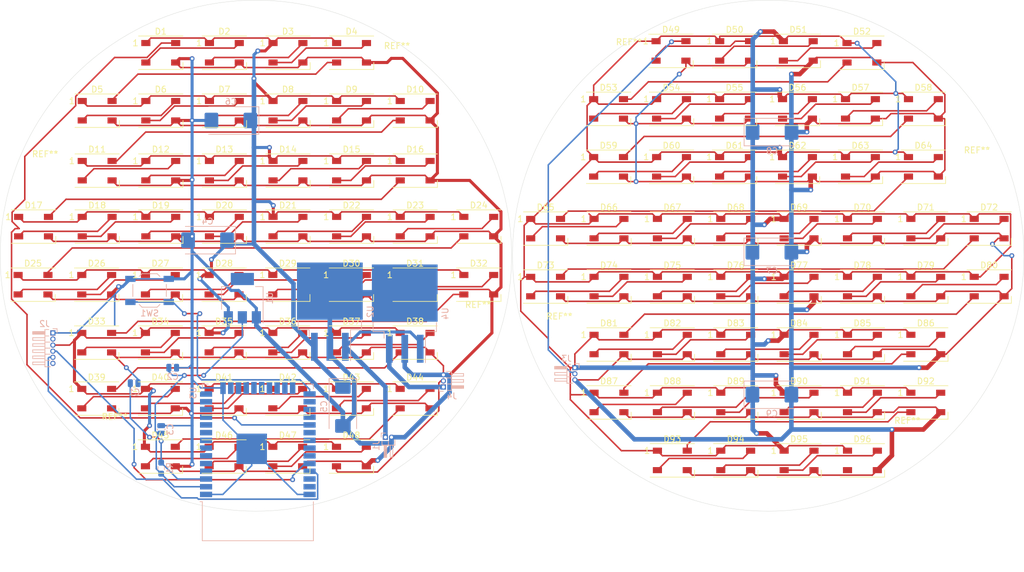
<source format=kicad_pcb>
(kicad_pcb (version 20171130) (host pcbnew "(5.1.9-0-10_14)")
  (layers (0 F.Cu signal) (31 B.Cu signal) (34 B.Paste user) (35 F.Paste user) (36 B.SilkS user) (37 F.SilkS user) (38 B.Mask user) (39 F.Mask user) (44 Edge.Cuts user))
  (net 0 "")
  (net 1 "Net-(D1-Pad2)")
  (net 2 "Net-(U3-Pad37)")
  (net 3 "Net-(U3-Pad36)")
  (net 4 "Net-(U3-Pad33)")
  (net 5 "Net-(U3-Pad32)")
  (net 6 "Net-(U3-Pad31)")
  (net 7 "Net-(U3-Pad30)")
  (net 8 "Net-(U3-Pad28)")
  (net 9 "Net-(U3-Pad27)")
  (net 10 "Net-(U3-Pad26)")
  (net 11 "Net-(U3-Pad24)")
  (net 12 "Net-(U3-Pad23)")
  (net 13 "Net-(U3-Pad22)")
  (net 14 "Net-(U3-Pad21)")
  (net 15 "Net-(U3-Pad20)")
  (net 16 "Net-(U3-Pad19)")
  (net 17 "Net-(U3-Pad18)")
  (net 18 "Net-(U3-Pad17)")
  (net 19 "Net-(U3-Pad16)")
  (net 20 "Net-(U3-Pad14)")
  (net 21 "Net-(U3-Pad13)")
  (net 22 "Net-(U3-Pad12)")
  (net 23 "Net-(U3-Pad11)")
  (net 24 "Net-(U3-Pad10)")
  (net 25 "Net-(U3-Pad9)")
  (net 26 "Net-(U3-Pad8)")
  (net 27 "Net-(U3-Pad7)")
  (net 28 "Net-(U3-Pad6)")
  (net 29 "Net-(U3-Pad5)")
  (net 30 "Net-(U3-Pad4)")
  (net 31 +5V)
  (net 32 GND)
  (net 33 +3V3)
  (net 34 /DATA_LED)
  (net 35 /TXD)
  (net 36 /RXD)
  (net 37 "Net-(J2-Pad6)")
  (net 38 "Net-(J2-Pad2)")
  (net 39 "Net-(C1-Pad1)")
  (net 40 /BOOT_MODE)
  (net 41 "Net-(D2-Pad2)")
  (net 42 "Net-(D3-Pad2)")
  (net 43 "Net-(D4-Pad2)")
  (net 44 "Net-(D5-Pad2)")
  (net 45 "Net-(D6-Pad2)")
  (net 46 "Net-(D7-Pad2)")
  (net 47 "Net-(D8-Pad2)")
  (net 48 "Net-(D10-Pad4)")
  (net 49 "Net-(D10-Pad2)")
  (net 50 "Net-(D11-Pad2)")
  (net 51 "Net-(D12-Pad2)")
  (net 52 "Net-(D13-Pad2)")
  (net 53 "Net-(D14-Pad2)")
  (net 54 "Net-(D15-Pad2)")
  (net 55 "Net-(D16-Pad2)")
  (net 56 "Net-(D17-Pad2)")
  (net 57 "Net-(D18-Pad2)")
  (net 58 "Net-(D19-Pad2)")
  (net 59 "Net-(D20-Pad2)")
  (net 60 "Net-(D21-Pad2)")
  (net 61 "Net-(D22-Pad2)")
  (net 62 "Net-(D23-Pad2)")
  (net 63 "Net-(D24-Pad2)")
  (net 64 "Net-(D25-Pad2)")
  (net 65 "Net-(D26-Pad2)")
  (net 66 "Net-(D27-Pad2)")
  (net 67 "Net-(D28-Pad2)")
  (net 68 "Net-(D29-Pad2)")
  (net 69 "Net-(D30-Pad2)")
  (net 70 "Net-(D31-Pad2)")
  (net 71 "Net-(D32-Pad2)")
  (net 72 "Net-(D33-Pad2)")
  (net 73 "Net-(D34-Pad2)")
  (net 74 "Net-(D35-Pad2)")
  (net 75 "Net-(D36-Pad2)")
  (net 76 "Net-(D37-Pad2)")
  (net 77 "Net-(D38-Pad2)")
  (net 78 "Net-(D39-Pad2)")
  (net 79 "Net-(D40-Pad2)")
  (net 80 "Net-(D41-Pad2)")
  (net 81 "Net-(D42-Pad2)")
  (net 82 "Net-(D43-Pad2)")
  (net 83 "Net-(D44-Pad2)")
  (net 84 "Net-(D45-Pad2)")
  (net 85 "Net-(D46-Pad2)")
  (net 86 /V_BATT)
  (net 87 "Net-(D47-Pad2)")
  (net 88 "Net-(D49-Pad2)")
  (net 89 "Net-(D50-Pad2)")
  (net 90 "Net-(D51-Pad2)")
  (net 91 "Net-(D52-Pad2)")
  (net 92 "Net-(D53-Pad2)")
  (net 93 "Net-(D54-Pad2)")
  (net 94 "Net-(D55-Pad2)")
  (net 95 "Net-(D56-Pad2)")
  (net 96 "Net-(D57-Pad2)")
  (net 97 "Net-(D58-Pad2)")
  (net 98 "Net-(D59-Pad2)")
  (net 99 "Net-(D60-Pad2)")
  (net 100 /5V_EAR2)
  (net 101 /Sheet615F7669/5V_EARS2)
  (net 102 /Sheet615F7669/DATA_LED_EARS2)
  (net 103 /Sheet615F7669/GND_EARS2)
  (net 104 /LED_DATA_OUT)
  (net 105 "Net-(D61-Pad2)")
  (net 106 "Net-(D62-Pad2)")
  (net 107 "Net-(D63-Pad2)")
  (net 108 "Net-(D64-Pad2)")
  (net 109 "Net-(D65-Pad2)")
  (net 110 "Net-(D66-Pad2)")
  (net 111 "Net-(D67-Pad2)")
  (net 112 "Net-(D68-Pad2)")
  (net 113 "Net-(D69-Pad2)")
  (net 114 "Net-(D70-Pad2)")
  (net 115 "Net-(D71-Pad2)")
  (net 116 "Net-(D72-Pad2)")
  (net 117 "Net-(D73-Pad2)")
  (net 118 "Net-(D74-Pad2)")
  (net 119 "Net-(D75-Pad2)")
  (net 120 "Net-(D76-Pad2)")
  (net 121 "Net-(D77-Pad2)")
  (net 122 "Net-(D78-Pad2)")
  (net 123 "Net-(D79-Pad2)")
  (net 124 "Net-(D80-Pad2)")
  (net 125 "Net-(D81-Pad2)")
  (net 126 "Net-(D82-Pad2)")
  (net 127 "Net-(D83-Pad2)")
  (net 128 "Net-(D84-Pad2)")
  (net 129 "Net-(D85-Pad2)")
  (net 130 "Net-(D86-Pad2)")
  (net 131 "Net-(D87-Pad2)")
  (net 132 "Net-(D88-Pad2)")
  (net 133 "Net-(D89-Pad2)")
  (net 134 "Net-(D90-Pad2)")
  (net 135 "Net-(D91-Pad2)")
  (net 136 "Net-(D92-Pad2)")
  (net 137 "Net-(D93-Pad2)")
  (net 138 "Net-(D94-Pad2)")
  (net 139 "Net-(D95-Pad2)")
  (net 140 "Net-(D96-Pad2)")
  (module Capacitor_Tantalum_SMD:CP_EIA-7343-15_Kemet-W_Pad2.25x2.55mm_HandSolder (layer B.Cu) (at 148.565 81.28)
    (fp_text reference C9 (at 0 3.1) (layer B.SilkS) (effects (justify mirror)))
    (fp_text value 470uF)
    (pad 2 smd roundrect (at 3.2 0) (size 2.25 2.55) (layers B.Cu B.Paste B.Mask) (roundrect_rratio 0.111111) (net 103 /Sheet615F7669/GND_EARS2))
    (pad 1 smd roundrect (at -3.2 0) (size 2.25 2.55) (layers B.Cu B.Paste B.Mask) (roundrect_rratio 0.111111) (net 101 /Sheet615F7669/5V_EARS2))
  )
  (module Capacitor_Tantalum_SMD:CP_EIA-7343-15_Kemet-W_Pad2.25x2.55mm_HandSolder (layer B.Cu) (at 148.59 38.1)
    (fp_text reference C8 (at 0 3.1) (layer B.SilkS) (effects (justify mirror)))
    (fp_text value 470uF)
    (pad 2 smd roundrect (at 3.2 0) (size 2.25 2.55) (layers B.Cu B.Paste B.Mask) (roundrect_rratio 0.111111) (net 103 /Sheet615F7669/GND_EARS2))
    (pad 1 smd roundrect (at -3.2 0) (size 2.25 2.55) (layers B.Cu B.Paste B.Mask) (roundrect_rratio 0.111111) (net 101 /Sheet615F7669/5V_EARS2))
  )
  (module Capacitor_Tantalum_SMD:CP_EIA-7343-15_Kemet-W_Pad2.25x2.55mm_HandSolder (layer B.Cu) (at 148.565 57.785)
    (fp_text reference C7 (at 0 3.1) (layer B.SilkS) (effects (justify mirror)))
    (fp_text value 470uF)
    (pad 2 smd roundrect (at 3.2 0) (size 2.25 2.55) (layers B.Cu B.Paste B.Mask) (roundrect_rratio 0.111111) (net 103 /Sheet615F7669/GND_EARS2))
    (pad 1 smd roundrect (at -3.2 0) (size 2.25 2.55) (layers B.Cu B.Paste B.Mask) (roundrect_rratio 0.111111) (net 101 /Sheet615F7669/5V_EARS2))
  )
  (module Capacitor_Tantalum_SMD:CP_EIA-7343-15_Kemet-W_Pad2.25x2.55mm_HandSolder (layer B.Cu) (at 59.715 36.195 180)
    (fp_text reference C6 (at 0 3.1) (layer B.SilkS) (effects (justify mirror)))
    (fp_text value 470uF)
    (pad 2 smd roundrect (at 3.2 0 180) (size 2.25 2.55) (layers B.Cu B.Paste B.Mask) (roundrect_rratio 0.111111) (net 32 GND))
    (pad 1 smd roundrect (at -3.2 0 180) (size 2.25 2.55) (layers B.Cu B.Paste B.Mask) (roundrect_rratio 0.111111) (net 31 +5V))
  )
  (module Capacitor_Tantalum_SMD:CP_EIA-7343-15_Kemet-W_Pad2.25x2.55mm_HandSolder (layer B.Cu) (at 78.105 83.21 270)
    (fp_text reference C5 (at 0 3.1 90) (layer B.SilkS) (effects (justify mirror)))
    (fp_text value 470uF)
    (pad 2 smd roundrect (at 3.2 0 270) (size 2.25 2.55) (layers B.Cu B.Paste B.Mask) (roundrect_rratio 0.111111) (net 32 GND))
    (pad 1 smd roundrect (at -3.2 0 270) (size 2.25 2.55) (layers B.Cu B.Paste B.Mask) (roundrect_rratio 0.111111) (net 31 +5V))
  )
  (module Capacitor_Tantalum_SMD:CP_EIA-7343-15_Kemet-W_Pad2.25x2.55mm_HandSolder (layer B.Cu) (at 55.88 55.88 180)
    (fp_text reference C4 (at 0 3.1) (layer B.SilkS) (effects (justify mirror)))
    (fp_text value 470uF)
    (pad 2 smd roundrect (at 3.2 0 180) (size 2.25 2.55) (layers B.Cu B.Paste B.Mask) (roundrect_rratio 0.111111) (net 32 GND))
    (pad 1 smd roundrect (at -3.2 0 180) (size 2.25 2.55) (layers B.Cu B.Paste B.Mask) (roundrect_rratio 0.111111) (net 31 +5V))
  )
  (module RF_Module:ESP32-WROOM-32 (layer B.Cu) (at 64.135 89.415)
    (fp_text reference U3 (at -10.61 -8.43 270) (layer B.SilkS) (effects (justify mirror)))
    (fp_text value ESP32-WROOM-32D)
    (pad 38 smd rect (at 8.5 8.255) (size 2 0.9) (layers B.Cu B.Paste B.Mask) (net 32 GND))
    (pad 37 smd rect (at 8.5 6.985) (size 2 0.9) (layers B.Cu B.Paste B.Mask) (net 2 "Net-(U3-Pad37)"))
    (pad 36 smd rect (at 8.5 5.715) (size 2 0.9) (layers B.Cu B.Paste B.Mask) (net 3 "Net-(U3-Pad36)"))
    (pad 35 smd rect (at 8.5 4.445) (size 2 0.9) (layers B.Cu B.Paste B.Mask) (net 35 /TXD))
    (pad 34 smd rect (at 8.5 3.175) (size 2 0.9) (layers B.Cu B.Paste B.Mask) (net 36 /RXD))
    (pad 33 smd rect (at 8.5 1.905) (size 2 0.9) (layers B.Cu B.Paste B.Mask) (net 4 "Net-(U3-Pad33)"))
    (pad 32 smd rect (at 8.5 0.635) (size 2 0.9) (layers B.Cu B.Paste B.Mask) (net 5 "Net-(U3-Pad32)"))
    (pad 31 smd rect (at 8.5 -0.635) (size 2 0.9) (layers B.Cu B.Paste B.Mask) (net 6 "Net-(U3-Pad31)"))
    (pad 30 smd rect (at 8.5 -1.905) (size 2 0.9) (layers B.Cu B.Paste B.Mask) (net 7 "Net-(U3-Pad30)"))
    (pad 29 smd rect (at 8.5 -3.175) (size 2 0.9) (layers B.Cu B.Paste B.Mask) (net 34 /DATA_LED))
    (pad 28 smd rect (at 8.5 -4.445) (size 2 0.9) (layers B.Cu B.Paste B.Mask) (net 8 "Net-(U3-Pad28)"))
    (pad 27 smd rect (at 8.5 -5.715) (size 2 0.9) (layers B.Cu B.Paste B.Mask) (net 9 "Net-(U3-Pad27)"))
    (pad 26 smd rect (at 8.5 -6.985) (size 2 0.9) (layers B.Cu B.Paste B.Mask) (net 10 "Net-(U3-Pad26)"))
    (pad 25 smd rect (at 8.5 -8.255) (size 2 0.9) (layers B.Cu B.Paste B.Mask) (net 40 /BOOT_MODE))
    (pad 24 smd rect (at 5.715 -9.255 270) (size 2 0.9) (layers B.Cu B.Paste B.Mask) (net 11 "Net-(U3-Pad24)"))
    (pad 23 smd rect (at 4.445 -9.255 270) (size 2 0.9) (layers B.Cu B.Paste B.Mask) (net 12 "Net-(U3-Pad23)"))
    (pad 22 smd rect (at 3.175 -9.255 270) (size 2 0.9) (layers B.Cu B.Paste B.Mask) (net 13 "Net-(U3-Pad22)"))
    (pad 21 smd rect (at 1.905 -9.255 270) (size 2 0.9) (layers B.Cu B.Paste B.Mask) (net 14 "Net-(U3-Pad21)"))
    (pad 20 smd rect (at 0.635 -9.255 270) (size 2 0.9) (layers B.Cu B.Paste B.Mask) (net 15 "Net-(U3-Pad20)"))
    (pad 19 smd rect (at -0.635 -9.255 270) (size 2 0.9) (layers B.Cu B.Paste B.Mask) (net 16 "Net-(U3-Pad19)"))
    (pad 18 smd rect (at -1.905 -9.255 270) (size 2 0.9) (layers B.Cu B.Paste B.Mask) (net 17 "Net-(U3-Pad18)"))
    (pad 17 smd rect (at -3.175 -9.255 270) (size 2 0.9) (layers B.Cu B.Paste B.Mask) (net 18 "Net-(U3-Pad17)"))
    (pad 16 smd rect (at -4.445 -9.255 270) (size 2 0.9) (layers B.Cu B.Paste B.Mask) (net 19 "Net-(U3-Pad16)"))
    (pad 15 smd rect (at -5.715 -9.255 270) (size 2 0.9) (layers B.Cu B.Paste B.Mask) (net 32 GND))
    (pad 14 smd rect (at -8.5 -8.255) (size 2 0.9) (layers B.Cu B.Paste B.Mask) (net 20 "Net-(U3-Pad14)"))
    (pad 13 smd rect (at -8.5 -6.985) (size 2 0.9) (layers B.Cu B.Paste B.Mask) (net 21 "Net-(U3-Pad13)"))
    (pad 12 smd rect (at -8.5 -5.715) (size 2 0.9) (layers B.Cu B.Paste B.Mask) (net 22 "Net-(U3-Pad12)"))
    (pad 11 smd rect (at -8.5 -4.445) (size 2 0.9) (layers B.Cu B.Paste B.Mask) (net 23 "Net-(U3-Pad11)"))
    (pad 10 smd rect (at -8.5 -3.175) (size 2 0.9) (layers B.Cu B.Paste B.Mask) (net 24 "Net-(U3-Pad10)"))
    (pad 9 smd rect (at -8.5 -1.905) (size 2 0.9) (layers B.Cu B.Paste B.Mask) (net 25 "Net-(U3-Pad9)"))
    (pad 8 smd rect (at -8.5 -0.635) (size 2 0.9) (layers B.Cu B.Paste B.Mask) (net 26 "Net-(U3-Pad8)"))
    (pad 7 smd rect (at -8.5 0.635) (size 2 0.9) (layers B.Cu B.Paste B.Mask) (net 27 "Net-(U3-Pad7)"))
    (pad 6 smd rect (at -8.5 1.905) (size 2 0.9) (layers B.Cu B.Paste B.Mask) (net 28 "Net-(U3-Pad6)"))
    (pad 5 smd rect (at -8.5 3.175) (size 2 0.9) (layers B.Cu B.Paste B.Mask) (net 29 "Net-(U3-Pad5)"))
    (pad 4 smd rect (at -8.5 4.445) (size 2 0.9) (layers B.Cu B.Paste B.Mask) (net 30 "Net-(U3-Pad4)"))
    (pad 3 smd rect (at -8.5 5.715) (size 2 0.9) (layers B.Cu B.Paste B.Mask) (net 39 "Net-(C1-Pad1)"))
    (pad 2 smd rect (at -8.5 6.985) (size 2 0.9) (layers B.Cu B.Paste B.Mask) (net 33 +3V3))
    (pad 1 smd rect (at -8.5 8.255) (size 2 0.9) (layers B.Cu B.Paste B.Mask) (net 32 GND))
    (pad 39 smd rect (at -1 0.755) (size 5 5) (layers B.Cu B.Paste B.Mask) (net 32 GND))
  )
  (module LED_SMD:LED_WS2812B_PLCC4_5.0x5.0mm_P3.2mm (layer F.Cu) (at 100.42 53.645)
    (fp_text reference D24 (at 0 -3.5) (layer F.SilkS))
    (fp_text value WS2812B)
    (fp_text user 1 (at -4.15 -1.6) (layer F.SilkS))
    (pad 1 smd rect (at -2.45 -1.6) (size 1.5 1) (layers F.Cu F.Paste F.Mask) (net 31 +5V))
    (pad 2 smd rect (at -2.45 1.6) (size 1.5 1) (layers F.Cu F.Paste F.Mask) (net 63 "Net-(D24-Pad2)"))
    (pad 4 smd rect (at 2.45 -1.6) (size 1.5 1) (layers F.Cu F.Paste F.Mask) (net 62 "Net-(D23-Pad2)"))
    (pad 3 smd rect (at 2.45 1.6) (size 1.5 1) (layers F.Cu F.Paste F.Mask) (net 32 GND))
  )
  (module LED_SMD:LED_WS2812B_PLCC4_5.0x5.0mm_P3.2mm (layer F.Cu) (at 163.104 34.29)
    (fp_text reference D57 (at 0 -3.5) (layer F.SilkS))
    (fp_text value WS2812B)
    (fp_text user 1 (at -4.15 -1.6) (layer F.SilkS))
    (pad 1 smd rect (at -2.45 -1.6) (size 1.5 1) (layers F.Cu F.Paste F.Mask) (net 101 /Sheet615F7669/5V_EARS2))
    (pad 2 smd rect (at -2.45 1.6) (size 1.5 1) (layers F.Cu F.Paste F.Mask) (net 96 "Net-(D57-Pad2)"))
    (pad 4 smd rect (at 2.45 -1.6) (size 1.5 1) (layers F.Cu F.Paste F.Mask) (net 95 "Net-(D56-Pad2)"))
    (pad 3 smd rect (at 2.45 1.6) (size 1.5 1) (layers F.Cu F.Paste F.Mask) (net 103 /Sheet615F7669/GND_EARS2))
  )
  (module LED_SMD:LED_WS2812B_PLCC4_5.0x5.0mm_P3.2mm (layer F.Cu) (at 163.104 43.815)
    (fp_text reference D63 (at 0 -3.5) (layer F.SilkS))
    (fp_text value WS2812B)
    (fp_text user 1 (at -4.15 -1.6) (layer F.SilkS))
    (pad 1 smd rect (at -2.45 -1.6) (size 1.5 1) (layers F.Cu F.Paste F.Mask) (net 101 /Sheet615F7669/5V_EARS2))
    (pad 2 smd rect (at -2.45 1.6) (size 1.5 1) (layers F.Cu F.Paste F.Mask) (net 107 "Net-(D63-Pad2)"))
    (pad 4 smd rect (at 2.45 -1.6) (size 1.5 1) (layers F.Cu F.Paste F.Mask) (net 106 "Net-(D62-Pad2)"))
    (pad 3 smd rect (at 2.45 1.6) (size 1.5 1) (layers F.Cu F.Paste F.Mask) (net 103 /Sheet615F7669/GND_EARS2))
  )
  (module LED_SMD:LED_WS2812B_PLCC4_5.0x5.0mm_P3.2mm (layer F.Cu) (at 173.445 43.815)
    (fp_text reference D64 (at 0 -3.5) (layer F.SilkS))
    (fp_text value WS2812B)
    (fp_text user 1 (at -4.15 -1.6) (layer F.SilkS))
    (pad 1 smd rect (at -2.45 -1.6) (size 1.5 1) (layers F.Cu F.Paste F.Mask) (net 101 /Sheet615F7669/5V_EARS2))
    (pad 2 smd rect (at -2.45 1.6) (size 1.5 1) (layers F.Cu F.Paste F.Mask) (net 108 "Net-(D64-Pad2)"))
    (pad 4 smd rect (at 2.45 -1.6) (size 1.5 1) (layers F.Cu F.Paste F.Mask) (net 107 "Net-(D63-Pad2)"))
    (pad 3 smd rect (at 2.45 1.6) (size 1.5 1) (layers F.Cu F.Paste F.Mask) (net 103 /Sheet615F7669/GND_EARS2))
  )
  (module LED_SMD:LED_WS2812B_PLCC4_5.0x5.0mm_P3.2mm (layer F.Cu) (at 111.4 63.5)
    (fp_text reference D73 (at 0 -3.5) (layer F.SilkS))
    (fp_text value WS2812B)
    (fp_text user 1 (at -4.15 -1.6) (layer F.SilkS))
    (pad 1 smd rect (at -2.45 -1.6) (size 1.5 1) (layers F.Cu F.Paste F.Mask) (net 101 /Sheet615F7669/5V_EARS2))
    (pad 2 smd rect (at -2.45 1.6) (size 1.5 1) (layers F.Cu F.Paste F.Mask) (net 117 "Net-(D73-Pad2)"))
    (pad 4 smd rect (at 2.45 -1.6) (size 1.5 1) (layers F.Cu F.Paste F.Mask) (net 116 "Net-(D72-Pad2)"))
    (pad 3 smd rect (at 2.45 1.6) (size 1.5 1) (layers F.Cu F.Paste F.Mask) (net 103 /Sheet615F7669/GND_EARS2))
  )
  (module LED_SMD:LED_WS2812B_PLCC4_5.0x5.0mm_P3.2mm (layer F.Cu) (at 184.24 53.975)
    (fp_text reference D72 (at 0 -3.5) (layer F.SilkS))
    (fp_text value WS2812B)
    (fp_text user 1 (at -4.15 -1.6) (layer F.SilkS))
    (pad 1 smd rect (at -2.45 -1.6) (size 1.5 1) (layers F.Cu F.Paste F.Mask) (net 101 /Sheet615F7669/5V_EARS2))
    (pad 2 smd rect (at -2.45 1.6) (size 1.5 1) (layers F.Cu F.Paste F.Mask) (net 116 "Net-(D72-Pad2)"))
    (pad 4 smd rect (at 2.45 -1.6) (size 1.5 1) (layers F.Cu F.Paste F.Mask) (net 115 "Net-(D71-Pad2)"))
    (pad 3 smd rect (at 2.45 1.6) (size 1.5 1) (layers F.Cu F.Paste F.Mask) (net 103 /Sheet615F7669/GND_EARS2))
  )
  (module LED_SMD:LED_WS2812B_PLCC4_5.0x5.0mm_P3.2mm (layer F.Cu) (at 184.24 63.5)
    (fp_text reference D80 (at 0 -3.5) (layer F.SilkS))
    (fp_text value WS2812B)
    (fp_text user 1 (at -4.15 -1.6) (layer F.SilkS))
    (pad 1 smd rect (at -2.45 -1.6) (size 1.5 1) (layers F.Cu F.Paste F.Mask) (net 101 /Sheet615F7669/5V_EARS2))
    (pad 2 smd rect (at -2.45 1.6) (size 1.5 1) (layers F.Cu F.Paste F.Mask) (net 124 "Net-(D80-Pad2)"))
    (pad 4 smd rect (at 2.45 -1.6) (size 1.5 1) (layers F.Cu F.Paste F.Mask) (net 123 "Net-(D79-Pad2)"))
    (pad 3 smd rect (at 2.45 1.6) (size 1.5 1) (layers F.Cu F.Paste F.Mask) (net 103 /Sheet615F7669/GND_EARS2))
  )
  (module LED_SMD:LED_WS2812B_PLCC4_5.0x5.0mm_P3.2mm (layer F.Cu) (at 111.4 53.975)
    (fp_text reference D65 (at 0 -3.5) (layer F.SilkS))
    (fp_text value WS2812B)
    (fp_text user 1 (at -4.15 -1.6) (layer F.SilkS))
    (pad 1 smd rect (at -2.45 -1.6) (size 1.5 1) (layers F.Cu F.Paste F.Mask) (net 101 /Sheet615F7669/5V_EARS2))
    (pad 2 smd rect (at -2.45 1.6) (size 1.5 1) (layers F.Cu F.Paste F.Mask) (net 109 "Net-(D65-Pad2)"))
    (pad 4 smd rect (at 2.45 -1.6) (size 1.5 1) (layers F.Cu F.Paste F.Mask) (net 108 "Net-(D64-Pad2)"))
    (pad 3 smd rect (at 2.45 1.6) (size 1.5 1) (layers F.Cu F.Paste F.Mask) (net 103 /Sheet615F7669/GND_EARS2))
  )
  (module LED_SMD:LED_WS2812B_PLCC4_5.0x5.0mm_P3.2mm (layer F.Cu) (at 48.130713 91.44)
    (fp_text reference D45 (at 0 -3.5) (layer F.SilkS))
    (fp_text value WS2812B)
    (fp_text user 1 (at -4.15 -1.6) (layer F.SilkS))
    (pad 1 smd rect (at -2.45 -1.6) (size 1.5 1) (layers F.Cu F.Paste F.Mask) (net 31 +5V))
    (pad 2 smd rect (at -2.45 1.6) (size 1.5 1) (layers F.Cu F.Paste F.Mask) (net 84 "Net-(D45-Pad2)"))
    (pad 4 smd rect (at 2.45 -1.6) (size 1.5 1) (layers F.Cu F.Paste F.Mask) (net 83 "Net-(D44-Pad2)"))
    (pad 3 smd rect (at 2.45 1.6) (size 1.5 1) (layers F.Cu F.Paste F.Mask) (net 32 GND))
  )
  (module LED_SMD:LED_WS2812B_PLCC4_5.0x5.0mm_P3.2mm (layer F.Cu) (at 89.962137 81.915)
    (fp_text reference D44 (at 0 -3.5) (layer F.SilkS))
    (fp_text value WS2812B)
    (fp_text user 1 (at -4.15 -1.6) (layer F.SilkS))
    (pad 1 smd rect (at -2.45 -1.6) (size 1.5 1) (layers F.Cu F.Paste F.Mask) (net 31 +5V))
    (pad 2 smd rect (at -2.45 1.6) (size 1.5 1) (layers F.Cu F.Paste F.Mask) (net 83 "Net-(D44-Pad2)"))
    (pad 4 smd rect (at 2.45 -1.6) (size 1.5 1) (layers F.Cu F.Paste F.Mask) (net 82 "Net-(D43-Pad2)"))
    (pad 3 smd rect (at 2.45 1.6) (size 1.5 1) (layers F.Cu F.Paste F.Mask) (net 32 GND))
  )
  (module LED_SMD:LED_WS2812B_PLCC4_5.0x5.0mm_P3.2mm (layer F.Cu) (at 27.305 53.645)
    (fp_text reference D17 (at 0 -3.5) (layer F.SilkS))
    (fp_text value WS2812B)
    (fp_text user 1 (at -4.15 -1.6) (layer F.SilkS))
    (pad 1 smd rect (at -2.45 -1.6) (size 1.5 1) (layers F.Cu F.Paste F.Mask) (net 31 +5V))
    (pad 2 smd rect (at -2.45 1.6) (size 1.5 1) (layers F.Cu F.Paste F.Mask) (net 56 "Net-(D17-Pad2)"))
    (pad 4 smd rect (at 2.45 -1.6) (size 1.5 1) (layers F.Cu F.Paste F.Mask) (net 55 "Net-(D16-Pad2)"))
    (pad 3 smd rect (at 2.45 1.6) (size 1.5 1) (layers F.Cu F.Paste F.Mask) (net 32 GND))
  )
  (module Package_TO_SOT_SMD:TO-263-3_TabPin2 (layer B.Cu) (at 88.265 67.945 90)
    (fp_text reference U4 (at 0 6.65 90) (layer B.SilkS) (effects (justify mirror)))
    (fp_text value SPX2920T-5.0_TO263)
    (pad 1 smd rect (at -5.775 2.54 90) (size 4.6 1.1) (layers B.Cu B.Paste B.Mask) (net 86 /V_BATT))
    (pad 2 smd rect (at -5.775 0 90) (size 4.6 1.1) (layers B.Cu B.Paste B.Mask) (net 32 GND))
    (pad 3 smd rect (at -5.775 -2.54 90) (size 4.6 1.1) (layers B.Cu B.Paste B.Mask) (net 100 /5V_EAR2))
    (pad 2 smd rect (at 3.375 0 90) (size 9.4 10.8) (layers B.Cu B.Mask) (net 32 GND))
  )
  (module Package_TO_SOT_SMD:SOT-223 (layer B.Cu) (at 61.595 65.405 90)
    (fp_text reference U1 (at 0 4.5 90) (layer B.SilkS) (effects (justify mirror)))
    (fp_text value AZ1117-3.3)
    (pad 4 smd rect (at 3.15 0 90) (size 2 3.8) (layers B.Cu B.Paste B.Mask))
    (pad 2 smd rect (at -3.15 0 90) (size 2 1.5) (layers B.Cu B.Paste B.Mask) (net 33 +3V3))
    (pad 3 smd rect (at -3.15 -2.3 90) (size 2 1.5) (layers B.Cu B.Paste B.Mask) (net 31 +5V))
    (pad 1 smd rect (at -3.15 2.3 90) (size 2 1.5) (layers B.Cu B.Paste B.Mask) (net 32 GND))
  )
  (module MountingHole:MountingHole_3mm (layer F.Cu) (at 170.815 89.535)
    (fp_text reference REF** (at 0 -4) (layer F.SilkS))
    (fp_text value MountingHole_3mm)
    (pad 1 np_thru_hole circle (at 0 0) (size 3 3) (drill 3) (layers *.Cu *.Mask))
  )
  (module MountingHole:MountingHole_3mm (layer F.Cu) (at 113.665 72.39)
    (fp_text reference REF** (at 0 -4) (layer F.SilkS))
    (fp_text value MountingHole_3mm)
    (pad 1 np_thru_hole circle (at 0 0) (size 3 3) (drill 3) (layers *.Cu *.Mask))
  )
  (module MountingHole:MountingHole_3mm (layer F.Cu) (at 182.245 45.085)
    (fp_text reference REF** (at 0 -4) (layer F.SilkS))
    (fp_text value MountingHole_3mm)
    (pad 1 np_thru_hole circle (at 0 0) (size 3 3) (drill 3) (layers *.Cu *.Mask))
  )
  (module MountingHole:MountingHole_3mm (layer F.Cu) (at 125.095 27.305)
    (fp_text reference REF** (at 0 -4) (layer F.SilkS))
    (fp_text value MountingHole_3mm)
    (pad 1 np_thru_hole circle (at 0 0) (size 3 3) (drill 3) (layers *.Cu *.Mask))
  )
  (module MountingHole:MountingHole_3mm (layer F.Cu) (at 29.21 45.72)
    (fp_text reference REF** (at 0 -4) (layer F.SilkS))
    (fp_text value MountingHole_3mm)
    (pad 1 np_thru_hole circle (at 0 0) (size 3 3) (drill 3) (layers *.Cu *.Mask))
  )
  (module MountingHole:MountingHole_3mm (layer F.Cu) (at 86.995 27.94)
    (fp_text reference REF** (at 0 -4) (layer F.SilkS))
    (fp_text value MountingHole_3mm)
    (pad 1 np_thru_hole circle (at 0 0) (size 3 3) (drill 3) (layers *.Cu *.Mask))
  )
  (module MountingHole:MountingHole_3mm (layer F.Cu) (at 100.33 70.485)
    (fp_text reference REF** (at 0 -4) (layer F.SilkS))
    (fp_text value MountingHole_3mm)
    (pad 1 np_thru_hole circle (at 0 0) (size 3 3) (drill 3) (layers *.Cu *.Mask))
  )
  (module MountingHole:MountingHole_3mm (layer F.Cu) (at 40.64 88.9)
    (fp_text reference REF** (at 0 -4) (layer F.SilkS))
    (fp_text value MountingHole_3mm)
    (pad 1 np_thru_hole circle (at 0 0) (size 3 3) (drill 3) (layers *.Cu *.Mask))
  )
  (module LED_SMD:LED_WS2812B_PLCC4_5.0x5.0mm_P3.2mm (layer F.Cu) (at 163.42857 92.075)
    (fp_text reference D96 (at 0 -3.5) (layer F.SilkS))
    (fp_text value WS2812B)
    (fp_text user 1 (at -4.15 -1.6) (layer F.SilkS))
    (pad 3 smd rect (at 2.45 1.6) (size 1.5 1) (layers F.Cu F.Paste F.Mask) (net 103 /Sheet615F7669/GND_EARS2))
    (pad 4 smd rect (at 2.45 -1.6) (size 1.5 1) (layers F.Cu F.Paste F.Mask) (net 139 "Net-(D95-Pad2)"))
    (pad 2 smd rect (at -2.45 1.6) (size 1.5 1) (layers F.Cu F.Paste F.Mask) (net 140 "Net-(D96-Pad2)"))
    (pad 1 smd rect (at -2.45 -1.6) (size 1.5 1) (layers F.Cu F.Paste F.Mask) (net 101 /Sheet615F7669/5V_EARS2))
  )
  (module LED_SMD:LED_WS2812B_PLCC4_5.0x5.0mm_P3.2mm (layer F.Cu) (at 153.022856 92.075)
    (fp_text reference D95 (at 0 -3.5) (layer F.SilkS))
    (fp_text value WS2812B)
    (fp_text user 1 (at -4.15 -1.6) (layer F.SilkS))
    (pad 1 smd rect (at -2.45 -1.6) (size 1.5 1) (layers F.Cu F.Paste F.Mask) (net 101 /Sheet615F7669/5V_EARS2))
    (pad 2 smd rect (at -2.45 1.6) (size 1.5 1) (layers F.Cu F.Paste F.Mask) (net 139 "Net-(D95-Pad2)"))
    (pad 4 smd rect (at 2.45 -1.6) (size 1.5 1) (layers F.Cu F.Paste F.Mask) (net 138 "Net-(D94-Pad2)"))
    (pad 3 smd rect (at 2.45 1.6) (size 1.5 1) (layers F.Cu F.Paste F.Mask) (net 103 /Sheet615F7669/GND_EARS2))
  )
  (module LED_SMD:LED_WS2812B_PLCC4_5.0x5.0mm_P3.2mm (layer F.Cu) (at 142.617142 92.075)
    (fp_text reference D94 (at 0 -3.5) (layer F.SilkS))
    (fp_text value WS2812B)
    (fp_text user 1 (at -4.15 -1.6) (layer F.SilkS))
    (pad 1 smd rect (at -2.45 -1.6) (size 1.5 1) (layers F.Cu F.Paste F.Mask) (net 101 /Sheet615F7669/5V_EARS2))
    (pad 2 smd rect (at -2.45 1.6) (size 1.5 1) (layers F.Cu F.Paste F.Mask) (net 138 "Net-(D94-Pad2)"))
    (pad 4 smd rect (at 2.45 -1.6) (size 1.5 1) (layers F.Cu F.Paste F.Mask) (net 137 "Net-(D93-Pad2)"))
    (pad 3 smd rect (at 2.45 1.6) (size 1.5 1) (layers F.Cu F.Paste F.Mask) (net 103 /Sheet615F7669/GND_EARS2))
  )
  (module LED_SMD:LED_WS2812B_PLCC4_5.0x5.0mm_P3.2mm (layer F.Cu) (at 132.211428 92.075)
    (fp_text reference D93 (at 0 -3.5) (layer F.SilkS))
    (fp_text value WS2812B)
    (fp_text user 1 (at -4.15 -1.6) (layer F.SilkS))
    (pad 1 smd rect (at -2.45 -1.6) (size 1.5 1) (layers F.Cu F.Paste F.Mask) (net 101 /Sheet615F7669/5V_EARS2))
    (pad 2 smd rect (at -2.45 1.6) (size 1.5 1) (layers F.Cu F.Paste F.Mask) (net 137 "Net-(D93-Pad2)"))
    (pad 4 smd rect (at 2.45 -1.6) (size 1.5 1) (layers F.Cu F.Paste F.Mask) (net 136 "Net-(D92-Pad2)"))
    (pad 3 smd rect (at 2.45 1.6) (size 1.5 1) (layers F.Cu F.Paste F.Mask) (net 103 /Sheet615F7669/GND_EARS2))
  )
  (module LED_SMD:LED_WS2812B_PLCC4_5.0x5.0mm_P3.2mm (layer F.Cu) (at 173.834284 82.55)
    (fp_text reference D92 (at 0 -3.5) (layer F.SilkS))
    (fp_text value WS2812B)
    (fp_text user 1 (at -4.15 -1.6) (layer F.SilkS))
    (pad 1 smd rect (at -2.45 -1.6) (size 1.5 1) (layers F.Cu F.Paste F.Mask) (net 101 /Sheet615F7669/5V_EARS2))
    (pad 2 smd rect (at -2.45 1.6) (size 1.5 1) (layers F.Cu F.Paste F.Mask) (net 136 "Net-(D92-Pad2)"))
    (pad 4 smd rect (at 2.45 -1.6) (size 1.5 1) (layers F.Cu F.Paste F.Mask) (net 135 "Net-(D91-Pad2)"))
    (pad 3 smd rect (at 2.45 1.6) (size 1.5 1) (layers F.Cu F.Paste F.Mask) (net 103 /Sheet615F7669/GND_EARS2))
  )
  (module LED_SMD:LED_WS2812B_PLCC4_5.0x5.0mm_P3.2mm (layer F.Cu) (at 163.42857 82.55)
    (fp_text reference D91 (at 0 -3.5) (layer F.SilkS))
    (fp_text value WS2812B)
    (fp_text user 1 (at -4.15 -1.6) (layer F.SilkS))
    (pad 1 smd rect (at -2.45 -1.6) (size 1.5 1) (layers F.Cu F.Paste F.Mask) (net 101 /Sheet615F7669/5V_EARS2))
    (pad 2 smd rect (at -2.45 1.6) (size 1.5 1) (layers F.Cu F.Paste F.Mask) (net 135 "Net-(D91-Pad2)"))
    (pad 4 smd rect (at 2.45 -1.6) (size 1.5 1) (layers F.Cu F.Paste F.Mask) (net 134 "Net-(D90-Pad2)"))
    (pad 3 smd rect (at 2.45 1.6) (size 1.5 1) (layers F.Cu F.Paste F.Mask) (net 103 /Sheet615F7669/GND_EARS2))
  )
  (module LED_SMD:LED_WS2812B_PLCC4_5.0x5.0mm_P3.2mm (layer F.Cu) (at 153.022856 82.55)
    (fp_text reference D90 (at 0 -3.5) (layer F.SilkS))
    (fp_text value WS2812B)
    (fp_text user 1 (at -4.15 -1.6) (layer F.SilkS))
    (pad 1 smd rect (at -2.45 -1.6) (size 1.5 1) (layers F.Cu F.Paste F.Mask) (net 101 /Sheet615F7669/5V_EARS2))
    (pad 2 smd rect (at -2.45 1.6) (size 1.5 1) (layers F.Cu F.Paste F.Mask) (net 134 "Net-(D90-Pad2)"))
    (pad 4 smd rect (at 2.45 -1.6) (size 1.5 1) (layers F.Cu F.Paste F.Mask) (net 133 "Net-(D89-Pad2)"))
    (pad 3 smd rect (at 2.45 1.6) (size 1.5 1) (layers F.Cu F.Paste F.Mask) (net 103 /Sheet615F7669/GND_EARS2))
  )
  (module LED_SMD:LED_WS2812B_PLCC4_5.0x5.0mm_P3.2mm (layer F.Cu) (at 142.617142 82.55)
    (fp_text reference D89 (at 0 -3.5) (layer F.SilkS))
    (fp_text value WS2812B)
    (fp_text user 1 (at -4.15 -1.6) (layer F.SilkS))
    (pad 1 smd rect (at -2.45 -1.6) (size 1.5 1) (layers F.Cu F.Paste F.Mask) (net 101 /Sheet615F7669/5V_EARS2))
    (pad 2 smd rect (at -2.45 1.6) (size 1.5 1) (layers F.Cu F.Paste F.Mask) (net 133 "Net-(D89-Pad2)"))
    (pad 4 smd rect (at 2.45 -1.6) (size 1.5 1) (layers F.Cu F.Paste F.Mask) (net 132 "Net-(D88-Pad2)"))
    (pad 3 smd rect (at 2.45 1.6) (size 1.5 1) (layers F.Cu F.Paste F.Mask) (net 103 /Sheet615F7669/GND_EARS2))
  )
  (module LED_SMD:LED_WS2812B_PLCC4_5.0x5.0mm_P3.2mm (layer F.Cu) (at 132.211428 82.55)
    (fp_text reference D88 (at 0 -3.5) (layer F.SilkS))
    (fp_text value WS2812B)
    (fp_text user 1 (at -4.15 -1.6) (layer F.SilkS))
    (pad 1 smd rect (at -2.45 -1.6) (size 1.5 1) (layers F.Cu F.Paste F.Mask) (net 101 /Sheet615F7669/5V_EARS2))
    (pad 2 smd rect (at -2.45 1.6) (size 1.5 1) (layers F.Cu F.Paste F.Mask) (net 132 "Net-(D88-Pad2)"))
    (pad 4 smd rect (at 2.45 -1.6) (size 1.5 1) (layers F.Cu F.Paste F.Mask) (net 131 "Net-(D87-Pad2)"))
    (pad 3 smd rect (at 2.45 1.6) (size 1.5 1) (layers F.Cu F.Paste F.Mask) (net 103 /Sheet615F7669/GND_EARS2))
  )
  (module LED_SMD:LED_WS2812B_PLCC4_5.0x5.0mm_P3.2mm (layer F.Cu) (at 121.805714 82.55)
    (fp_text reference D87 (at 0 -3.5) (layer F.SilkS))
    (fp_text value WS2812B)
    (fp_text user 1 (at -4.15 -1.6) (layer F.SilkS))
    (pad 1 smd rect (at -2.45 -1.6) (size 1.5 1) (layers F.Cu F.Paste F.Mask) (net 101 /Sheet615F7669/5V_EARS2))
    (pad 2 smd rect (at -2.45 1.6) (size 1.5 1) (layers F.Cu F.Paste F.Mask) (net 131 "Net-(D87-Pad2)"))
    (pad 4 smd rect (at 2.45 -1.6) (size 1.5 1) (layers F.Cu F.Paste F.Mask) (net 130 "Net-(D86-Pad2)"))
    (pad 3 smd rect (at 2.45 1.6) (size 1.5 1) (layers F.Cu F.Paste F.Mask) (net 103 /Sheet615F7669/GND_EARS2))
  )
  (module LED_SMD:LED_WS2812B_PLCC4_5.0x5.0mm_P3.2mm (layer F.Cu) (at 173.834284 73.025)
    (fp_text reference D86 (at 0 -3.5) (layer F.SilkS))
    (fp_text value WS2812B)
    (fp_text user 1 (at -4.15 -1.6) (layer F.SilkS))
    (pad 1 smd rect (at -2.45 -1.6) (size 1.5 1) (layers F.Cu F.Paste F.Mask) (net 101 /Sheet615F7669/5V_EARS2))
    (pad 2 smd rect (at -2.45 1.6) (size 1.5 1) (layers F.Cu F.Paste F.Mask) (net 130 "Net-(D86-Pad2)"))
    (pad 4 smd rect (at 2.45 -1.6) (size 1.5 1) (layers F.Cu F.Paste F.Mask) (net 129 "Net-(D85-Pad2)"))
    (pad 3 smd rect (at 2.45 1.6) (size 1.5 1) (layers F.Cu F.Paste F.Mask) (net 103 /Sheet615F7669/GND_EARS2))
  )
  (module LED_SMD:LED_WS2812B_PLCC4_5.0x5.0mm_P3.2mm (layer F.Cu) (at 163.42857 73.025)
    (fp_text reference D85 (at 0 -3.5) (layer F.SilkS))
    (fp_text value WS2812B)
    (fp_text user 1 (at -4.15 -1.6) (layer F.SilkS))
    (pad 1 smd rect (at -2.45 -1.6) (size 1.5 1) (layers F.Cu F.Paste F.Mask) (net 101 /Sheet615F7669/5V_EARS2))
    (pad 2 smd rect (at -2.45 1.6) (size 1.5 1) (layers F.Cu F.Paste F.Mask) (net 129 "Net-(D85-Pad2)"))
    (pad 4 smd rect (at 2.45 -1.6) (size 1.5 1) (layers F.Cu F.Paste F.Mask) (net 128 "Net-(D84-Pad2)"))
    (pad 3 smd rect (at 2.45 1.6) (size 1.5 1) (layers F.Cu F.Paste F.Mask) (net 103 /Sheet615F7669/GND_EARS2))
  )
  (module LED_SMD:LED_WS2812B_PLCC4_5.0x5.0mm_P3.2mm (layer F.Cu) (at 153.022856 73.025)
    (fp_text reference D84 (at 0 -3.5) (layer F.SilkS))
    (fp_text value WS2812B)
    (fp_text user 1 (at -4.15 -1.6) (layer F.SilkS))
    (pad 1 smd rect (at -2.45 -1.6) (size 1.5 1) (layers F.Cu F.Paste F.Mask) (net 101 /Sheet615F7669/5V_EARS2))
    (pad 2 smd rect (at -2.45 1.6) (size 1.5 1) (layers F.Cu F.Paste F.Mask) (net 128 "Net-(D84-Pad2)"))
    (pad 4 smd rect (at 2.45 -1.6) (size 1.5 1) (layers F.Cu F.Paste F.Mask) (net 127 "Net-(D83-Pad2)"))
    (pad 3 smd rect (at 2.45 1.6) (size 1.5 1) (layers F.Cu F.Paste F.Mask) (net 103 /Sheet615F7669/GND_EARS2))
  )
  (module LED_SMD:LED_WS2812B_PLCC4_5.0x5.0mm_P3.2mm (layer F.Cu) (at 142.617142 73.025)
    (fp_text reference D83 (at 0 -3.5) (layer F.SilkS))
    (fp_text value WS2812B)
    (fp_text user 1 (at -4.15 -1.6) (layer F.SilkS))
    (pad 1 smd rect (at -2.45 -1.6) (size 1.5 1) (layers F.Cu F.Paste F.Mask) (net 101 /Sheet615F7669/5V_EARS2))
    (pad 2 smd rect (at -2.45 1.6) (size 1.5 1) (layers F.Cu F.Paste F.Mask) (net 127 "Net-(D83-Pad2)"))
    (pad 4 smd rect (at 2.45 -1.6) (size 1.5 1) (layers F.Cu F.Paste F.Mask) (net 126 "Net-(D82-Pad2)"))
    (pad 3 smd rect (at 2.45 1.6) (size 1.5 1) (layers F.Cu F.Paste F.Mask) (net 103 /Sheet615F7669/GND_EARS2))
  )
  (module LED_SMD:LED_WS2812B_PLCC4_5.0x5.0mm_P3.2mm (layer F.Cu) (at 132.211428 73.025)
    (fp_text reference D82 (at 0 -3.5) (layer F.SilkS))
    (fp_text value WS2812B)
    (fp_text user 1 (at -4.15 -1.6) (layer F.SilkS))
    (pad 1 smd rect (at -2.45 -1.6) (size 1.5 1) (layers F.Cu F.Paste F.Mask) (net 101 /Sheet615F7669/5V_EARS2))
    (pad 2 smd rect (at -2.45 1.6) (size 1.5 1) (layers F.Cu F.Paste F.Mask) (net 126 "Net-(D82-Pad2)"))
    (pad 4 smd rect (at 2.45 -1.6) (size 1.5 1) (layers F.Cu F.Paste F.Mask) (net 125 "Net-(D81-Pad2)"))
    (pad 3 smd rect (at 2.45 1.6) (size 1.5 1) (layers F.Cu F.Paste F.Mask) (net 103 /Sheet615F7669/GND_EARS2))
  )
  (module LED_SMD:LED_WS2812B_PLCC4_5.0x5.0mm_P3.2mm (layer F.Cu) (at 121.805714 73.025)
    (fp_text reference D81 (at 0 -3.5) (layer F.SilkS))
    (fp_text value WS2812B)
    (fp_text user 1 (at -4.15 -1.6) (layer F.SilkS))
    (pad 1 smd rect (at -2.45 -1.6) (size 1.5 1) (layers F.Cu F.Paste F.Mask) (net 101 /Sheet615F7669/5V_EARS2))
    (pad 2 smd rect (at -2.45 1.6) (size 1.5 1) (layers F.Cu F.Paste F.Mask) (net 125 "Net-(D81-Pad2)"))
    (pad 4 smd rect (at 2.45 -1.6) (size 1.5 1) (layers F.Cu F.Paste F.Mask) (net 124 "Net-(D80-Pad2)"))
    (pad 3 smd rect (at 2.45 1.6) (size 1.5 1) (layers F.Cu F.Paste F.Mask) (net 103 /Sheet615F7669/GND_EARS2))
  )
  (module LED_SMD:LED_WS2812B_PLCC4_5.0x5.0mm_P3.2mm (layer F.Cu) (at 173.834284 63.5)
    (fp_text reference D79 (at 0 -3.5) (layer F.SilkS))
    (fp_text value WS2812B)
    (fp_text user 1 (at -4.15 -1.6) (layer F.SilkS))
    (pad 1 smd rect (at -2.45 -1.6) (size 1.5 1) (layers F.Cu F.Paste F.Mask) (net 101 /Sheet615F7669/5V_EARS2))
    (pad 2 smd rect (at -2.45 1.6) (size 1.5 1) (layers F.Cu F.Paste F.Mask) (net 123 "Net-(D79-Pad2)"))
    (pad 4 smd rect (at 2.45 -1.6) (size 1.5 1) (layers F.Cu F.Paste F.Mask) (net 122 "Net-(D78-Pad2)"))
    (pad 3 smd rect (at 2.45 1.6) (size 1.5 1) (layers F.Cu F.Paste F.Mask) (net 103 /Sheet615F7669/GND_EARS2))
  )
  (module LED_SMD:LED_WS2812B_PLCC4_5.0x5.0mm_P3.2mm (layer F.Cu) (at 163.42857 63.5)
    (fp_text reference D78 (at 0 -3.5) (layer F.SilkS))
    (fp_text value WS2812B)
    (fp_text user 1 (at -4.15 -1.6) (layer F.SilkS))
    (pad 1 smd rect (at -2.45 -1.6) (size 1.5 1) (layers F.Cu F.Paste F.Mask) (net 101 /Sheet615F7669/5V_EARS2))
    (pad 2 smd rect (at -2.45 1.6) (size 1.5 1) (layers F.Cu F.Paste F.Mask) (net 122 "Net-(D78-Pad2)"))
    (pad 4 smd rect (at 2.45 -1.6) (size 1.5 1) (layers F.Cu F.Paste F.Mask) (net 121 "Net-(D77-Pad2)"))
    (pad 3 smd rect (at 2.45 1.6) (size 1.5 1) (layers F.Cu F.Paste F.Mask) (net 103 /Sheet615F7669/GND_EARS2))
  )
  (module LED_SMD:LED_WS2812B_PLCC4_5.0x5.0mm_P3.2mm (layer F.Cu) (at 153.022856 63.5)
    (fp_text reference D77 (at 0 -3.5) (layer F.SilkS))
    (fp_text value WS2812B)
    (fp_text user 1 (at -4.15 -1.6) (layer F.SilkS))
    (pad 1 smd rect (at -2.45 -1.6) (size 1.5 1) (layers F.Cu F.Paste F.Mask) (net 101 /Sheet615F7669/5V_EARS2))
    (pad 2 smd rect (at -2.45 1.6) (size 1.5 1) (layers F.Cu F.Paste F.Mask) (net 121 "Net-(D77-Pad2)"))
    (pad 4 smd rect (at 2.45 -1.6) (size 1.5 1) (layers F.Cu F.Paste F.Mask) (net 120 "Net-(D76-Pad2)"))
    (pad 3 smd rect (at 2.45 1.6) (size 1.5 1) (layers F.Cu F.Paste F.Mask) (net 103 /Sheet615F7669/GND_EARS2))
  )
  (module LED_SMD:LED_WS2812B_PLCC4_5.0x5.0mm_P3.2mm (layer F.Cu) (at 142.617142 63.5)
    (fp_text reference D76 (at 0 -3.5) (layer F.SilkS))
    (fp_text value WS2812B)
    (fp_text user 1 (at -4.15 -1.6) (layer F.SilkS))
    (pad 1 smd rect (at -2.45 -1.6) (size 1.5 1) (layers F.Cu F.Paste F.Mask) (net 101 /Sheet615F7669/5V_EARS2))
    (pad 2 smd rect (at -2.45 1.6) (size 1.5 1) (layers F.Cu F.Paste F.Mask) (net 120 "Net-(D76-Pad2)"))
    (pad 4 smd rect (at 2.45 -1.6) (size 1.5 1) (layers F.Cu F.Paste F.Mask) (net 119 "Net-(D75-Pad2)"))
    (pad 3 smd rect (at 2.45 1.6) (size 1.5 1) (layers F.Cu F.Paste F.Mask) (net 103 /Sheet615F7669/GND_EARS2))
  )
  (module LED_SMD:LED_WS2812B_PLCC4_5.0x5.0mm_P3.2mm (layer F.Cu) (at 132.211428 63.5)
    (fp_text reference D75 (at 0 -3.5) (layer F.SilkS))
    (fp_text value WS2812B)
    (fp_text user 1 (at -4.15 -1.6) (layer F.SilkS))
    (pad 1 smd rect (at -2.45 -1.6) (size 1.5 1) (layers F.Cu F.Paste F.Mask) (net 101 /Sheet615F7669/5V_EARS2))
    (pad 2 smd rect (at -2.45 1.6) (size 1.5 1) (layers F.Cu F.Paste F.Mask) (net 119 "Net-(D75-Pad2)"))
    (pad 4 smd rect (at 2.45 -1.6) (size 1.5 1) (layers F.Cu F.Paste F.Mask) (net 118 "Net-(D74-Pad2)"))
    (pad 3 smd rect (at 2.45 1.6) (size 1.5 1) (layers F.Cu F.Paste F.Mask) (net 103 /Sheet615F7669/GND_EARS2))
  )
  (module LED_SMD:LED_WS2812B_PLCC4_5.0x5.0mm_P3.2mm (layer F.Cu) (at 121.805714 63.5)
    (fp_text reference D74 (at 0 -3.5) (layer F.SilkS))
    (fp_text value WS2812B)
    (fp_text user 1 (at -4.15 -1.6) (layer F.SilkS))
    (pad 1 smd rect (at -2.45 -1.6) (size 1.5 1) (layers F.Cu F.Paste F.Mask) (net 101 /Sheet615F7669/5V_EARS2))
    (pad 2 smd rect (at -2.45 1.6) (size 1.5 1) (layers F.Cu F.Paste F.Mask) (net 118 "Net-(D74-Pad2)"))
    (pad 4 smd rect (at 2.45 -1.6) (size 1.5 1) (layers F.Cu F.Paste F.Mask) (net 117 "Net-(D73-Pad2)"))
    (pad 3 smd rect (at 2.45 1.6) (size 1.5 1) (layers F.Cu F.Paste F.Mask) (net 103 /Sheet615F7669/GND_EARS2))
  )
  (module LED_SMD:LED_WS2812B_PLCC4_5.0x5.0mm_P3.2mm (layer F.Cu) (at 173.834284 53.975)
    (fp_text reference D71 (at 0 -3.5) (layer F.SilkS))
    (fp_text value WS2812B)
    (fp_text user 1 (at -4.15 -1.6) (layer F.SilkS))
    (pad 1 smd rect (at -2.45 -1.6) (size 1.5 1) (layers F.Cu F.Paste F.Mask) (net 101 /Sheet615F7669/5V_EARS2))
    (pad 2 smd rect (at -2.45 1.6) (size 1.5 1) (layers F.Cu F.Paste F.Mask) (net 115 "Net-(D71-Pad2)"))
    (pad 4 smd rect (at 2.45 -1.6) (size 1.5 1) (layers F.Cu F.Paste F.Mask) (net 114 "Net-(D70-Pad2)"))
    (pad 3 smd rect (at 2.45 1.6) (size 1.5 1) (layers F.Cu F.Paste F.Mask) (net 103 /Sheet615F7669/GND_EARS2))
  )
  (module LED_SMD:LED_WS2812B_PLCC4_5.0x5.0mm_P3.2mm (layer F.Cu) (at 163.42857 53.975)
    (fp_text reference D70 (at 0 -3.5) (layer F.SilkS))
    (fp_text value WS2812B)
    (fp_text user 1 (at -4.15 -1.6) (layer F.SilkS))
    (pad 1 smd rect (at -2.45 -1.6) (size 1.5 1) (layers F.Cu F.Paste F.Mask) (net 101 /Sheet615F7669/5V_EARS2))
    (pad 2 smd rect (at -2.45 1.6) (size 1.5 1) (layers F.Cu F.Paste F.Mask) (net 114 "Net-(D70-Pad2)"))
    (pad 4 smd rect (at 2.45 -1.6) (size 1.5 1) (layers F.Cu F.Paste F.Mask) (net 113 "Net-(D69-Pad2)"))
    (pad 3 smd rect (at 2.45 1.6) (size 1.5 1) (layers F.Cu F.Paste F.Mask) (net 103 /Sheet615F7669/GND_EARS2))
  )
  (module LED_SMD:LED_WS2812B_PLCC4_5.0x5.0mm_P3.2mm (layer F.Cu) (at 153.022856 53.975)
    (fp_text reference D69 (at 0 -3.5) (layer F.SilkS))
    (fp_text value WS2812B)
    (fp_text user 1 (at -4.15 -1.6) (layer F.SilkS))
    (pad 1 smd rect (at -2.45 -1.6) (size 1.5 1) (layers F.Cu F.Paste F.Mask) (net 101 /Sheet615F7669/5V_EARS2))
    (pad 2 smd rect (at -2.45 1.6) (size 1.5 1) (layers F.Cu F.Paste F.Mask) (net 113 "Net-(D69-Pad2)"))
    (pad 4 smd rect (at 2.45 -1.6) (size 1.5 1) (layers F.Cu F.Paste F.Mask) (net 112 "Net-(D68-Pad2)"))
    (pad 3 smd rect (at 2.45 1.6) (size 1.5 1) (layers F.Cu F.Paste F.Mask) (net 103 /Sheet615F7669/GND_EARS2))
  )
  (module LED_SMD:LED_WS2812B_PLCC4_5.0x5.0mm_P3.2mm (layer F.Cu) (at 142.617142 53.975)
    (fp_text reference D68 (at 0 -3.5) (layer F.SilkS))
    (fp_text value WS2812B)
    (fp_text user 1 (at -4.15 -1.6) (layer F.SilkS))
    (pad 1 smd rect (at -2.45 -1.6) (size 1.5 1) (layers F.Cu F.Paste F.Mask) (net 101 /Sheet615F7669/5V_EARS2))
    (pad 2 smd rect (at -2.45 1.6) (size 1.5 1) (layers F.Cu F.Paste F.Mask) (net 112 "Net-(D68-Pad2)"))
    (pad 4 smd rect (at 2.45 -1.6) (size 1.5 1) (layers F.Cu F.Paste F.Mask) (net 111 "Net-(D67-Pad2)"))
    (pad 3 smd rect (at 2.45 1.6) (size 1.5 1) (layers F.Cu F.Paste F.Mask) (net 103 /Sheet615F7669/GND_EARS2))
  )
  (module LED_SMD:LED_WS2812B_PLCC4_5.0x5.0mm_P3.2mm (layer F.Cu) (at 132.211428 53.975)
    (fp_text reference D67 (at 0 -3.5) (layer F.SilkS))
    (fp_text value WS2812B)
    (fp_text user 1 (at -4.15 -1.6) (layer F.SilkS))
    (pad 1 smd rect (at -2.45 -1.6) (size 1.5 1) (layers F.Cu F.Paste F.Mask) (net 101 /Sheet615F7669/5V_EARS2))
    (pad 2 smd rect (at -2.45 1.6) (size 1.5 1) (layers F.Cu F.Paste F.Mask) (net 111 "Net-(D67-Pad2)"))
    (pad 4 smd rect (at 2.45 -1.6) (size 1.5 1) (layers F.Cu F.Paste F.Mask) (net 110 "Net-(D66-Pad2)"))
    (pad 3 smd rect (at 2.45 1.6) (size 1.5 1) (layers F.Cu F.Paste F.Mask) (net 103 /Sheet615F7669/GND_EARS2))
  )
  (module LED_SMD:LED_WS2812B_PLCC4_5.0x5.0mm_P3.2mm (layer F.Cu) (at 121.805714 53.975)
    (fp_text reference D66 (at 0 -3.5) (layer F.SilkS))
    (fp_text value WS2812B)
    (fp_text user 1 (at -4.15 -1.6) (layer F.SilkS))
    (pad 1 smd rect (at -2.45 -1.6) (size 1.5 1) (layers F.Cu F.Paste F.Mask) (net 101 /Sheet615F7669/5V_EARS2))
    (pad 2 smd rect (at -2.45 1.6) (size 1.5 1) (layers F.Cu F.Paste F.Mask) (net 110 "Net-(D66-Pad2)"))
    (pad 4 smd rect (at 2.45 -1.6) (size 1.5 1) (layers F.Cu F.Paste F.Mask) (net 109 "Net-(D65-Pad2)"))
    (pad 3 smd rect (at 2.45 1.6) (size 1.5 1) (layers F.Cu F.Paste F.Mask) (net 103 /Sheet615F7669/GND_EARS2))
  )
  (module LED_SMD:LED_WS2812B_PLCC4_5.0x5.0mm_P3.2mm (layer F.Cu) (at 152.763 43.815)
    (fp_text reference D62 (at 0 -3.5) (layer F.SilkS))
    (fp_text value WS2812B)
    (fp_text user 1 (at -4.15 -1.6) (layer F.SilkS))
    (pad 1 smd rect (at -2.45 -1.6) (size 1.5 1) (layers F.Cu F.Paste F.Mask) (net 101 /Sheet615F7669/5V_EARS2))
    (pad 2 smd rect (at -2.45 1.6) (size 1.5 1) (layers F.Cu F.Paste F.Mask) (net 106 "Net-(D62-Pad2)"))
    (pad 4 smd rect (at 2.45 -1.6) (size 1.5 1) (layers F.Cu F.Paste F.Mask) (net 105 "Net-(D61-Pad2)"))
    (pad 3 smd rect (at 2.45 1.6) (size 1.5 1) (layers F.Cu F.Paste F.Mask) (net 103 /Sheet615F7669/GND_EARS2))
  )
  (module LED_SMD:LED_WS2812B_PLCC4_5.0x5.0mm_P3.2mm (layer F.Cu) (at 142.422 43.815)
    (fp_text reference D61 (at 0 -3.5) (layer F.SilkS))
    (fp_text value WS2812B)
    (fp_text user 1 (at -4.15 -1.6) (layer F.SilkS))
    (pad 1 smd rect (at -2.45 -1.6) (size 1.5 1) (layers F.Cu F.Paste F.Mask) (net 101 /Sheet615F7669/5V_EARS2))
    (pad 2 smd rect (at -2.45 1.6) (size 1.5 1) (layers F.Cu F.Paste F.Mask) (net 105 "Net-(D61-Pad2)"))
    (pad 4 smd rect (at 2.45 -1.6) (size 1.5 1) (layers F.Cu F.Paste F.Mask) (net 99 "Net-(D60-Pad2)"))
    (pad 3 smd rect (at 2.45 1.6) (size 1.5 1) (layers F.Cu F.Paste F.Mask) (net 103 /Sheet615F7669/GND_EARS2))
  )
  (module Connector_PinHeader_1.00mm:PinHeader_1x03_P1.00mm_Horizontal (layer B.Cu) (at 94.615 80.01)
    (fp_text reference J4 (at 1.375 1.5) (layer B.SilkS) (effects (justify mirror)))
    (fp_text value Conn_01x03_Male)
    (pad 3 thru_hole oval (at 0 -2) (size 0.85 0.85) (drill 0.5) (layers *.Cu *.Mask) (net 32 GND))
    (pad 2 thru_hole oval (at 0 -1) (size 0.85 0.85) (drill 0.5) (layers *.Cu *.Mask) (net 104 /LED_DATA_OUT))
    (pad 1 thru_hole rect (at 0 0) (size 0.85 0.85) (drill 0.5) (layers *.Cu *.Mask) (net 100 /5V_EAR2))
  )
  (module Connector_PinHeader_1.00mm:PinHeader_1x03_P1.00mm_Horizontal (layer B.Cu) (at 116.205 76.835 180)
    (fp_text reference J3 (at 1.375 1.5) (layer B.SilkS) (effects (justify mirror)))
    (fp_text value Conn_01x03_Male)
    (pad 3 thru_hole oval (at 0 -2 180) (size 0.85 0.85) (drill 0.5) (layers *.Cu *.Mask) (net 103 /Sheet615F7669/GND_EARS2))
    (pad 2 thru_hole oval (at 0 -1 180) (size 0.85 0.85) (drill 0.5) (layers *.Cu *.Mask) (net 102 /Sheet615F7669/DATA_LED_EARS2))
    (pad 1 thru_hole rect (at 0 0 180) (size 0.85 0.85) (drill 0.5) (layers *.Cu *.Mask) (net 101 /Sheet615F7669/5V_EARS2))
  )
  (module LED_SMD:LED_WS2812B_PLCC4_5.0x5.0mm_P3.2mm (layer F.Cu) (at 132.081 43.815)
    (fp_text reference D60 (at 0 -3.5) (layer F.SilkS))
    (fp_text value WS2812B)
    (fp_text user 1 (at -4.15 -1.6) (layer F.SilkS))
    (pad 1 smd rect (at -2.45 -1.6) (size 1.5 1) (layers F.Cu F.Paste F.Mask) (net 101 /Sheet615F7669/5V_EARS2))
    (pad 2 smd rect (at -2.45 1.6) (size 1.5 1) (layers F.Cu F.Paste F.Mask) (net 99 "Net-(D60-Pad2)"))
    (pad 4 smd rect (at 2.45 -1.6) (size 1.5 1) (layers F.Cu F.Paste F.Mask) (net 98 "Net-(D59-Pad2)"))
    (pad 3 smd rect (at 2.45 1.6) (size 1.5 1) (layers F.Cu F.Paste F.Mask) (net 103 /Sheet615F7669/GND_EARS2))
  )
  (module LED_SMD:LED_WS2812B_PLCC4_5.0x5.0mm_P3.2mm (layer F.Cu) (at 121.74 43.815)
    (fp_text reference D59 (at 0 -3.5) (layer F.SilkS))
    (fp_text value WS2812B)
    (fp_text user 1 (at -4.15 -1.6) (layer F.SilkS))
    (pad 1 smd rect (at -2.45 -1.6) (size 1.5 1) (layers F.Cu F.Paste F.Mask) (net 101 /Sheet615F7669/5V_EARS2))
    (pad 2 smd rect (at -2.45 1.6) (size 1.5 1) (layers F.Cu F.Paste F.Mask) (net 98 "Net-(D59-Pad2)"))
    (pad 4 smd rect (at 2.45 -1.6) (size 1.5 1) (layers F.Cu F.Paste F.Mask) (net 97 "Net-(D58-Pad2)"))
    (pad 3 smd rect (at 2.45 1.6) (size 1.5 1) (layers F.Cu F.Paste F.Mask) (net 103 /Sheet615F7669/GND_EARS2))
  )
  (module LED_SMD:LED_WS2812B_PLCC4_5.0x5.0mm_P3.2mm (layer F.Cu) (at 173.445 34.29)
    (fp_text reference D58 (at 0 -3.5) (layer F.SilkS))
    (fp_text value WS2812B)
    (fp_text user 1 (at -4.15 -1.6) (layer F.SilkS))
    (pad 1 smd rect (at -2.45 -1.6) (size 1.5 1) (layers F.Cu F.Paste F.Mask) (net 101 /Sheet615F7669/5V_EARS2))
    (pad 2 smd rect (at -2.45 1.6) (size 1.5 1) (layers F.Cu F.Paste F.Mask) (net 97 "Net-(D58-Pad2)"))
    (pad 4 smd rect (at 2.45 -1.6) (size 1.5 1) (layers F.Cu F.Paste F.Mask) (net 96 "Net-(D57-Pad2)"))
    (pad 3 smd rect (at 2.45 1.6) (size 1.5 1) (layers F.Cu F.Paste F.Mask) (net 103 /Sheet615F7669/GND_EARS2))
  )
  (module LED_SMD:LED_WS2812B_PLCC4_5.0x5.0mm_P3.2mm (layer F.Cu) (at 152.763 34.29)
    (fp_text reference D56 (at 0 -3.5) (layer F.SilkS))
    (fp_text value WS2812B)
    (fp_text user 1 (at -4.15 -1.6) (layer F.SilkS))
    (pad 1 smd rect (at -2.45 -1.6) (size 1.5 1) (layers F.Cu F.Paste F.Mask) (net 101 /Sheet615F7669/5V_EARS2))
    (pad 2 smd rect (at -2.45 1.6) (size 1.5 1) (layers F.Cu F.Paste F.Mask) (net 95 "Net-(D56-Pad2)"))
    (pad 4 smd rect (at 2.45 -1.6) (size 1.5 1) (layers F.Cu F.Paste F.Mask) (net 94 "Net-(D55-Pad2)"))
    (pad 3 smd rect (at 2.45 1.6) (size 1.5 1) (layers F.Cu F.Paste F.Mask) (net 103 /Sheet615F7669/GND_EARS2))
  )
  (module LED_SMD:LED_WS2812B_PLCC4_5.0x5.0mm_P3.2mm (layer F.Cu) (at 142.422 34.29)
    (fp_text reference D55 (at 0 -3.5) (layer F.SilkS))
    (fp_text value WS2812B)
    (fp_text user 1 (at -4.15 -1.6) (layer F.SilkS))
    (pad 1 smd rect (at -2.45 -1.6) (size 1.5 1) (layers F.Cu F.Paste F.Mask) (net 101 /Sheet615F7669/5V_EARS2))
    (pad 2 smd rect (at -2.45 1.6) (size 1.5 1) (layers F.Cu F.Paste F.Mask) (net 94 "Net-(D55-Pad2)"))
    (pad 4 smd rect (at 2.45 -1.6) (size 1.5 1) (layers F.Cu F.Paste F.Mask) (net 93 "Net-(D54-Pad2)"))
    (pad 3 smd rect (at 2.45 1.6) (size 1.5 1) (layers F.Cu F.Paste F.Mask) (net 103 /Sheet615F7669/GND_EARS2))
  )
  (module LED_SMD:LED_WS2812B_PLCC4_5.0x5.0mm_P3.2mm (layer F.Cu) (at 132.081 34.29)
    (fp_text reference D54 (at 0 -3.5) (layer F.SilkS))
    (fp_text value WS2812B)
    (fp_text user 1 (at -4.15 -1.6) (layer F.SilkS))
    (pad 1 smd rect (at -2.45 -1.6) (size 1.5 1) (layers F.Cu F.Paste F.Mask) (net 101 /Sheet615F7669/5V_EARS2))
    (pad 2 smd rect (at -2.45 1.6) (size 1.5 1) (layers F.Cu F.Paste F.Mask) (net 93 "Net-(D54-Pad2)"))
    (pad 4 smd rect (at 2.45 -1.6) (size 1.5 1) (layers F.Cu F.Paste F.Mask) (net 92 "Net-(D53-Pad2)"))
    (pad 3 smd rect (at 2.45 1.6) (size 1.5 1) (layers F.Cu F.Paste F.Mask) (net 103 /Sheet615F7669/GND_EARS2))
  )
  (module LED_SMD:LED_WS2812B_PLCC4_5.0x5.0mm_P3.2mm (layer F.Cu) (at 121.74 34.29)
    (fp_text reference D53 (at 0 -3.5) (layer F.SilkS))
    (fp_text value WS2812B)
    (fp_text user 1 (at -4.15 -1.6) (layer F.SilkS))
    (pad 1 smd rect (at -2.45 -1.6) (size 1.5 1) (layers F.Cu F.Paste F.Mask) (net 101 /Sheet615F7669/5V_EARS2))
    (pad 2 smd rect (at -2.45 1.6) (size 1.5 1) (layers F.Cu F.Paste F.Mask) (net 92 "Net-(D53-Pad2)"))
    (pad 4 smd rect (at 2.45 -1.6) (size 1.5 1) (layers F.Cu F.Paste F.Mask) (net 91 "Net-(D52-Pad2)"))
    (pad 3 smd rect (at 2.45 1.6) (size 1.5 1) (layers F.Cu F.Paste F.Mask) (net 103 /Sheet615F7669/GND_EARS2))
  )
  (module LED_SMD:LED_WS2812B_PLCC4_5.0x5.0mm_P3.2mm (layer F.Cu) (at 163.35 25.07)
    (fp_text reference D52 (at 0 -3.5) (layer F.SilkS))
    (fp_text value WS2812B)
    (fp_text user 1 (at -4.15 -1.6) (layer F.SilkS))
    (pad 1 smd rect (at -2.45 -1.6) (size 1.5 1) (layers F.Cu F.Paste F.Mask) (net 101 /Sheet615F7669/5V_EARS2))
    (pad 2 smd rect (at -2.45 1.6) (size 1.5 1) (layers F.Cu F.Paste F.Mask) (net 91 "Net-(D52-Pad2)"))
    (pad 4 smd rect (at 2.45 -1.6) (size 1.5 1) (layers F.Cu F.Paste F.Mask) (net 90 "Net-(D51-Pad2)"))
    (pad 3 smd rect (at 2.45 1.6) (size 1.5 1) (layers F.Cu F.Paste F.Mask) (net 103 /Sheet615F7669/GND_EARS2))
  )
  (module LED_SMD:LED_WS2812B_PLCC4_5.0x5.0mm_P3.2mm (layer F.Cu) (at 152.896666 24.765)
    (fp_text reference D51 (at 0 -3.5) (layer F.SilkS))
    (fp_text value WS2812B)
    (fp_text user 1 (at -4.15 -1.6) (layer F.SilkS))
    (pad 1 smd rect (at -2.45 -1.6) (size 1.5 1) (layers F.Cu F.Paste F.Mask) (net 101 /Sheet615F7669/5V_EARS2))
    (pad 2 smd rect (at -2.45 1.6) (size 1.5 1) (layers F.Cu F.Paste F.Mask) (net 90 "Net-(D51-Pad2)"))
    (pad 4 smd rect (at 2.45 -1.6) (size 1.5 1) (layers F.Cu F.Paste F.Mask) (net 89 "Net-(D50-Pad2)"))
    (pad 3 smd rect (at 2.45 1.6) (size 1.5 1) (layers F.Cu F.Paste F.Mask) (net 103 /Sheet615F7669/GND_EARS2))
  )
  (module LED_SMD:LED_WS2812B_PLCC4_5.0x5.0mm_P3.2mm (layer F.Cu) (at 142.443333 24.765)
    (fp_text reference D50 (at 0 -3.5) (layer F.SilkS))
    (fp_text value WS2812B)
    (fp_text user 1 (at -4.15 -1.6) (layer F.SilkS))
    (pad 1 smd rect (at -2.45 -1.6) (size 1.5 1) (layers F.Cu F.Paste F.Mask) (net 101 /Sheet615F7669/5V_EARS2))
    (pad 2 smd rect (at -2.45 1.6) (size 1.5 1) (layers F.Cu F.Paste F.Mask) (net 89 "Net-(D50-Pad2)"))
    (pad 4 smd rect (at 2.45 -1.6) (size 1.5 1) (layers F.Cu F.Paste F.Mask) (net 88 "Net-(D49-Pad2)"))
    (pad 3 smd rect (at 2.45 1.6) (size 1.5 1) (layers F.Cu F.Paste F.Mask) (net 103 /Sheet615F7669/GND_EARS2))
  )
  (module LED_SMD:LED_WS2812B_PLCC4_5.0x5.0mm_P3.2mm (layer F.Cu) (at 131.99 24.765)
    (fp_text reference D49 (at 0 -3.5) (layer F.SilkS))
    (fp_text value WS2812B)
    (fp_text user 1 (at -4.15 -1.6) (layer F.SilkS))
    (pad 1 smd rect (at -2.45 -1.6) (size 1.5 1) (layers F.Cu F.Paste F.Mask) (net 101 /Sheet615F7669/5V_EARS2))
    (pad 2 smd rect (at -2.45 1.6) (size 1.5 1) (layers F.Cu F.Paste F.Mask) (net 88 "Net-(D49-Pad2)"))
    (pad 4 smd rect (at 2.45 -1.6) (size 1.5 1) (layers F.Cu F.Paste F.Mask) (net 102 /Sheet615F7669/DATA_LED_EARS2))
    (pad 3 smd rect (at 2.45 1.6) (size 1.5 1) (layers F.Cu F.Paste F.Mask) (net 103 /Sheet615F7669/GND_EARS2))
  )
  (module LED_SMD:LED_WS2812B_PLCC4_5.0x5.0mm_P3.2mm (layer F.Cu) (at 79.504281 91.44)
    (fp_text reference D48 (at 0 -3.5) (layer F.SilkS))
    (fp_text value WS2812B)
    (fp_text user 1 (at -4.15 -1.6) (layer F.SilkS))
    (pad 1 smd rect (at -2.45 -1.6) (size 1.5 1) (layers F.Cu F.Paste F.Mask) (net 31 +5V))
    (pad 2 smd rect (at -2.45 1.6) (size 1.5 1) (layers F.Cu F.Paste F.Mask) (net 104 /LED_DATA_OUT))
    (pad 4 smd rect (at 2.45 -1.6) (size 1.5 1) (layers F.Cu F.Paste F.Mask) (net 87 "Net-(D47-Pad2)"))
    (pad 3 smd rect (at 2.45 1.6) (size 1.5 1) (layers F.Cu F.Paste F.Mask) (net 32 GND))
  )
  (module LED_SMD:LED_WS2812B_PLCC4_5.0x5.0mm_P3.2mm (layer F.Cu) (at 69.046425 91.44)
    (fp_text reference D47 (at 0 -3.5) (layer F.SilkS))
    (fp_text value WS2812B)
    (fp_text user 1 (at -4.15 -1.6) (layer F.SilkS))
    (pad 1 smd rect (at -2.45 -1.6) (size 1.5 1) (layers F.Cu F.Paste F.Mask) (net 31 +5V))
    (pad 2 smd rect (at -2.45 1.6) (size 1.5 1) (layers F.Cu F.Paste F.Mask) (net 87 "Net-(D47-Pad2)"))
    (pad 4 smd rect (at 2.45 -1.6) (size 1.5 1) (layers F.Cu F.Paste F.Mask) (net 85 "Net-(D46-Pad2)"))
    (pad 3 smd rect (at 2.45 1.6) (size 1.5 1) (layers F.Cu F.Paste F.Mask) (net 32 GND))
  )
  (module LED_SMD:LED_WS2812B_PLCC4_5.0x5.0mm_P3.2mm (layer F.Cu) (at 58.588569 91.44)
    (fp_text reference D46 (at 0 -3.5) (layer F.SilkS))
    (fp_text value WS2812B)
    (fp_text user 1 (at -4.15 -1.6) (layer F.SilkS))
    (pad 1 smd rect (at -2.45 -1.6) (size 1.5 1) (layers F.Cu F.Paste F.Mask) (net 31 +5V))
    (pad 2 smd rect (at -2.45 1.6) (size 1.5 1) (layers F.Cu F.Paste F.Mask) (net 85 "Net-(D46-Pad2)"))
    (pad 4 smd rect (at 2.45 -1.6) (size 1.5 1) (layers F.Cu F.Paste F.Mask) (net 84 "Net-(D45-Pad2)"))
    (pad 3 smd rect (at 2.45 1.6) (size 1.5 1) (layers F.Cu F.Paste F.Mask) (net 32 GND))
  )
  (module LED_SMD:LED_WS2812B_PLCC4_5.0x5.0mm_P3.2mm (layer F.Cu) (at 79.504281 81.915)
    (fp_text reference D43 (at 0 -3.5) (layer F.SilkS))
    (fp_text value WS2812B)
    (fp_text user 1 (at -4.15 -1.6) (layer F.SilkS))
    (pad 1 smd rect (at -2.45 -1.6) (size 1.5 1) (layers F.Cu F.Paste F.Mask) (net 31 +5V))
    (pad 2 smd rect (at -2.45 1.6) (size 1.5 1) (layers F.Cu F.Paste F.Mask) (net 82 "Net-(D43-Pad2)"))
    (pad 4 smd rect (at 2.45 -1.6) (size 1.5 1) (layers F.Cu F.Paste F.Mask) (net 81 "Net-(D42-Pad2)"))
    (pad 3 smd rect (at 2.45 1.6) (size 1.5 1) (layers F.Cu F.Paste F.Mask) (net 32 GND))
  )
  (module LED_SMD:LED_WS2812B_PLCC4_5.0x5.0mm_P3.2mm (layer F.Cu) (at 69.046425 81.915)
    (fp_text reference D42 (at 0 -3.5) (layer F.SilkS))
    (fp_text value WS2812B)
    (fp_text user 1 (at -4.15 -1.6) (layer F.SilkS))
    (pad 1 smd rect (at -2.45 -1.6) (size 1.5 1) (layers F.Cu F.Paste F.Mask) (net 31 +5V))
    (pad 2 smd rect (at -2.45 1.6) (size 1.5 1) (layers F.Cu F.Paste F.Mask) (net 81 "Net-(D42-Pad2)"))
    (pad 4 smd rect (at 2.45 -1.6) (size 1.5 1) (layers F.Cu F.Paste F.Mask) (net 80 "Net-(D41-Pad2)"))
    (pad 3 smd rect (at 2.45 1.6) (size 1.5 1) (layers F.Cu F.Paste F.Mask) (net 32 GND))
  )
  (module LED_SMD:LED_WS2812B_PLCC4_5.0x5.0mm_P3.2mm (layer F.Cu) (at 58.588569 81.915)
    (fp_text reference D41 (at 0 -3.5) (layer F.SilkS))
    (fp_text value WS2812B)
    (fp_text user 1 (at -4.15 -1.6) (layer F.SilkS))
    (pad 1 smd rect (at -2.45 -1.6) (size 1.5 1) (layers F.Cu F.Paste F.Mask) (net 31 +5V))
    (pad 2 smd rect (at -2.45 1.6) (size 1.5 1) (layers F.Cu F.Paste F.Mask) (net 80 "Net-(D41-Pad2)"))
    (pad 4 smd rect (at 2.45 -1.6) (size 1.5 1) (layers F.Cu F.Paste F.Mask) (net 79 "Net-(D40-Pad2)"))
    (pad 3 smd rect (at 2.45 1.6) (size 1.5 1) (layers F.Cu F.Paste F.Mask) (net 32 GND))
  )
  (module LED_SMD:LED_WS2812B_PLCC4_5.0x5.0mm_P3.2mm (layer F.Cu) (at 48.130713 81.915)
    (fp_text reference D40 (at 0 -3.5) (layer F.SilkS))
    (fp_text value WS2812B)
    (fp_text user 1 (at -4.15 -1.6) (layer F.SilkS))
    (pad 1 smd rect (at -2.45 -1.6) (size 1.5 1) (layers F.Cu F.Paste F.Mask) (net 31 +5V))
    (pad 2 smd rect (at -2.45 1.6) (size 1.5 1) (layers F.Cu F.Paste F.Mask) (net 79 "Net-(D40-Pad2)"))
    (pad 4 smd rect (at 2.45 -1.6) (size 1.5 1) (layers F.Cu F.Paste F.Mask) (net 78 "Net-(D39-Pad2)"))
    (pad 3 smd rect (at 2.45 1.6) (size 1.5 1) (layers F.Cu F.Paste F.Mask) (net 32 GND))
  )
  (module LED_SMD:LED_WS2812B_PLCC4_5.0x5.0mm_P3.2mm (layer F.Cu) (at 37.672857 81.915)
    (fp_text reference D39 (at 0 -3.5) (layer F.SilkS))
    (fp_text value WS2812B)
    (fp_text user 1 (at -4.15 -1.6) (layer F.SilkS))
    (pad 1 smd rect (at -2.45 -1.6) (size 1.5 1) (layers F.Cu F.Paste F.Mask) (net 31 +5V))
    (pad 2 smd rect (at -2.45 1.6) (size 1.5 1) (layers F.Cu F.Paste F.Mask) (net 78 "Net-(D39-Pad2)"))
    (pad 4 smd rect (at 2.45 -1.6) (size 1.5 1) (layers F.Cu F.Paste F.Mask) (net 77 "Net-(D38-Pad2)"))
    (pad 3 smd rect (at 2.45 1.6) (size 1.5 1) (layers F.Cu F.Paste F.Mask) (net 32 GND))
  )
  (module LED_SMD:LED_WS2812B_PLCC4_5.0x5.0mm_P3.2mm (layer F.Cu) (at 89.962142 72.72)
    (fp_text reference D38 (at 0 -3.5) (layer F.SilkS))
    (fp_text value WS2812B)
    (fp_text user 1 (at -4.15 -1.6) (layer F.SilkS))
    (pad 1 smd rect (at -2.45 -1.6) (size 1.5 1) (layers F.Cu F.Paste F.Mask) (net 31 +5V))
    (pad 2 smd rect (at -2.45 1.6) (size 1.5 1) (layers F.Cu F.Paste F.Mask) (net 77 "Net-(D38-Pad2)"))
    (pad 4 smd rect (at 2.45 -1.6) (size 1.5 1) (layers F.Cu F.Paste F.Mask) (net 76 "Net-(D37-Pad2)"))
    (pad 3 smd rect (at 2.45 1.6) (size 1.5 1) (layers F.Cu F.Paste F.Mask) (net 32 GND))
  )
  (module LED_SMD:LED_WS2812B_PLCC4_5.0x5.0mm_P3.2mm (layer F.Cu) (at 79.504285 72.72)
    (fp_text reference D37 (at 0 -3.5) (layer F.SilkS))
    (fp_text value WS2812B)
    (fp_text user 1 (at -4.15 -1.6) (layer F.SilkS))
    (pad 1 smd rect (at -2.45 -1.6) (size 1.5 1) (layers F.Cu F.Paste F.Mask) (net 31 +5V))
    (pad 2 smd rect (at -2.45 1.6) (size 1.5 1) (layers F.Cu F.Paste F.Mask) (net 76 "Net-(D37-Pad2)"))
    (pad 4 smd rect (at 2.45 -1.6) (size 1.5 1) (layers F.Cu F.Paste F.Mask) (net 75 "Net-(D36-Pad2)"))
    (pad 3 smd rect (at 2.45 1.6) (size 1.5 1) (layers F.Cu F.Paste F.Mask) (net 32 GND))
  )
  (module LED_SMD:LED_WS2812B_PLCC4_5.0x5.0mm_P3.2mm (layer F.Cu) (at 69.046428 72.72)
    (fp_text reference D36 (at 0 -3.5) (layer F.SilkS))
    (fp_text value WS2812B)
    (fp_text user 1 (at -4.15 -1.6) (layer F.SilkS))
    (pad 1 smd rect (at -2.45 -1.6) (size 1.5 1) (layers F.Cu F.Paste F.Mask) (net 31 +5V))
    (pad 2 smd rect (at -2.45 1.6) (size 1.5 1) (layers F.Cu F.Paste F.Mask) (net 75 "Net-(D36-Pad2)"))
    (pad 4 smd rect (at 2.45 -1.6) (size 1.5 1) (layers F.Cu F.Paste F.Mask) (net 74 "Net-(D35-Pad2)"))
    (pad 3 smd rect (at 2.45 1.6) (size 1.5 1) (layers F.Cu F.Paste F.Mask) (net 32 GND))
  )
  (module LED_SMD:LED_WS2812B_PLCC4_5.0x5.0mm_P3.2mm (layer F.Cu) (at 58.588571 72.72)
    (fp_text reference D35 (at 0 -3.5) (layer F.SilkS))
    (fp_text value WS2812B)
    (fp_text user 1 (at -4.15 -1.6) (layer F.SilkS))
    (pad 1 smd rect (at -2.45 -1.6) (size 1.5 1) (layers F.Cu F.Paste F.Mask) (net 31 +5V))
    (pad 2 smd rect (at -2.45 1.6) (size 1.5 1) (layers F.Cu F.Paste F.Mask) (net 74 "Net-(D35-Pad2)"))
    (pad 4 smd rect (at 2.45 -1.6) (size 1.5 1) (layers F.Cu F.Paste F.Mask) (net 73 "Net-(D34-Pad2)"))
    (pad 3 smd rect (at 2.45 1.6) (size 1.5 1) (layers F.Cu F.Paste F.Mask) (net 32 GND))
  )
  (module LED_SMD:LED_WS2812B_PLCC4_5.0x5.0mm_P3.2mm (layer F.Cu) (at 48.130714 72.72)
    (fp_text reference D34 (at 0 -3.5) (layer F.SilkS))
    (fp_text value WS2812B)
    (fp_text user 1 (at -4.15 -1.6) (layer F.SilkS))
    (pad 1 smd rect (at -2.45 -1.6) (size 1.5 1) (layers F.Cu F.Paste F.Mask) (net 31 +5V))
    (pad 2 smd rect (at -2.45 1.6) (size 1.5 1) (layers F.Cu F.Paste F.Mask) (net 73 "Net-(D34-Pad2)"))
    (pad 4 smd rect (at 2.45 -1.6) (size 1.5 1) (layers F.Cu F.Paste F.Mask) (net 72 "Net-(D33-Pad2)"))
    (pad 3 smd rect (at 2.45 1.6) (size 1.5 1) (layers F.Cu F.Paste F.Mask) (net 32 GND))
  )
  (module LED_SMD:LED_WS2812B_PLCC4_5.0x5.0mm_P3.2mm (layer F.Cu) (at 37.672857 72.72)
    (fp_text reference D33 (at 0 -3.5) (layer F.SilkS))
    (fp_text value WS2812B)
    (fp_text user 1 (at -4.15 -1.6) (layer F.SilkS))
    (pad 1 smd rect (at -2.45 -1.6) (size 1.5 1) (layers F.Cu F.Paste F.Mask) (net 31 +5V))
    (pad 2 smd rect (at -2.45 1.6) (size 1.5 1) (layers F.Cu F.Paste F.Mask) (net 72 "Net-(D33-Pad2)"))
    (pad 4 smd rect (at 2.45 -1.6) (size 1.5 1) (layers F.Cu F.Paste F.Mask) (net 71 "Net-(D32-Pad2)"))
    (pad 3 smd rect (at 2.45 1.6) (size 1.5 1) (layers F.Cu F.Paste F.Mask) (net 32 GND))
  )
  (module LED_SMD:LED_WS2812B_PLCC4_5.0x5.0mm_P3.2mm (layer F.Cu) (at 100.42 63.195)
    (fp_text reference D32 (at 0 -3.5) (layer F.SilkS))
    (fp_text value WS2812B)
    (fp_text user 1 (at -4.15 -1.6) (layer F.SilkS))
    (pad 1 smd rect (at -2.45 -1.6) (size 1.5 1) (layers F.Cu F.Paste F.Mask) (net 31 +5V))
    (pad 2 smd rect (at -2.45 1.6) (size 1.5 1) (layers F.Cu F.Paste F.Mask) (net 71 "Net-(D32-Pad2)"))
    (pad 4 smd rect (at 2.45 -1.6) (size 1.5 1) (layers F.Cu F.Paste F.Mask) (net 70 "Net-(D31-Pad2)"))
    (pad 3 smd rect (at 2.45 1.6) (size 1.5 1) (layers F.Cu F.Paste F.Mask) (net 32 GND))
  )
  (module LED_SMD:LED_WS2812B_PLCC4_5.0x5.0mm_P3.2mm (layer F.Cu) (at 89.962142 63.195)
    (fp_text reference D31 (at 0 -3.5) (layer F.SilkS))
    (fp_text value WS2812B)
    (fp_text user 1 (at -4.15 -1.6) (layer F.SilkS))
    (pad 1 smd rect (at -2.45 -1.6) (size 1.5 1) (layers F.Cu F.Paste F.Mask) (net 31 +5V))
    (pad 2 smd rect (at -2.45 1.6) (size 1.5 1) (layers F.Cu F.Paste F.Mask) (net 70 "Net-(D31-Pad2)"))
    (pad 4 smd rect (at 2.45 -1.6) (size 1.5 1) (layers F.Cu F.Paste F.Mask) (net 69 "Net-(D30-Pad2)"))
    (pad 3 smd rect (at 2.45 1.6) (size 1.5 1) (layers F.Cu F.Paste F.Mask) (net 32 GND))
  )
  (module LED_SMD:LED_WS2812B_PLCC4_5.0x5.0mm_P3.2mm (layer F.Cu) (at 79.504285 63.195)
    (fp_text reference D30 (at 0 -3.5) (layer F.SilkS))
    (fp_text value WS2812B)
    (fp_text user 1 (at -4.15 -1.6) (layer F.SilkS))
    (pad 1 smd rect (at -2.45 -1.6) (size 1.5 1) (layers F.Cu F.Paste F.Mask) (net 31 +5V))
    (pad 2 smd rect (at -2.45 1.6) (size 1.5 1) (layers F.Cu F.Paste F.Mask) (net 69 "Net-(D30-Pad2)"))
    (pad 4 smd rect (at 2.45 -1.6) (size 1.5 1) (layers F.Cu F.Paste F.Mask) (net 68 "Net-(D29-Pad2)"))
    (pad 3 smd rect (at 2.45 1.6) (size 1.5 1) (layers F.Cu F.Paste F.Mask) (net 32 GND))
  )
  (module LED_SMD:LED_WS2812B_PLCC4_5.0x5.0mm_P3.2mm (layer F.Cu) (at 69.046428 63.195)
    (fp_text reference D29 (at 0 -3.5) (layer F.SilkS))
    (fp_text value WS2812B)
    (fp_text user 1 (at -4.15 -1.6) (layer F.SilkS))
    (pad 1 smd rect (at -2.45 -1.6) (size 1.5 1) (layers F.Cu F.Paste F.Mask) (net 31 +5V))
    (pad 2 smd rect (at -2.45 1.6) (size 1.5 1) (layers F.Cu F.Paste F.Mask) (net 68 "Net-(D29-Pad2)"))
    (pad 4 smd rect (at 2.45 -1.6) (size 1.5 1) (layers F.Cu F.Paste F.Mask) (net 67 "Net-(D28-Pad2)"))
    (pad 3 smd rect (at 2.45 1.6) (size 1.5 1) (layers F.Cu F.Paste F.Mask) (net 32 GND))
  )
  (module LED_SMD:LED_WS2812B_PLCC4_5.0x5.0mm_P3.2mm (layer F.Cu) (at 58.588571 63.195)
    (fp_text reference D28 (at 0 -3.5) (layer F.SilkS))
    (fp_text value WS2812B)
    (fp_text user 1 (at -4.15 -1.6) (layer F.SilkS))
    (pad 1 smd rect (at -2.45 -1.6) (size 1.5 1) (layers F.Cu F.Paste F.Mask) (net 31 +5V))
    (pad 2 smd rect (at -2.45 1.6) (size 1.5 1) (layers F.Cu F.Paste F.Mask) (net 67 "Net-(D28-Pad2)"))
    (pad 4 smd rect (at 2.45 -1.6) (size 1.5 1) (layers F.Cu F.Paste F.Mask) (net 66 "Net-(D27-Pad2)"))
    (pad 3 smd rect (at 2.45 1.6) (size 1.5 1) (layers F.Cu F.Paste F.Mask) (net 32 GND))
  )
  (module LED_SMD:LED_WS2812B_PLCC4_5.0x5.0mm_P3.2mm (layer F.Cu) (at 48.130714 63.195)
    (fp_text reference D27 (at 0 -3.5) (layer F.SilkS))
    (fp_text value WS2812B)
    (fp_text user 1 (at -4.15 -1.6) (layer F.SilkS))
    (pad 1 smd rect (at -2.45 -1.6) (size 1.5 1) (layers F.Cu F.Paste F.Mask) (net 31 +5V))
    (pad 2 smd rect (at -2.45 1.6) (size 1.5 1) (layers F.Cu F.Paste F.Mask) (net 66 "Net-(D27-Pad2)"))
    (pad 4 smd rect (at 2.45 -1.6) (size 1.5 1) (layers F.Cu F.Paste F.Mask) (net 65 "Net-(D26-Pad2)"))
    (pad 3 smd rect (at 2.45 1.6) (size 1.5 1) (layers F.Cu F.Paste F.Mask) (net 32 GND))
  )
  (module LED_SMD:LED_WS2812B_PLCC4_5.0x5.0mm_P3.2mm (layer F.Cu) (at 37.672857 63.195)
    (fp_text reference D26 (at 0 -3.5) (layer F.SilkS))
    (fp_text value WS2812B)
    (fp_text user 1 (at -4.15 -1.6) (layer F.SilkS))
    (pad 1 smd rect (at -2.45 -1.6) (size 1.5 1) (layers F.Cu F.Paste F.Mask) (net 31 +5V))
    (pad 2 smd rect (at -2.45 1.6) (size 1.5 1) (layers F.Cu F.Paste F.Mask) (net 65 "Net-(D26-Pad2)"))
    (pad 4 smd rect (at 2.45 -1.6) (size 1.5 1) (layers F.Cu F.Paste F.Mask) (net 64 "Net-(D25-Pad2)"))
    (pad 3 smd rect (at 2.45 1.6) (size 1.5 1) (layers F.Cu F.Paste F.Mask) (net 32 GND))
  )
  (module LED_SMD:LED_WS2812B_PLCC4_5.0x5.0mm_P3.2mm (layer F.Cu) (at 27.215 63.195)
    (fp_text reference D25 (at 0 -3.5) (layer F.SilkS))
    (fp_text value WS2812B)
    (fp_text user 1 (at -4.15 -1.6) (layer F.SilkS))
    (pad 1 smd rect (at -2.45 -1.6) (size 1.5 1) (layers F.Cu F.Paste F.Mask) (net 31 +5V))
    (pad 2 smd rect (at -2.45 1.6) (size 1.5 1) (layers F.Cu F.Paste F.Mask) (net 64 "Net-(D25-Pad2)"))
    (pad 4 smd rect (at 2.45 -1.6) (size 1.5 1) (layers F.Cu F.Paste F.Mask) (net 63 "Net-(D24-Pad2)"))
    (pad 3 smd rect (at 2.45 1.6) (size 1.5 1) (layers F.Cu F.Paste F.Mask) (net 32 GND))
  )
  (module LED_SMD:LED_WS2812B_PLCC4_5.0x5.0mm_P3.2mm (layer F.Cu) (at 89.975 53.645)
    (fp_text reference D23 (at 0 -3.5) (layer F.SilkS))
    (fp_text value WS2812B)
    (fp_text user 1 (at -4.15 -1.6) (layer F.SilkS))
    (pad 1 smd rect (at -2.45 -1.6) (size 1.5 1) (layers F.Cu F.Paste F.Mask) (net 31 +5V))
    (pad 2 smd rect (at -2.45 1.6) (size 1.5 1) (layers F.Cu F.Paste F.Mask) (net 62 "Net-(D23-Pad2)"))
    (pad 4 smd rect (at 2.45 -1.6) (size 1.5 1) (layers F.Cu F.Paste F.Mask) (net 61 "Net-(D22-Pad2)"))
    (pad 3 smd rect (at 2.45 1.6) (size 1.5 1) (layers F.Cu F.Paste F.Mask) (net 32 GND))
  )
  (module LED_SMD:LED_WS2812B_PLCC4_5.0x5.0mm_P3.2mm (layer F.Cu) (at 79.53 53.645)
    (fp_text reference D22 (at 0 -3.5) (layer F.SilkS))
    (fp_text value WS2812B)
    (fp_text user 1 (at -4.15 -1.6) (layer F.SilkS))
    (pad 1 smd rect (at -2.45 -1.6) (size 1.5 1) (layers F.Cu F.Paste F.Mask) (net 31 +5V))
    (pad 2 smd rect (at -2.45 1.6) (size 1.5 1) (layers F.Cu F.Paste F.Mask) (net 61 "Net-(D22-Pad2)"))
    (pad 4 smd rect (at 2.45 -1.6) (size 1.5 1) (layers F.Cu F.Paste F.Mask) (net 60 "Net-(D21-Pad2)"))
    (pad 3 smd rect (at 2.45 1.6) (size 1.5 1) (layers F.Cu F.Paste F.Mask) (net 32 GND))
  )
  (module LED_SMD:LED_WS2812B_PLCC4_5.0x5.0mm_P3.2mm (layer F.Cu) (at 69.085 53.645)
    (fp_text reference D21 (at 0 -3.5) (layer F.SilkS))
    (fp_text value WS2812B)
    (fp_text user 1 (at -4.15 -1.6) (layer F.SilkS))
    (pad 1 smd rect (at -2.45 -1.6) (size 1.5 1) (layers F.Cu F.Paste F.Mask) (net 31 +5V))
    (pad 2 smd rect (at -2.45 1.6) (size 1.5 1) (layers F.Cu F.Paste F.Mask) (net 60 "Net-(D21-Pad2)"))
    (pad 4 smd rect (at 2.45 -1.6) (size 1.5 1) (layers F.Cu F.Paste F.Mask) (net 59 "Net-(D20-Pad2)"))
    (pad 3 smd rect (at 2.45 1.6) (size 1.5 1) (layers F.Cu F.Paste F.Mask) (net 32 GND))
  )
  (module LED_SMD:LED_WS2812B_PLCC4_5.0x5.0mm_P3.2mm (layer F.Cu) (at 58.64 53.645)
    (fp_text reference D20 (at 0 -3.5) (layer F.SilkS))
    (fp_text value WS2812B)
    (fp_text user 1 (at -4.15 -1.6) (layer F.SilkS))
    (pad 3 smd rect (at 2.45 1.6) (size 1.5 1) (layers F.Cu F.Paste F.Mask) (net 32 GND))
    (pad 4 smd rect (at 2.45 -1.6) (size 1.5 1) (layers F.Cu F.Paste F.Mask) (net 58 "Net-(D19-Pad2)"))
    (pad 2 smd rect (at -2.45 1.6) (size 1.5 1) (layers F.Cu F.Paste F.Mask) (net 59 "Net-(D20-Pad2)"))
    (pad 1 smd rect (at -2.45 -1.6) (size 1.5 1) (layers F.Cu F.Paste F.Mask) (net 31 +5V))
  )
  (module LED_SMD:LED_WS2812B_PLCC4_5.0x5.0mm_P3.2mm (layer F.Cu) (at 48.195 53.645)
    (fp_text reference D19 (at 0 -3.5) (layer F.SilkS))
    (fp_text value WS2812B)
    (fp_text user 1 (at -4.15 -1.6) (layer F.SilkS))
    (pad 1 smd rect (at -2.45 -1.6) (size 1.5 1) (layers F.Cu F.Paste F.Mask) (net 31 +5V))
    (pad 2 smd rect (at -2.45 1.6) (size 1.5 1) (layers F.Cu F.Paste F.Mask) (net 58 "Net-(D19-Pad2)"))
    (pad 4 smd rect (at 2.45 -1.6) (size 1.5 1) (layers F.Cu F.Paste F.Mask) (net 57 "Net-(D18-Pad2)"))
    (pad 3 smd rect (at 2.45 1.6) (size 1.5 1) (layers F.Cu F.Paste F.Mask) (net 32 GND))
  )
  (module LED_SMD:LED_WS2812B_PLCC4_5.0x5.0mm_P3.2mm (layer F.Cu) (at 37.75 53.645)
    (fp_text reference D18 (at 0 -3.5) (layer F.SilkS))
    (fp_text value WS2812B)
    (fp_text user 1 (at -4.15 -1.6) (layer F.SilkS))
    (pad 1 smd rect (at -2.45 -1.6) (size 1.5 1) (layers F.Cu F.Paste F.Mask) (net 31 +5V))
    (pad 2 smd rect (at -2.45 1.6) (size 1.5 1) (layers F.Cu F.Paste F.Mask) (net 57 "Net-(D18-Pad2)"))
    (pad 4 smd rect (at 2.45 -1.6) (size 1.5 1) (layers F.Cu F.Paste F.Mask) (net 56 "Net-(D17-Pad2)"))
    (pad 3 smd rect (at 2.45 1.6) (size 1.5 1) (layers F.Cu F.Paste F.Mask) (net 32 GND))
  )
  (module LED_SMD:LED_WS2812B_PLCC4_5.0x5.0mm_P3.2mm (layer F.Cu) (at 89.975 44.45)
    (fp_text reference D16 (at 0 -3.5) (layer F.SilkS))
    (fp_text value WS2812B)
    (fp_text user 1 (at -4.15 -1.6) (layer F.SilkS))
    (pad 1 smd rect (at -2.45 -1.6) (size 1.5 1) (layers F.Cu F.Paste F.Mask) (net 31 +5V))
    (pad 2 smd rect (at -2.45 1.6) (size 1.5 1) (layers F.Cu F.Paste F.Mask) (net 55 "Net-(D16-Pad2)"))
    (pad 4 smd rect (at 2.45 -1.6) (size 1.5 1) (layers F.Cu F.Paste F.Mask) (net 54 "Net-(D15-Pad2)"))
    (pad 3 smd rect (at 2.45 1.6) (size 1.5 1) (layers F.Cu F.Paste F.Mask) (net 32 GND))
  )
  (module LED_SMD:LED_WS2812B_PLCC4_5.0x5.0mm_P3.2mm (layer F.Cu) (at 79.53 44.45)
    (fp_text reference D15 (at 0 -3.5) (layer F.SilkS))
    (fp_text value WS2812B)
    (fp_text user 1 (at -4.15 -1.6) (layer F.SilkS))
    (pad 1 smd rect (at -2.45 -1.6) (size 1.5 1) (layers F.Cu F.Paste F.Mask) (net 31 +5V))
    (pad 2 smd rect (at -2.45 1.6) (size 1.5 1) (layers F.Cu F.Paste F.Mask) (net 54 "Net-(D15-Pad2)"))
    (pad 4 smd rect (at 2.45 -1.6) (size 1.5 1) (layers F.Cu F.Paste F.Mask) (net 53 "Net-(D14-Pad2)"))
    (pad 3 smd rect (at 2.45 1.6) (size 1.5 1) (layers F.Cu F.Paste F.Mask) (net 32 GND))
  )
  (module LED_SMD:LED_WS2812B_PLCC4_5.0x5.0mm_P3.2mm (layer F.Cu) (at 69.085 44.45)
    (fp_text reference D14 (at 0 -3.5) (layer F.SilkS))
    (fp_text value WS2812B)
    (fp_text user 1 (at -4.15 -1.6) (layer F.SilkS))
    (pad 1 smd rect (at -2.45 -1.6) (size 1.5 1) (layers F.Cu F.Paste F.Mask) (net 31 +5V))
    (pad 2 smd rect (at -2.45 1.6) (size 1.5 1) (layers F.Cu F.Paste F.Mask) (net 53 "Net-(D14-Pad2)"))
    (pad 4 smd rect (at 2.45 -1.6) (size 1.5 1) (layers F.Cu F.Paste F.Mask) (net 52 "Net-(D13-Pad2)"))
    (pad 3 smd rect (at 2.45 1.6) (size 1.5 1) (layers F.Cu F.Paste F.Mask) (net 32 GND))
  )
  (module LED_SMD:LED_WS2812B_PLCC4_5.0x5.0mm_P3.2mm (layer F.Cu) (at 58.64 44.45)
    (fp_text reference D13 (at 0 -3.5) (layer F.SilkS))
    (fp_text value WS2812B)
    (fp_text user 1 (at -4.15 -1.6) (layer F.SilkS))
    (pad 3 smd rect (at 2.45 1.6) (size 1.5 1) (layers F.Cu F.Paste F.Mask) (net 32 GND))
    (pad 4 smd rect (at 2.45 -1.6) (size 1.5 1) (layers F.Cu F.Paste F.Mask) (net 51 "Net-(D12-Pad2)"))
    (pad 2 smd rect (at -2.45 1.6) (size 1.5 1) (layers F.Cu F.Paste F.Mask) (net 52 "Net-(D13-Pad2)"))
    (pad 1 smd rect (at -2.45 -1.6) (size 1.5 1) (layers F.Cu F.Paste F.Mask) (net 31 +5V))
  )
  (module LED_SMD:LED_WS2812B_PLCC4_5.0x5.0mm_P3.2mm (layer F.Cu) (at 48.195 44.45)
    (fp_text reference D12 (at 0 -3.5) (layer F.SilkS))
    (fp_text value WS2812B)
    (fp_text user 1 (at -4.15 -1.6) (layer F.SilkS))
    (pad 1 smd rect (at -2.45 -1.6) (size 1.5 1) (layers F.Cu F.Paste F.Mask) (net 31 +5V))
    (pad 2 smd rect (at -2.45 1.6) (size 1.5 1) (layers F.Cu F.Paste F.Mask) (net 51 "Net-(D12-Pad2)"))
    (pad 4 smd rect (at 2.45 -1.6) (size 1.5 1) (layers F.Cu F.Paste F.Mask) (net 50 "Net-(D11-Pad2)"))
    (pad 3 smd rect (at 2.45 1.6) (size 1.5 1) (layers F.Cu F.Paste F.Mask) (net 32 GND))
  )
  (module LED_SMD:LED_WS2812B_PLCC4_5.0x5.0mm_P3.2mm (layer F.Cu) (at 37.75 44.45)
    (fp_text reference D11 (at 0 -3.5) (layer F.SilkS))
    (fp_text value WS2812B)
    (fp_text user 1 (at -4.15 -1.6) (layer F.SilkS))
    (pad 1 smd rect (at -2.45 -1.6) (size 1.5 1) (layers F.Cu F.Paste F.Mask) (net 31 +5V))
    (pad 2 smd rect (at -2.45 1.6) (size 1.5 1) (layers F.Cu F.Paste F.Mask) (net 50 "Net-(D11-Pad2)"))
    (pad 4 smd rect (at 2.45 -1.6) (size 1.5 1) (layers F.Cu F.Paste F.Mask) (net 49 "Net-(D10-Pad2)"))
    (pad 3 smd rect (at 2.45 1.6) (size 1.5 1) (layers F.Cu F.Paste F.Mask) (net 32 GND))
  )
  (module LED_SMD:LED_WS2812B_PLCC4_5.0x5.0mm_P3.2mm (layer F.Cu) (at 89.975 34.595)
    (fp_text reference D10 (at 0 -3.5) (layer F.SilkS))
    (fp_text value WS2812B)
    (fp_text user 1 (at -4.15 -1.6) (layer F.SilkS))
    (pad 1 smd rect (at -2.45 -1.6) (size 1.5 1) (layers F.Cu F.Paste F.Mask) (net 31 +5V))
    (pad 2 smd rect (at -2.45 1.6) (size 1.5 1) (layers F.Cu F.Paste F.Mask) (net 49 "Net-(D10-Pad2)"))
    (pad 4 smd rect (at 2.45 -1.6) (size 1.5 1) (layers F.Cu F.Paste F.Mask) (net 48 "Net-(D10-Pad4)"))
    (pad 3 smd rect (at 2.45 1.6) (size 1.5 1) (layers F.Cu F.Paste F.Mask) (net 32 GND))
  )
  (module LED_SMD:LED_WS2812B_PLCC4_5.0x5.0mm_P3.2mm (layer F.Cu) (at 79.53 34.595)
    (fp_text reference D9 (at 0 -3.5) (layer F.SilkS))
    (fp_text value WS2812B)
    (fp_text user 1 (at -4.15 -1.6) (layer F.SilkS))
    (pad 1 smd rect (at -2.45 -1.6) (size 1.5 1) (layers F.Cu F.Paste F.Mask) (net 31 +5V))
    (pad 2 smd rect (at -2.45 1.6) (size 1.5 1) (layers F.Cu F.Paste F.Mask) (net 48 "Net-(D10-Pad4)"))
    (pad 4 smd rect (at 2.45 -1.6) (size 1.5 1) (layers F.Cu F.Paste F.Mask) (net 47 "Net-(D8-Pad2)"))
    (pad 3 smd rect (at 2.45 1.6) (size 1.5 1) (layers F.Cu F.Paste F.Mask) (net 32 GND))
  )
  (module LED_SMD:LED_WS2812B_PLCC4_5.0x5.0mm_P3.2mm (layer F.Cu) (at 69.085 34.595)
    (fp_text reference D8 (at 0 -3.5) (layer F.SilkS))
    (fp_text value WS2812B)
    (fp_text user 1 (at -4.15 -1.6) (layer F.SilkS))
    (pad 1 smd rect (at -2.45 -1.6) (size 1.5 1) (layers F.Cu F.Paste F.Mask) (net 31 +5V))
    (pad 2 smd rect (at -2.45 1.6) (size 1.5 1) (layers F.Cu F.Paste F.Mask) (net 47 "Net-(D8-Pad2)"))
    (pad 4 smd rect (at 2.45 -1.6) (size 1.5 1) (layers F.Cu F.Paste F.Mask) (net 46 "Net-(D7-Pad2)"))
    (pad 3 smd rect (at 2.45 1.6) (size 1.5 1) (layers F.Cu F.Paste F.Mask) (net 32 GND))
  )
  (module LED_SMD:LED_WS2812B_PLCC4_5.0x5.0mm_P3.2mm (layer F.Cu) (at 58.64 34.595)
    (fp_text reference D7 (at 0 -3.5) (layer F.SilkS))
    (fp_text value WS2812B)
    (fp_text user 1 (at -4.15 -1.6) (layer F.SilkS))
    (pad 3 smd rect (at 2.45 1.6) (size 1.5 1) (layers F.Cu F.Paste F.Mask) (net 32 GND))
    (pad 4 smd rect (at 2.45 -1.6) (size 1.5 1) (layers F.Cu F.Paste F.Mask) (net 45 "Net-(D6-Pad2)"))
    (pad 2 smd rect (at -2.45 1.6) (size 1.5 1) (layers F.Cu F.Paste F.Mask) (net 46 "Net-(D7-Pad2)"))
    (pad 1 smd rect (at -2.45 -1.6) (size 1.5 1) (layers F.Cu F.Paste F.Mask) (net 31 +5V))
  )
  (module LED_SMD:LED_WS2812B_PLCC4_5.0x5.0mm_P3.2mm (layer F.Cu) (at 48.195 34.595)
    (fp_text reference D6 (at 0 -3.5) (layer F.SilkS))
    (fp_text value WS2812B)
    (fp_text user 1 (at -4.15 -1.6) (layer F.SilkS))
    (pad 1 smd rect (at -2.45 -1.6) (size 1.5 1) (layers F.Cu F.Paste F.Mask) (net 31 +5V))
    (pad 2 smd rect (at -2.45 1.6) (size 1.5 1) (layers F.Cu F.Paste F.Mask) (net 45 "Net-(D6-Pad2)"))
    (pad 4 smd rect (at 2.45 -1.6) (size 1.5 1) (layers F.Cu F.Paste F.Mask) (net 44 "Net-(D5-Pad2)"))
    (pad 3 smd rect (at 2.45 1.6) (size 1.5 1) (layers F.Cu F.Paste F.Mask) (net 32 GND))
  )
  (module LED_SMD:LED_WS2812B_PLCC4_5.0x5.0mm_P3.2mm (layer F.Cu) (at 37.75 34.595)
    (fp_text reference D5 (at 0 -3.5) (layer F.SilkS))
    (fp_text value WS2812B)
    (fp_text user 1 (at -4.15 -1.6) (layer F.SilkS))
    (pad 1 smd rect (at -2.45 -1.6) (size 1.5 1) (layers F.Cu F.Paste F.Mask) (net 31 +5V))
    (pad 2 smd rect (at -2.45 1.6) (size 1.5 1) (layers F.Cu F.Paste F.Mask) (net 44 "Net-(D5-Pad2)"))
    (pad 4 smd rect (at 2.45 -1.6) (size 1.5 1) (layers F.Cu F.Paste F.Mask) (net 43 "Net-(D4-Pad2)"))
    (pad 3 smd rect (at 2.45 1.6) (size 1.5 1) (layers F.Cu F.Paste F.Mask) (net 32 GND))
  )
  (module LED_SMD:LED_WS2812B_PLCC4_5.0x5.0mm_P3.2mm (layer F.Cu) (at 79.53 25.07)
    (fp_text reference D4 (at 0 -3.5) (layer F.SilkS))
    (fp_text value WS2812B)
    (fp_text user 1 (at -4.15 -1.6) (layer F.SilkS))
    (pad 1 smd rect (at -2.45 -1.6) (size 1.5 1) (layers F.Cu F.Paste F.Mask) (net 31 +5V))
    (pad 2 smd rect (at -2.45 1.6) (size 1.5 1) (layers F.Cu F.Paste F.Mask) (net 43 "Net-(D4-Pad2)"))
    (pad 4 smd rect (at 2.45 -1.6) (size 1.5 1) (layers F.Cu F.Paste F.Mask) (net 42 "Net-(D3-Pad2)"))
    (pad 3 smd rect (at 2.45 1.6) (size 1.5 1) (layers F.Cu F.Paste F.Mask) (net 32 GND))
  )
  (module LED_SMD:LED_WS2812B_PLCC4_5.0x5.0mm_P3.2mm (layer F.Cu) (at 69.085 25.07)
    (fp_text reference D3 (at 0 -3.5) (layer F.SilkS))
    (fp_text value WS2812B)
    (fp_text user 1 (at -4.15 -1.6) (layer F.SilkS))
    (pad 1 smd rect (at -2.45 -1.6) (size 1.5 1) (layers F.Cu F.Paste F.Mask) (net 31 +5V))
    (pad 2 smd rect (at -2.45 1.6) (size 1.5 1) (layers F.Cu F.Paste F.Mask) (net 42 "Net-(D3-Pad2)"))
    (pad 4 smd rect (at 2.45 -1.6) (size 1.5 1) (layers F.Cu F.Paste F.Mask) (net 41 "Net-(D2-Pad2)"))
    (pad 3 smd rect (at 2.45 1.6) (size 1.5 1) (layers F.Cu F.Paste F.Mask) (net 32 GND))
  )
  (module LED_SMD:LED_WS2812B_PLCC4_5.0x5.0mm_P3.2mm (layer F.Cu) (at 58.64 25.07)
    (fp_text reference D2 (at 0 -3.5) (layer F.SilkS))
    (fp_text value WS2812B)
    (fp_text user 1 (at -4.15 -1.6) (layer F.SilkS))
    (pad 3 smd rect (at 2.45 1.6) (size 1.5 1) (layers F.Cu F.Paste F.Mask) (net 32 GND))
    (pad 4 smd rect (at 2.45 -1.6) (size 1.5 1) (layers F.Cu F.Paste F.Mask) (net 1 "Net-(D1-Pad2)"))
    (pad 2 smd rect (at -2.45 1.6) (size 1.5 1) (layers F.Cu F.Paste F.Mask) (net 41 "Net-(D2-Pad2)"))
    (pad 1 smd rect (at -2.45 -1.6) (size 1.5 1) (layers F.Cu F.Paste F.Mask) (net 31 +5V))
  )
  (module Button_Switch_SMD:SW_SPST_TL3342 (layer B.Cu) (at 46.355 64.135)
    (fp_text reference SW1 (at 0 3.75) (layer B.SilkS) (effects (justify mirror)))
    (fp_text value BOOT_MODE)
    (pad 2 smd rect (at 3.15 -1.9) (size 1.7 1) (layers B.Cu B.Paste B.Mask) (net 32 GND))
    (pad 2 smd rect (at -3.15 -1.9) (size 1.7 1) (layers B.Cu B.Paste B.Mask) (net 32 GND))
    (pad 1 smd rect (at 3.15 1.9) (size 1.7 1) (layers B.Cu B.Paste B.Mask) (net 40 /BOOT_MODE))
    (pad 1 smd rect (at -3.15 1.9) (size 1.7 1) (layers B.Cu B.Paste B.Mask) (net 40 /BOOT_MODE))
  )
  (module Resistor_SMD:R_0603_1608Metric_Pad0.98x0.95mm_HandSolder (layer B.Cu) (at 48.26 93.345 90)
    (fp_text reference R1 (at 0 1.43 90) (layer B.SilkS) (effects (justify mirror)))
    (fp_text value 10k)
    (pad 2 smd roundrect (at 0.9125 0 90) (size 0.975 0.95) (layers B.Cu B.Paste B.Mask) (net 39 "Net-(C1-Pad1)"))
    (pad 1 smd roundrect (at -0.9125 0 90) (size 0.975 0.95) (layers B.Cu B.Paste B.Mask) (net 33 +3V3))
  )
  (module Capacitor_SMD:C_0504_1310Metric_Pad0.83x1.28mm_HandSolder (layer B.Cu) (at 48.26 86.9875 90)
    (fp_text reference C3 (at 0 1.49 90) (layer B.SilkS) (effects (justify mirror)))
    (fp_text value 0.1uF)
    (pad 2 smd roundrect (at 0.6275 0 90) (size 0.835 1.28) (layers B.Cu B.Paste B.Mask) (net 32 GND))
    (pad 1 smd roundrect (at -0.6275 0 90) (size 0.835 1.28) (layers B.Cu B.Paste B.Mask) (net 33 +3V3))
  )
  (module Capacitor_SMD:C_0504_1310Metric_Pad0.83x1.28mm_HandSolder (layer B.Cu) (at 50.1575 76.835)
    (fp_text reference C2 (at 0 1.49) (layer B.SilkS) (effects (justify mirror)))
    (fp_text value 10uF)
    (pad 2 smd roundrect (at 0.6275 0) (size 0.835 1.28) (layers B.Cu B.Paste B.Mask) (net 32 GND))
    (pad 1 smd roundrect (at -0.6275 0) (size 0.835 1.28) (layers B.Cu B.Paste B.Mask) (net 33 +3V3))
  )
  (module Capacitor_SMD:C_0504_1310Metric_Pad0.83x1.28mm_HandSolder (layer B.Cu) (at 43.8225 79.375)
    (fp_text reference C1 (at 0 1.49) (layer B.SilkS) (effects (justify mirror)))
    (fp_text value 0.1uF)
    (pad 2 smd roundrect (at 0.6275 0) (size 0.835 1.28) (layers B.Cu B.Paste B.Mask) (net 32 GND))
    (pad 1 smd roundrect (at -0.6275 0) (size 0.835 1.28) (layers B.Cu B.Paste B.Mask) (net 39 "Net-(C1-Pad1)"))
  )
  (module Connector_PinHeader_1.00mm:PinHeader_1x02_P1.00mm_Horizontal (layer B.Cu) (at 85.09 88.265 270)
    (fp_text reference J1 (at 1.375 1.5 90) (layer B.SilkS) (effects (justify mirror)))
    (fp_text value Power)
    (pad 2 thru_hole oval (at 0 -1 270) (size 0.85 0.85) (drill 0.5) (layers *.Cu *.Mask) (net 32 GND))
    (pad 1 thru_hole rect (at 0 0 270) (size 0.85 0.85) (drill 0.5) (layers *.Cu *.Mask) (net 86 /V_BATT))
  )
  (module Connector_PinHeader_1.00mm:PinHeader_1x06_P1.00mm_Horizontal (layer B.Cu) (at 30.48 71.12 180)
    (fp_text reference J2 (at 1.375 1.5) (layer B.SilkS) (effects (justify mirror)))
    (fp_text value ESP32-Serial)
    (pad 6 thru_hole oval (at 0 -5 180) (size 0.85 0.85) (drill 0.5) (layers *.Cu *.Mask) (net 37 "Net-(J2-Pad6)"))
    (pad 5 thru_hole oval (at 0 -4 180) (size 0.85 0.85) (drill 0.5) (layers *.Cu *.Mask) (net 35 /TXD))
    (pad 4 thru_hole oval (at 0 -3 180) (size 0.85 0.85) (drill 0.5) (layers *.Cu *.Mask) (net 36 /RXD))
    (pad 3 thru_hole oval (at 0 -2 180) (size 0.85 0.85) (drill 0.5) (layers *.Cu *.Mask) (net 31 +5V))
    (pad 2 thru_hole oval (at 0 -1 180) (size 0.85 0.85) (drill 0.5) (layers *.Cu *.Mask) (net 38 "Net-(J2-Pad2)"))
    (pad 1 thru_hole rect (at 0 0 180) (size 0.85 0.85) (drill 0.5) (layers *.Cu *.Mask) (net 32 GND))
  )
  (module Package_TO_SOT_SMD:TO-263-3_TabPin2 (layer B.Cu) (at 75.965 67.625 90)
    (fp_text reference U2 (at 0 6.65 90) (layer B.SilkS) (effects (justify mirror)))
    (fp_text value SPX2920T-5.0_TO263)
    (pad 1 smd rect (at -5.775 2.54 90) (size 4.6 1.1) (layers B.Cu B.Paste B.Mask) (net 86 /V_BATT))
    (pad 2 smd rect (at -5.775 0 90) (size 4.6 1.1) (layers B.Cu B.Paste B.Mask) (net 32 GND))
    (pad 3 smd rect (at -5.775 -2.54 90) (size 4.6 1.1) (layers B.Cu B.Paste B.Mask) (net 31 +5V))
    (pad 2 smd rect (at 3.375 0 90) (size 9.4 10.8) (layers B.Cu B.Mask) (net 32 GND))
  )
  (module LED_SMD:LED_WS2812B_PLCC4_5.0x5.0mm_P3.2mm (layer F.Cu) (at 48.195 25.07)
    (fp_text reference D1 (at 0 -3.5) (layer F.SilkS))
    (fp_text value WS2812B)
    (fp_text user 1 (at -4.15 -1.6) (layer F.SilkS))
    (pad 1 smd rect (at -2.45 -1.6) (size 1.5 1) (layers F.Cu F.Paste F.Mask) (net 31 +5V))
    (pad 2 smd rect (at -2.45 1.6) (size 1.5 1) (layers F.Cu F.Paste F.Mask) (net 1 "Net-(D1-Pad2)"))
    (pad 4 smd rect (at 2.45 -1.6) (size 1.5 1) (layers F.Cu F.Paste F.Mask) (net 34 /DATA_LED))
    (pad 3 smd rect (at 2.45 1.6) (size 1.5 1) (layers F.Cu F.Paste F.Mask) (net 32 GND))
  )
  (gr_circle (center 147.955 58.42) (end 189.955 58.42) (layer Edge.Cuts) (width 0.05))
  (gr_circle (center 63.817497 58.42) (end 105.817497 58.42) (layer Edge.Cuts) (width 0.05))
  (segment (start 60.264999 24.295001) (end 61.09 23.47) (width 0.25) (layer F.Cu) (net 1))
  (segment (start 48.119999 24.295001) (end 60.264999 24.295001) (width 0.25) (layer F.Cu) (net 1))
  (segment (start 45.745 26.67) (end 48.119999 24.295001) (width 0.25) (layer F.Cu) (net 1))
  (segment (start 55.364999 22.644999) (end 56.19 23.47) (width 0.25) (layer F.Cu) (net 31))
  (segment (start 46.570001 22.644999) (end 55.364999 22.644999) (width 0.25) (layer F.Cu) (net 31))
  (segment (start 45.745 23.47) (end 46.570001 22.644999) (width 0.25) (layer F.Cu) (net 31))
  (segment (start 57.015001 22.644999) (end 65.809999 22.644999) (width 0.25) (layer F.Cu) (net 31))
  (segment (start 65.809999 22.644999) (end 66.635 23.47) (width 0.25) (layer F.Cu) (net 31))
  (segment (start 56.19 23.47) (end 57.015001 22.644999) (width 0.25) (layer F.Cu) (net 31))
  (segment (start 76.254999 22.644999) (end 77.08 23.47) (width 0.25) (layer F.Cu) (net 31))
  (segment (start 67.460001 22.644999) (end 76.254999 22.644999) (width 0.25) (layer F.Cu) (net 31))
  (segment (start 66.635 23.47) (end 67.460001 22.644999) (width 0.25) (layer F.Cu) (net 31))
  (segment (start 55.364999 32.169999) (end 56.19 32.995) (width 0.25) (layer F.Cu) (net 31))
  (segment (start 46.570001 32.169999) (end 55.364999 32.169999) (width 0.25) (layer F.Cu) (net 31))
  (segment (start 45.745 32.995) (end 46.570001 32.169999) (width 0.25) (layer F.Cu) (net 31))
  (segment (start 65.809999 32.169999) (end 66.635 32.995) (width 0.25) (layer F.Cu) (net 31))
  (segment (start 57.015001 32.169999) (end 65.809999 32.169999) (width 0.25) (layer F.Cu) (net 31))
  (segment (start 56.19 32.995) (end 57.015001 32.169999) (width 0.25) (layer F.Cu) (net 31))
  (segment (start 76.254999 32.169999) (end 77.08 32.995) (width 0.25) (layer F.Cu) (net 31))
  (segment (start 67.460001 32.169999) (end 76.254999 32.169999) (width 0.25) (layer F.Cu) (net 31))
  (segment (start 66.635 32.995) (end 67.460001 32.169999) (width 0.25) (layer F.Cu) (net 31))
  (segment (start 86.699999 32.169999) (end 87.525 32.995) (width 0.25) (layer F.Cu) (net 31))
  (segment (start 77.905001 32.169999) (end 86.699999 32.169999) (width 0.25) (layer F.Cu) (net 31))
  (segment (start 77.08 32.995) (end 77.905001 32.169999) (width 0.25) (layer F.Cu) (net 31))
  (segment (start 55.364999 42.024999) (end 56.19 42.85) (width 0.25) (layer F.Cu) (net 31))
  (segment (start 46.570001 42.024999) (end 55.364999 42.024999) (width 0.25) (layer F.Cu) (net 31))
  (segment (start 45.745 42.85) (end 46.570001 42.024999) (width 0.25) (layer F.Cu) (net 31))
  (segment (start 57.015001 42.024999) (end 65.809999 42.024999) (width 0.25) (layer F.Cu) (net 31))
  (segment (start 65.809999 42.024999) (end 66.635 42.85) (width 0.25) (layer F.Cu) (net 31))
  (segment (start 56.19 42.85) (end 57.015001 42.024999) (width 0.25) (layer F.Cu) (net 31))
  (segment (start 76.254999 42.024999) (end 77.08 42.85) (width 0.25) (layer F.Cu) (net 31))
  (segment (start 67.460001 42.024999) (end 76.254999 42.024999) (width 0.25) (layer F.Cu) (net 31))
  (segment (start 66.635 42.85) (end 67.460001 42.024999) (width 0.25) (layer F.Cu) (net 31))
  (segment (start 86.699999 42.024999) (end 87.525 42.85) (width 0.25) (layer F.Cu) (net 31))
  (segment (start 77.905001 42.024999) (end 86.699999 42.024999) (width 0.25) (layer F.Cu) (net 31))
  (segment (start 77.08 42.85) (end 77.905001 42.024999) (width 0.25) (layer F.Cu) (net 31))
  (segment (start 44.919999 51.219999) (end 45.745 52.045) (width 0.25) (layer F.Cu) (net 31))
  (segment (start 36.125001 51.219999) (end 44.919999 51.219999) (width 0.25) (layer F.Cu) (net 31))
  (segment (start 35.3 52.045) (end 36.125001 51.219999) (width 0.25) (layer F.Cu) (net 31))
  (segment (start 55.364999 51.219999) (end 56.19 52.045) (width 0.25) (layer F.Cu) (net 31))
  (segment (start 46.570001 51.219999) (end 55.364999 51.219999) (width 0.25) (layer F.Cu) (net 31))
  (segment (start 45.745 52.045) (end 46.570001 51.219999) (width 0.25) (layer F.Cu) (net 31))
  (segment (start 65.809999 51.219999) (end 66.635 52.045) (width 0.25) (layer F.Cu) (net 31))
  (segment (start 57.015001 51.219999) (end 65.809999 51.219999) (width 0.25) (layer F.Cu) (net 31))
  (segment (start 56.19 52.045) (end 57.015001 51.219999) (width 0.25) (layer F.Cu) (net 31))
  (segment (start 67.460001 51.219999) (end 76.254999 51.219999) (width 0.25) (layer F.Cu) (net 31))
  (segment (start 76.254999 51.219999) (end 77.08 52.045) (width 0.25) (layer F.Cu) (net 31))
  (segment (start 66.635 52.045) (end 67.460001 51.219999) (width 0.25) (layer F.Cu) (net 31))
  (segment (start 86.699999 51.219999) (end 87.525 52.045) (width 0.25) (layer F.Cu) (net 31))
  (segment (start 77.905001 51.219999) (end 86.699999 51.219999) (width 0.25) (layer F.Cu) (net 31))
  (segment (start 77.08 52.045) (end 77.905001 51.219999) (width 0.25) (layer F.Cu) (net 31))
  (segment (start 97.144999 51.219999) (end 97.97 52.045) (width 0.25) (layer F.Cu) (net 31))
  (segment (start 88.350001 51.219999) (end 97.144999 51.219999) (width 0.25) (layer F.Cu) (net 31))
  (segment (start 87.525 52.045) (end 88.350001 51.219999) (width 0.25) (layer F.Cu) (net 31))
  (segment (start 44.855713 60.769999) (end 45.680714 61.595) (width 0.25) (layer F.Cu) (net 31))
  (segment (start 36.047858 60.769999) (end 44.855713 60.769999) (width 0.25) (layer F.Cu) (net 31))
  (segment (start 35.222857 61.595) (end 36.047858 60.769999) (width 0.25) (layer F.Cu) (net 31))
  (segment (start 55.31357 60.769999) (end 56.138571 61.595) (width 0.25) (layer F.Cu) (net 31))
  (segment (start 46.505715 60.769999) (end 55.31357 60.769999) (width 0.25) (layer F.Cu) (net 31))
  (segment (start 45.680714 61.595) (end 46.505715 60.769999) (width 0.25) (layer F.Cu) (net 31))
  (segment (start 56.963572 60.769999) (end 65.771427 60.769999) (width 0.25) (layer F.Cu) (net 31))
  (segment (start 65.771427 60.769999) (end 66.596428 61.595) (width 0.25) (layer F.Cu) (net 31))
  (segment (start 56.138571 61.595) (end 56.963572 60.769999) (width 0.25) (layer F.Cu) (net 31))
  (segment (start 76.229284 60.769999) (end 77.054285 61.595) (width 0.25) (layer F.Cu) (net 31))
  (segment (start 67.421429 60.769999) (end 76.229284 60.769999) (width 0.25) (layer F.Cu) (net 31))
  (segment (start 66.596428 61.595) (end 67.421429 60.769999) (width 0.25) (layer F.Cu) (net 31))
  (segment (start 86.687141 60.769999) (end 87.512142 61.595) (width 0.25) (layer F.Cu) (net 31))
  (segment (start 77.879286 60.769999) (end 86.687141 60.769999) (width 0.25) (layer F.Cu) (net 31))
  (segment (start 77.054285 61.595) (end 77.879286 60.769999) (width 0.25) (layer F.Cu) (net 31))
  (segment (start 97.144999 60.769999) (end 97.97 61.595) (width 0.25) (layer F.Cu) (net 31))
  (segment (start 88.337143 60.769999) (end 97.144999 60.769999) (width 0.25) (layer F.Cu) (net 31))
  (segment (start 87.512142 61.595) (end 88.337143 60.769999) (width 0.25) (layer F.Cu) (net 31))
  (segment (start 46.505715 70.294999) (end 55.31357 70.294999) (width 0.25) (layer F.Cu) (net 31))
  (segment (start 55.31357 70.294999) (end 56.138571 71.12) (width 0.25) (layer F.Cu) (net 31))
  (segment (start 45.680714 71.12) (end 46.505715 70.294999) (width 0.25) (layer F.Cu) (net 31))
  (segment (start 65.771427 70.294999) (end 66.596428 71.12) (width 0.25) (layer F.Cu) (net 31))
  (segment (start 56.963572 70.294999) (end 65.771427 70.294999) (width 0.25) (layer F.Cu) (net 31))
  (segment (start 56.138571 71.12) (end 56.963572 70.294999) (width 0.25) (layer F.Cu) (net 31))
  (segment (start 76.229284 70.294999) (end 77.054285 71.12) (width 0.25) (layer F.Cu) (net 31))
  (segment (start 67.421429 70.294999) (end 76.229284 70.294999) (width 0.25) (layer F.Cu) (net 31))
  (segment (start 66.596428 71.12) (end 67.421429 70.294999) (width 0.25) (layer F.Cu) (net 31))
  (segment (start 86.687141 70.294999) (end 87.512142 71.12) (width 0.25) (layer F.Cu) (net 31))
  (segment (start 77.879286 70.294999) (end 86.687141 70.294999) (width 0.25) (layer F.Cu) (net 31))
  (segment (start 77.054285 71.12) (end 77.879286 70.294999) (width 0.25) (layer F.Cu) (net 31))
  (segment (start 55.313568 79.489999) (end 56.138569 80.315) (width 0.25) (layer F.Cu) (net 31))
  (segment (start 46.505714 79.489999) (end 55.313568 79.489999) (width 0.25) (layer F.Cu) (net 31))
  (segment (start 45.680713 80.315) (end 46.505714 79.489999) (width 0.25) (layer F.Cu) (net 31))
  (segment (start 65.771424 79.489999) (end 66.596425 80.315) (width 0.25) (layer F.Cu) (net 31))
  (segment (start 56.96357 79.489999) (end 65.771424 79.489999) (width 0.25) (layer F.Cu) (net 31))
  (segment (start 56.138569 80.315) (end 56.96357 79.489999) (width 0.25) (layer F.Cu) (net 31))
  (segment (start 76.22928 79.489999) (end 77.054281 80.315) (width 0.25) (layer F.Cu) (net 31))
  (segment (start 67.421426 79.489999) (end 76.22928 79.489999) (width 0.25) (layer F.Cu) (net 31))
  (segment (start 66.596425 80.315) (end 67.421426 79.489999) (width 0.25) (layer F.Cu) (net 31))
  (segment (start 86.687136 79.489999) (end 87.512137 80.315) (width 0.25) (layer F.Cu) (net 31))
  (segment (start 77.879282 79.489999) (end 86.687136 79.489999) (width 0.25) (layer F.Cu) (net 31))
  (segment (start 77.054281 80.315) (end 77.879282 79.489999) (width 0.25) (layer F.Cu) (net 31))
  (segment (start 56.96357 89.014999) (end 65.771424 89.014999) (width 0.25) (layer F.Cu) (net 31))
  (segment (start 65.771424 89.014999) (end 66.596425 89.84) (width 0.25) (layer F.Cu) (net 31))
  (segment (start 56.138569 89.84) (end 56.96357 89.014999) (width 0.25) (layer F.Cu) (net 31))
  (segment (start 76.22928 89.014999) (end 77.054281 89.84) (width 0.25) (layer F.Cu) (net 31))
  (segment (start 67.421426 89.014999) (end 76.22928 89.014999) (width 0.25) (layer F.Cu) (net 31))
  (segment (start 66.596425 89.84) (end 67.421426 89.014999) (width 0.25) (layer F.Cu) (net 31))
  (segment (start 44.855712 81.140001) (end 45.680713 80.315) (width 0.25) (layer F.Cu) (net 31))
  (segment (start 36.047858 81.140001) (end 44.855712 81.140001) (width 0.25) (layer F.Cu) (net 31))
  (segment (start 35.222857 80.315) (end 36.047858 81.140001) (width 0.25) (layer F.Cu) (net 31))
  (segment (start 44.855713 71.945001) (end 45.680714 71.12) (width 0.25) (layer F.Cu) (net 31))
  (segment (start 36.047858 71.945001) (end 44.855713 71.945001) (width 0.25) (layer F.Cu) (net 31))
  (segment (start 35.222857 71.12) (end 36.047858 71.945001) (width 0.25) (layer F.Cu) (net 31))
  (segment (start 34.397856 62.420001) (end 35.222857 61.595) (width 0.25) (layer F.Cu) (net 31))
  (segment (start 25.590001 62.420001) (end 34.397856 62.420001) (width 0.25) (layer F.Cu) (net 31))
  (segment (start 24.765 61.595) (end 25.590001 62.420001) (width 0.25) (layer F.Cu) (net 31))
  (segment (start 25.680001 52.870001) (end 34.474999 52.870001) (width 0.25) (layer F.Cu) (net 31))
  (segment (start 34.474999 52.870001) (end 35.3 52.045) (width 0.25) (layer F.Cu) (net 31))
  (segment (start 24.855 52.045) (end 25.680001 52.870001) (width 0.25) (layer F.Cu) (net 31))
  (segment (start 44.919999 43.675001) (end 45.745 42.85) (width 0.25) (layer F.Cu) (net 31))
  (segment (start 36.125001 43.675001) (end 44.919999 43.675001) (width 0.25) (layer F.Cu) (net 31))
  (segment (start 35.3 42.85) (end 36.125001 43.675001) (width 0.25) (layer F.Cu) (net 31))
  (segment (start 44.919999 33.820001) (end 45.745 32.995) (width 0.25) (layer F.Cu) (net 31))
  (segment (start 36.125001 33.820001) (end 44.919999 33.820001) (width 0.25) (layer F.Cu) (net 31))
  (segment (start 35.3 32.995) (end 36.125001 33.820001) (width 0.25) (layer F.Cu) (net 31))
  (segment (start 55.313568 90.665001) (end 56.138569 89.84) (width 0.25) (layer F.Cu) (net 31))
  (segment (start 46.505714 90.665001) (end 55.313568 90.665001) (width 0.25) (layer F.Cu) (net 31))
  (segment (start 45.680713 89.84) (end 46.505714 90.665001) (width 0.25) (layer F.Cu) (net 31))
  (segment (start 69.989999 69.964999) (end 69.989999 63.004999) (width 0.75) (layer B.Cu) (net 31))
  (segment (start 73.425 73.4) (end 69.989999 69.964999) (width 0.75) (layer B.Cu) (net 31))
  (segment (start 69.989999 63.004999) (end 63.5 56.515) (width 0.75) (layer B.Cu) (net 31))
  (via (at 63.5 29.3) (size 0.8) (drill 0.4) (layers F.Cu B.Cu) (net 31))
  (segment (start 63.5 29.86) (end 66.635 32.995) (width 0.5) (layer F.Cu) (net 31))
  (segment (start 63.5 29.3) (end 63.5 29.86) (width 0.5) (layer F.Cu) (net 31))
  (segment (start 63.5 29.3) (end 63.5 25.4) (width 0.5) (layer B.Cu) (net 31))
  (via (at 64.135 24.765) (size 0.8) (drill 0.4) (layers F.Cu B.Cu) (net 31))
  (segment (start 63.5 25.4) (end 64.135 24.765) (width 0.5) (layer B.Cu) (net 31))
  (segment (start 65.34 24.765) (end 66.635 23.47) (width 0.5) (layer F.Cu) (net 31))
  (segment (start 64.135 24.765) (end 65.34 24.765) (width 0.5) (layer F.Cu) (net 31))
  (via (at 66.04 40.64) (size 0.8) (drill 0.4) (layers F.Cu B.Cu) (net 31))
  (segment (start 63.5 40.64) (end 66.04 40.64) (width 0.5) (layer B.Cu) (net 31))
  (segment (start 66.04 42.255) (end 66.635 42.85) (width 0.5) (layer F.Cu) (net 31))
  (segment (start 66.04 40.64) (end 66.04 42.255) (width 0.5) (layer F.Cu) (net 31))
  (segment (start 63.5 56.515) (end 63.5 49.53) (width 0.75) (layer B.Cu) (net 31))
  (segment (start 63.5 49.53) (end 66.04 49.53) (width 0.5) (layer B.Cu) (net 31))
  (segment (start 63.5 49.53) (end 63.5 40.64) (width 0.75) (layer B.Cu) (net 31))
  (via (at 66.675 50.165) (size 0.8) (drill 0.4) (layers F.Cu B.Cu) (net 31))
  (segment (start 66.04 49.53) (end 66.675 50.165) (width 0.5) (layer B.Cu) (net 31))
  (segment (start 66.675 52.005) (end 66.635 52.045) (width 0.5) (layer F.Cu) (net 31))
  (segment (start 66.675 50.165) (end 66.675 52.005) (width 0.5) (layer F.Cu) (net 31))
  (segment (start 63.5 56.515) (end 59.055 56.515) (width 0.5) (layer B.Cu) (net 31))
  (via (at 56.515 59.055) (size 0.8) (drill 0.4) (layers F.Cu B.Cu) (net 31))
  (segment (start 59.055 56.515) (end 56.515 59.055) (width 0.5) (layer B.Cu) (net 31))
  (segment (start 56.515 61.218571) (end 56.138571 61.595) (width 0.5) (layer F.Cu) (net 31))
  (segment (start 56.515 59.055) (end 56.515 61.218571) (width 0.5) (layer F.Cu) (net 31))
  (via (at 54.61 62.23) (size 0.8) (drill 0.4) (layers F.Cu B.Cu) (net 31))
  (segment (start 55.245 61.595) (end 54.61 62.23) (width 0.5) (layer F.Cu) (net 31))
  (segment (start 56.138571 61.595) (end 55.245 61.595) (width 0.5) (layer F.Cu) (net 31))
  (segment (start 59.295 66.915) (end 59.295 68.555) (width 0.5) (layer B.Cu) (net 31))
  (segment (start 54.61 62.23) (end 59.295 66.915) (width 0.5) (layer B.Cu) (net 31))
  (segment (start 59.295 70.245) (end 58.42 71.12) (width 0.5) (layer B.Cu) (net 31))
  (via (at 58.42 71.12) (size 0.8) (drill 0.4) (layers F.Cu B.Cu) (net 31))
  (segment (start 59.295 68.555) (end 59.295 70.245) (width 0.5) (layer B.Cu) (net 31))
  (segment (start 58.42 71.12) (end 56.138571 71.12) (width 0.5) (layer F.Cu) (net 31))
  (segment (start 33.222857 73.12) (end 35.222857 71.12) (width 0.25) (layer F.Cu) (net 31))
  (segment (start 30.48 73.12) (end 33.222857 73.12) (width 0.25) (layer F.Cu) (net 31))
  (segment (start 34.022856 72.320001) (end 35.222857 71.12) (width 0.5) (layer F.Cu) (net 31))
  (segment (start 34.022856 79.114999) (end 34.022856 72.320001) (width 0.5) (layer F.Cu) (net 31))
  (segment (start 35.222857 80.315) (end 34.022856 79.114999) (width 0.5) (layer F.Cu) (net 31))
  (segment (start 46.66 80.315) (end 46.99 80.645) (width 0.5) (layer F.Cu) (net 31))
  (via (at 46.99 80.645) (size 0.8) (drill 0.4) (layers F.Cu B.Cu) (net 31))
  (segment (start 45.680713 80.315) (end 46.66 80.315) (width 0.5) (layer F.Cu) (net 31))
  (segment (start 46.99 80.645) (end 46.355 81.28) (width 0.5) (layer B.Cu) (net 31))
  (via (at 46.355 86.36) (size 0.8) (drill 0.4) (layers F.Cu B.Cu) (net 31))
  (segment (start 46.355 81.28) (end 46.355 86.36) (width 0.5) (layer B.Cu) (net 31))
  (segment (start 45.504999 89.664286) (end 45.680713 89.84) (width 0.5) (layer F.Cu) (net 31))
  (segment (start 45.504999 87.210001) (end 45.504999 89.664286) (width 0.5) (layer F.Cu) (net 31))
  (segment (start 46.355 86.36) (end 45.504999 87.210001) (width 0.5) (layer F.Cu) (net 31))
  (segment (start 44.855713 70.294999) (end 45.680714 71.12) (width 0.25) (layer F.Cu) (net 31))
  (segment (start 73.425 75.33) (end 78.105 80.01) (width 0.75) (layer B.Cu) (net 31))
  (segment (start 73.425 73.4) (end 73.425 75.33) (width 0.75) (layer B.Cu) (net 31))
  (segment (start 62.915 36.245) (end 63.5 36.83) (width 0.5) (layer B.Cu) (net 31))
  (segment (start 62.915 36.195) (end 62.915 36.245) (width 0.5) (layer B.Cu) (net 31))
  (segment (start 63.5 36.83) (end 63.5 29.3) (width 0.75) (layer B.Cu) (net 31))
  (segment (start 63.5 40.64) (end 63.5 36.83) (width 0.75) (layer B.Cu) (net 31))
  (segment (start 70.635 97.67) (end 72.635 97.67) (width 0.25) (layer B.Cu) (net 32))
  (segment (start 63.135 90.17) (end 70.635 97.67) (width 0.25) (layer B.Cu) (net 32))
  (segment (start 58.385 97.67) (end 55.635 97.67) (width 0.25) (layer B.Cu) (net 32))
  (segment (start 63.135 92.92) (end 58.385 97.67) (width 0.25) (layer B.Cu) (net 32))
  (segment (start 63.135 90.17) (end 63.135 92.92) (width 0.25) (layer B.Cu) (net 32))
  (segment (start 58.42 85.455) (end 58.42 80.16) (width 0.25) (layer B.Cu) (net 32))
  (segment (start 63.135 90.17) (end 58.42 85.455) (width 0.25) (layer B.Cu) (net 32))
  (segment (start 49.505 62.235) (end 43.205 62.235) (width 0.25) (layer B.Cu) (net 32))
  (segment (start 40.625 64.815) (end 43.205 62.235) (width 0.25) (layer B.Cu) (net 32))
  (segment (start 58.195001 80.384999) (end 58.42 80.16) (width 0.25) (layer B.Cu) (net 32))
  (segment (start 34.32 71.12) (end 43.205 62.235) (width 0.25) (layer B.Cu) (net 32))
  (segment (start 30.48 71.12) (end 34.32 71.12) (width 0.25) (layer B.Cu) (net 32))
  (segment (start 51.405714 93.865001) (end 60.213568 93.865001) (width 0.25) (layer F.Cu) (net 32))
  (segment (start 60.213568 93.865001) (end 61.038569 93.04) (width 0.25) (layer F.Cu) (net 32))
  (segment (start 50.580713 93.04) (end 51.405714 93.865001) (width 0.25) (layer F.Cu) (net 32))
  (segment (start 70.671424 93.865001) (end 71.496425 93.04) (width 0.25) (layer F.Cu) (net 32))
  (segment (start 61.86357 93.865001) (end 70.671424 93.865001) (width 0.25) (layer F.Cu) (net 32))
  (segment (start 61.038569 93.04) (end 61.86357 93.865001) (width 0.25) (layer F.Cu) (net 32))
  (segment (start 49.755712 84.340001) (end 50.580713 83.515) (width 0.25) (layer F.Cu) (net 32))
  (segment (start 40.947858 84.340001) (end 49.755712 84.340001) (width 0.25) (layer F.Cu) (net 32))
  (segment (start 40.122857 83.515) (end 40.947858 84.340001) (width 0.25) (layer F.Cu) (net 32))
  (segment (start 60.213568 84.340001) (end 61.038569 83.515) (width 0.25) (layer F.Cu) (net 32))
  (segment (start 70.671424 84.340001) (end 71.496425 83.515) (width 0.25) (layer F.Cu) (net 32))
  (segment (start 61.86357 84.340001) (end 70.671424 84.340001) (width 0.25) (layer F.Cu) (net 32))
  (segment (start 61.038569 83.515) (end 61.86357 84.340001) (width 0.25) (layer F.Cu) (net 32))
  (segment (start 81.12928 84.340001) (end 81.954281 83.515) (width 0.25) (layer F.Cu) (net 32))
  (segment (start 72.321426 84.340001) (end 81.12928 84.340001) (width 0.25) (layer F.Cu) (net 32))
  (segment (start 71.496425 83.515) (end 72.321426 84.340001) (width 0.25) (layer F.Cu) (net 32))
  (segment (start 49.755713 75.145001) (end 50.580714 74.32) (width 0.25) (layer F.Cu) (net 32))
  (segment (start 40.947858 75.145001) (end 49.755713 75.145001) (width 0.25) (layer F.Cu) (net 32))
  (segment (start 40.122857 74.32) (end 40.947858 75.145001) (width 0.25) (layer F.Cu) (net 32))
  (segment (start 60.21357 75.145001) (end 61.038571 74.32) (width 0.25) (layer F.Cu) (net 32))
  (segment (start 51.405715 75.145001) (end 60.21357 75.145001) (width 0.25) (layer F.Cu) (net 32))
  (segment (start 50.580714 74.32) (end 51.405715 75.145001) (width 0.25) (layer F.Cu) (net 32))
  (segment (start 70.671427 75.145001) (end 71.496428 74.32) (width 0.25) (layer F.Cu) (net 32))
  (segment (start 61.863572 75.145001) (end 70.671427 75.145001) (width 0.25) (layer F.Cu) (net 32))
  (segment (start 61.038571 74.32) (end 61.863572 75.145001) (width 0.25) (layer F.Cu) (net 32))
  (segment (start 81.129284 75.145001) (end 81.954285 74.32) (width 0.25) (layer F.Cu) (net 32))
  (segment (start 72.321429 75.145001) (end 81.129284 75.145001) (width 0.25) (layer F.Cu) (net 32))
  (segment (start 71.496428 74.32) (end 72.321429 75.145001) (width 0.25) (layer F.Cu) (net 32))
  (segment (start 39.297856 65.620001) (end 40.122857 64.795) (width 0.25) (layer F.Cu) (net 32))
  (segment (start 30.490001 65.620001) (end 39.297856 65.620001) (width 0.25) (layer F.Cu) (net 32))
  (segment (start 29.665 64.795) (end 30.490001 65.620001) (width 0.25) (layer F.Cu) (net 32))
  (segment (start 49.755713 65.620001) (end 50.580714 64.795) (width 0.25) (layer F.Cu) (net 32))
  (segment (start 40.947858 65.620001) (end 49.755713 65.620001) (width 0.25) (layer F.Cu) (net 32))
  (segment (start 40.122857 64.795) (end 40.947858 65.620001) (width 0.25) (layer F.Cu) (net 32))
  (segment (start 60.21357 65.620001) (end 61.038571 64.795) (width 0.25) (layer F.Cu) (net 32))
  (segment (start 51.405715 65.620001) (end 60.21357 65.620001) (width 0.25) (layer F.Cu) (net 32))
  (segment (start 50.580714 64.795) (end 51.405715 65.620001) (width 0.25) (layer F.Cu) (net 32))
  (segment (start 70.671427 65.620001) (end 71.496428 64.795) (width 0.25) (layer F.Cu) (net 32))
  (segment (start 61.863572 65.620001) (end 70.671427 65.620001) (width 0.25) (layer F.Cu) (net 32))
  (segment (start 61.038571 64.795) (end 61.863572 65.620001) (width 0.25) (layer F.Cu) (net 32))
  (segment (start 81.129284 65.620001) (end 81.954285 64.795) (width 0.25) (layer F.Cu) (net 32))
  (segment (start 72.321429 65.620001) (end 81.129284 65.620001) (width 0.25) (layer F.Cu) (net 32))
  (segment (start 71.496428 64.795) (end 72.321429 65.620001) (width 0.25) (layer F.Cu) (net 32))
  (segment (start 91.587141 65.620001) (end 92.412142 64.795) (width 0.25) (layer F.Cu) (net 32))
  (segment (start 82.779286 65.620001) (end 91.587141 65.620001) (width 0.25) (layer F.Cu) (net 32))
  (segment (start 81.954285 64.795) (end 82.779286 65.620001) (width 0.25) (layer F.Cu) (net 32))
  (segment (start 39.374999 56.070001) (end 40.2 55.245) (width 0.25) (layer F.Cu) (net 32))
  (segment (start 30.580001 56.070001) (end 39.374999 56.070001) (width 0.25) (layer F.Cu) (net 32))
  (segment (start 29.755 55.245) (end 30.580001 56.070001) (width 0.25) (layer F.Cu) (net 32))
  (segment (start 49.819999 56.070001) (end 50.645 55.245) (width 0.25) (layer F.Cu) (net 32))
  (segment (start 41.025001 56.070001) (end 49.819999 56.070001) (width 0.25) (layer F.Cu) (net 32))
  (segment (start 40.2 55.245) (end 41.025001 56.070001) (width 0.25) (layer F.Cu) (net 32))
  (segment (start 60.264999 56.070001) (end 61.09 55.245) (width 0.25) (layer F.Cu) (net 32))
  (segment (start 51.470001 56.070001) (end 60.264999 56.070001) (width 0.25) (layer F.Cu) (net 32))
  (segment (start 50.645 55.245) (end 51.470001 56.070001) (width 0.25) (layer F.Cu) (net 32))
  (segment (start 70.709999 56.070001) (end 71.535 55.245) (width 0.25) (layer F.Cu) (net 32))
  (segment (start 61.915001 56.070001) (end 70.709999 56.070001) (width 0.25) (layer F.Cu) (net 32))
  (segment (start 61.09 55.245) (end 61.915001 56.070001) (width 0.25) (layer F.Cu) (net 32))
  (segment (start 81.154999 56.070001) (end 81.98 55.245) (width 0.25) (layer F.Cu) (net 32))
  (segment (start 72.360001 56.070001) (end 81.154999 56.070001) (width 0.25) (layer F.Cu) (net 32))
  (segment (start 71.535 55.245) (end 72.360001 56.070001) (width 0.25) (layer F.Cu) (net 32))
  (segment (start 91.599999 56.070001) (end 92.425 55.245) (width 0.25) (layer F.Cu) (net 32))
  (segment (start 82.805001 56.070001) (end 91.599999 56.070001) (width 0.25) (layer F.Cu) (net 32))
  (segment (start 81.98 55.245) (end 82.805001 56.070001) (width 0.25) (layer F.Cu) (net 32))
  (segment (start 49.819999 46.875001) (end 50.645 46.05) (width 0.25) (layer F.Cu) (net 32))
  (segment (start 41.025001 46.875001) (end 49.819999 46.875001) (width 0.25) (layer F.Cu) (net 32))
  (segment (start 40.2 46.05) (end 41.025001 46.875001) (width 0.25) (layer F.Cu) (net 32))
  (segment (start 60.264999 46.875001) (end 61.09 46.05) (width 0.25) (layer F.Cu) (net 32))
  (segment (start 51.470001 46.875001) (end 60.264999 46.875001) (width 0.25) (layer F.Cu) (net 32))
  (segment (start 50.645 46.05) (end 51.470001 46.875001) (width 0.25) (layer F.Cu) (net 32))
  (segment (start 70.709999 46.875001) (end 71.535 46.05) (width 0.25) (layer F.Cu) (net 32))
  (segment (start 61.915001 46.875001) (end 70.709999 46.875001) (width 0.25) (layer F.Cu) (net 32))
  (segment (start 61.09 46.05) (end 61.915001 46.875001) (width 0.25) (layer F.Cu) (net 32))
  (segment (start 81.154999 46.875001) (end 81.98 46.05) (width 0.25) (layer F.Cu) (net 32))
  (segment (start 72.360001 46.875001) (end 81.154999 46.875001) (width 0.25) (layer F.Cu) (net 32))
  (segment (start 71.535 46.05) (end 72.360001 46.875001) (width 0.25) (layer F.Cu) (net 32))
  (segment (start 49.819999 37.020001) (end 50.645 36.195) (width 0.25) (layer F.Cu) (net 32))
  (segment (start 41.025001 37.020001) (end 49.819999 37.020001) (width 0.25) (layer F.Cu) (net 32))
  (segment (start 40.2 36.195) (end 41.025001 37.020001) (width 0.25) (layer F.Cu) (net 32))
  (segment (start 51.470001 37.020001) (end 60.264999 37.020001) (width 0.25) (layer F.Cu) (net 32))
  (segment (start 60.264999 37.020001) (end 61.09 36.195) (width 0.25) (layer F.Cu) (net 32))
  (segment (start 50.645 36.195) (end 51.470001 37.020001) (width 0.25) (layer F.Cu) (net 32))
  (segment (start 70.709999 37.020001) (end 71.535 36.195) (width 0.25) (layer F.Cu) (net 32))
  (segment (start 61.915001 37.020001) (end 70.709999 37.020001) (width 0.25) (layer F.Cu) (net 32))
  (segment (start 61.09 36.195) (end 61.915001 37.020001) (width 0.25) (layer F.Cu) (net 32))
  (segment (start 81.154999 37.020001) (end 81.98 36.195) (width 0.25) (layer F.Cu) (net 32))
  (segment (start 72.360001 37.020001) (end 81.154999 37.020001) (width 0.25) (layer F.Cu) (net 32))
  (segment (start 71.535 36.195) (end 72.360001 37.020001) (width 0.25) (layer F.Cu) (net 32))
  (segment (start 51.470001 27.495001) (end 60.264999 27.495001) (width 0.25) (layer F.Cu) (net 32))
  (segment (start 60.264999 27.495001) (end 61.09 26.67) (width 0.25) (layer F.Cu) (net 32))
  (segment (start 50.645 26.67) (end 51.470001 27.495001) (width 0.25) (layer F.Cu) (net 32))
  (segment (start 61.915001 27.495001) (end 70.709999 27.495001) (width 0.25) (layer F.Cu) (net 32))
  (segment (start 70.709999 27.495001) (end 71.535 26.67) (width 0.25) (layer F.Cu) (net 32))
  (segment (start 61.09 26.67) (end 61.915001 27.495001) (width 0.25) (layer F.Cu) (net 32))
  (segment (start 91.587141 73.494999) (end 92.412142 74.32) (width 0.25) (layer F.Cu) (net 32))
  (segment (start 82.779286 73.494999) (end 91.587141 73.494999) (width 0.25) (layer F.Cu) (net 32))
  (segment (start 81.954285 74.32) (end 82.779286 73.494999) (width 0.25) (layer F.Cu) (net 32))
  (segment (start 81.154999 25.844999) (end 81.98 26.67) (width 0.25) (layer F.Cu) (net 32))
  (segment (start 72.360001 25.844999) (end 81.154999 25.844999) (width 0.25) (layer F.Cu) (net 32))
  (segment (start 71.535 26.67) (end 72.360001 25.844999) (width 0.25) (layer F.Cu) (net 32))
  (segment (start 91.599999 35.369999) (end 92.425 36.195) (width 0.25) (layer F.Cu) (net 32))
  (segment (start 82.805001 35.369999) (end 91.599999 35.369999) (width 0.25) (layer F.Cu) (net 32))
  (segment (start 81.98 36.195) (end 82.805001 35.369999) (width 0.25) (layer F.Cu) (net 32))
  (segment (start 82.805001 45.224999) (end 91.599999 45.224999) (width 0.25) (layer F.Cu) (net 32))
  (segment (start 91.599999 45.224999) (end 92.425 46.05) (width 0.25) (layer F.Cu) (net 32))
  (segment (start 81.98 46.05) (end 82.805001 45.224999) (width 0.25) (layer F.Cu) (net 32))
  (segment (start 102.044999 54.419999) (end 102.87 55.245) (width 0.25) (layer F.Cu) (net 32))
  (segment (start 93.250001 54.419999) (end 102.044999 54.419999) (width 0.25) (layer F.Cu) (net 32))
  (segment (start 92.425 55.245) (end 93.250001 54.419999) (width 0.25) (layer F.Cu) (net 32))
  (segment (start 102.044999 63.969999) (end 102.87 64.795) (width 0.25) (layer F.Cu) (net 32))
  (segment (start 93.237143 63.969999) (end 102.044999 63.969999) (width 0.25) (layer F.Cu) (net 32))
  (segment (start 92.412142 64.795) (end 93.237143 63.969999) (width 0.25) (layer F.Cu) (net 32))
  (segment (start 91.587136 82.689999) (end 92.412137 83.515) (width 0.25) (layer F.Cu) (net 32))
  (segment (start 82.779282 82.689999) (end 91.587136 82.689999) (width 0.25) (layer F.Cu) (net 32))
  (segment (start 81.954281 83.515) (end 82.779282 82.689999) (width 0.25) (layer F.Cu) (net 32))
  (segment (start 81.12928 92.214999) (end 81.954281 93.04) (width 0.25) (layer F.Cu) (net 32))
  (segment (start 72.321426 92.214999) (end 81.12928 92.214999) (width 0.25) (layer F.Cu) (net 32))
  (segment (start 71.496425 93.04) (end 72.321426 92.214999) (width 0.25) (layer F.Cu) (net 32))
  (segment (start 94.615 76.522858) (end 92.412142 74.32) (width 0.25) (layer F.Cu) (net 32))
  (segment (start 94.615 78.01) (end 94.615 76.522858) (width 0.25) (layer F.Cu) (net 32))
  (segment (start 88.265 76.77) (end 88.265 73.72) (width 0.75) (layer B.Cu) (net 32))
  (segment (start 89.505 78.01) (end 88.265 76.77) (width 0.75) (layer B.Cu) (net 32))
  (segment (start 94.615 78.01) (end 89.505 78.01) (width 0.75) (layer B.Cu) (net 32))
  (segment (start 75.965 64.25) (end 75.965 73.4) (width 0.75) (layer B.Cu) (net 32))
  (segment (start 75.965 74.520002) (end 75.965 73.4) (width 0.5) (layer B.Cu) (net 32))
  (segment (start 63.895 68.730002) (end 63.895 68.555) (width 0.5) (layer B.Cu) (net 32))
  (segment (start 63.895 67.055) (end 60.975 64.135) (width 0.5) (layer B.Cu) (net 32))
  (segment (start 63.895 68.555) (end 63.895 67.055) (width 0.5) (layer B.Cu) (net 32))
  (segment (start 59.764998 64.135) (end 53.34 57.710002) (width 0.5) (layer B.Cu) (net 32))
  (segment (start 60.975 64.135) (end 59.764998 64.135) (width 0.5) (layer B.Cu) (net 32))
  (via (at 53.34 26.035) (size 0.8) (drill 0.4) (layers F.Cu B.Cu) (net 32))
  (segment (start 51.28 26.035) (end 50.645 26.67) (width 0.5) (layer F.Cu) (net 32))
  (segment (start 53.34 26.035) (end 51.28 26.035) (width 0.5) (layer F.Cu) (net 32))
  (via (at 53.34 36.195) (size 0.8) (drill 0.4) (layers F.Cu B.Cu) (net 32))
  (segment (start 53.34 36.195) (end 53.34 26.035) (width 0.5) (layer B.Cu) (net 32))
  (segment (start 50.645 36.195) (end 53.34 36.195) (width 0.5) (layer F.Cu) (net 32))
  (via (at 53.34 45.949999) (size 0.8) (drill 0.4) (layers F.Cu B.Cu) (net 32))
  (segment (start 53.239999 46.05) (end 53.34 45.949999) (width 0.5) (layer F.Cu) (net 32))
  (segment (start 50.645 46.05) (end 53.239999 46.05) (width 0.5) (layer F.Cu) (net 32))
  (via (at 53.34 55.245) (size 0.8) (drill 0.4) (layers F.Cu B.Cu) (net 32))
  (segment (start 50.645 55.245) (end 53.34 55.245) (width 0.5) (layer F.Cu) (net 32))
  (segment (start 53.34 55.245) (end 53.34 36.195) (width 0.5) (layer B.Cu) (net 32))
  (segment (start 53.34 57.710002) (end 53.34 55.245) (width 0.5) (layer B.Cu) (net 32))
  (via (at 53.34 92.71) (size 0.8) (drill 0.4) (layers F.Cu B.Cu) (net 32))
  (segment (start 53.01 93.04) (end 53.34 92.71) (width 0.5) (layer F.Cu) (net 32))
  (segment (start 50.580713 93.04) (end 53.01 93.04) (width 0.5) (layer F.Cu) (net 32))
  (segment (start 52.4 83.515) (end 53.225001 84.340001) (width 0.5) (layer F.Cu) (net 32))
  (segment (start 50.580713 83.515) (end 52.4 83.515) (width 0.5) (layer F.Cu) (net 32))
  (via (at 53.225001 84.340001) (size 0.8) (drill 0.4) (layers F.Cu B.Cu) (net 32))
  (segment (start 53.225001 84.340001) (end 60.213568 84.340001) (width 0.25) (layer F.Cu) (net 32))
  (segment (start 48.26 86.36) (end 53.34 86.36) (width 0.25) (layer B.Cu) (net 32))
  (segment (start 53.34 86.36) (end 53.34 92.71) (width 0.5) (layer B.Cu) (net 32))
  (segment (start 54.76 80.16) (end 53.34 78.74) (width 0.25) (layer B.Cu) (net 32))
  (segment (start 53.34 78.74) (end 53.34 86.36) (width 0.5) (layer B.Cu) (net 32))
  (segment (start 58.42 80.16) (end 54.76 80.16) (width 0.25) (layer B.Cu) (net 32))
  (segment (start 53.34 76.835) (end 53.34 78.74) (width 0.5) (layer B.Cu) (net 32))
  (segment (start 52.705 76.835) (end 53.34 76.2) (width 0.25) (layer B.Cu) (net 32))
  (segment (start 50.785 76.835) (end 52.705 76.835) (width 0.25) (layer B.Cu) (net 32))
  (segment (start 53.34 76.2) (end 53.34 76.835) (width 0.5) (layer B.Cu) (net 32))
  (segment (start 53.34 66.04) (end 53.34 76.2) (width 0.5) (layer B.Cu) (net 32))
  (via (at 42.545 76.835) (size 0.8) (drill 0.4) (layers F.Cu B.Cu) (net 32))
  (segment (start 40.122857 74.412857) (end 42.545 76.835) (width 0.25) (layer F.Cu) (net 32))
  (segment (start 40.122857 74.32) (end 40.122857 74.412857) (width 0.25) (layer F.Cu) (net 32))
  (segment (start 44.45 78.74) (end 44.45 79.375) (width 0.25) (layer B.Cu) (net 32))
  (segment (start 42.545 76.835) (end 44.45 78.74) (width 0.25) (layer B.Cu) (net 32))
  (segment (start 40.122857 64.652143) (end 41.275 63.5) (width 0.5) (layer F.Cu) (net 32))
  (via (at 41.275 63.5) (size 0.8) (drill 0.4) (layers F.Cu B.Cu) (net 32))
  (segment (start 40.122857 64.795) (end 40.122857 64.652143) (width 0.5) (layer F.Cu) (net 32))
  (segment (start 41.94 63.5) (end 43.205 62.235) (width 0.5) (layer B.Cu) (net 32))
  (segment (start 41.275 63.5) (end 41.94 63.5) (width 0.5) (layer B.Cu) (net 32))
  (segment (start 52.065 62.235) (end 53.34 60.96) (width 0.5) (layer B.Cu) (net 32))
  (segment (start 49.505 62.235) (end 52.065 62.235) (width 0.5) (layer B.Cu) (net 32))
  (segment (start 53.34 60.96) (end 53.34 66.04) (width 0.5) (layer B.Cu) (net 32))
  (segment (start 53.34 57.710002) (end 53.34 60.96) (width 0.5) (layer B.Cu) (net 32))
  (segment (start 76.285 64.57) (end 75.965 64.25) (width 0.5) (layer B.Cu) (net 32))
  (segment (start 88.265 64.57) (end 76.285 64.57) (width 1) (layer B.Cu) (net 32))
  (segment (start 40.625 69.85) (end 40.625 64.815) (width 0.25) (layer B.Cu) (net 32))
  (segment (start 56.515 36.195) (end 53.34 36.195) (width 0.5) (layer B.Cu) (net 32))
  (segment (start 63.895 69.934998) (end 63.895 68.555) (width 0.75) (layer B.Cu) (net 32))
  (segment (start 78.105 84.144998) (end 63.895 69.934998) (width 0.75) (layer B.Cu) (net 32))
  (segment (start 78.105 86.41) (end 78.105 84.144998) (width 0.75) (layer B.Cu) (net 32))
  (segment (start 79.95501 78.735012) (end 75.965 74.745002) (width 0.75) (layer B.Cu) (net 32))
  (segment (start 79.95501 84.55999) (end 79.95501 78.735012) (width 0.75) (layer B.Cu) (net 32))
  (segment (start 75.965 74.745002) (end 75.965 73.4) (width 0.75) (layer B.Cu) (net 32))
  (segment (start 78.105 86.41) (end 79.95501 84.55999) (width 0.75) (layer B.Cu) (net 32))
  (segment (start 86.09 89.150002) (end 86.09 88.265) (width 0.75) (layer B.Cu) (net 32))
  (segment (start 85.975001 89.265001) (end 86.09 89.150002) (width 0.75) (layer B.Cu) (net 32))
  (segment (start 80.960001 89.265001) (end 85.975001 89.265001) (width 0.75) (layer B.Cu) (net 32))
  (segment (start 78.105 86.41) (end 80.960001 89.265001) (width 0.75) (layer B.Cu) (net 32))
  (segment (start 88.245002 88.265) (end 86.09 88.265) (width 0.75) (layer B.Cu) (net 32))
  (segment (start 95.615001 78.408961) (end 95.615001 80.895001) (width 0.75) (layer B.Cu) (net 32))
  (segment (start 95.21604 78.01) (end 95.615001 78.408961) (width 0.75) (layer B.Cu) (net 32))
  (segment (start 95.615001 80.895001) (end 88.245002 88.265) (width 0.75) (layer B.Cu) (net 32))
  (segment (start 94.615 78.01) (end 95.21604 78.01) (width 0.75) (layer B.Cu) (net 32))
  (segment (start 86.09 88.265) (end 86.09 89.805) (width 0.75) (layer B.Cu) (net 32))
  (via (at 83.82 92.075) (size 0.8) (drill 0.4) (layers F.Cu B.Cu) (net 32))
  (segment (start 86.09 89.805) (end 83.82 92.075) (width 0.75) (layer B.Cu) (net 32))
  (segment (start 82.919281 92.075) (end 81.954281 93.04) (width 0.75) (layer F.Cu) (net 32))
  (segment (start 83.82 92.075) (end 82.919281 92.075) (width 0.75) (layer F.Cu) (net 32))
  (segment (start 104.070001 63.594999) (end 102.87 64.795) (width 0.5) (layer F.Cu) (net 32))
  (segment (start 104.070001 56.445001) (end 104.070001 63.594999) (width 0.5) (layer F.Cu) (net 32))
  (segment (start 102.87 55.245) (end 104.070001 56.445001) (width 0.5) (layer F.Cu) (net 32))
  (segment (start 102.577749 71.123253) (end 95.691002 78.01) (width 0.5) (layer F.Cu) (net 32))
  (segment (start 95.691002 78.01) (end 94.615 78.01) (width 0.5) (layer F.Cu) (net 32))
  (segment (start 102.577749 65.087251) (end 102.577749 71.123253) (width 0.5) (layer F.Cu) (net 32))
  (segment (start 102.87 64.795) (end 102.577749 65.087251) (width 0.5) (layer F.Cu) (net 32))
  (segment (start 93.625001 34.994999) (end 92.425 36.195) (width 0.5) (layer F.Cu) (net 32))
  (segment (start 93.625001 31.683999) (end 93.625001 34.994999) (width 0.5) (layer F.Cu) (net 32))
  (segment (start 87.931001 25.989999) (end 93.625001 31.683999) (width 0.5) (layer F.Cu) (net 32))
  (segment (start 86.058999 25.989999) (end 87.931001 25.989999) (width 0.5) (layer F.Cu) (net 32))
  (segment (start 85.378998 26.67) (end 86.058999 25.989999) (width 0.5) (layer F.Cu) (net 32))
  (segment (start 81.98 26.67) (end 85.378998 26.67) (width 0.5) (layer F.Cu) (net 32))
  (segment (start 93.625001 37.395001) (end 93.625001 44.849999) (width 0.5) (layer F.Cu) (net 32))
  (segment (start 93.625001 44.849999) (end 92.425 46.05) (width 0.5) (layer F.Cu) (net 32))
  (segment (start 92.425 36.195) (end 93.625001 37.395001) (width 0.5) (layer F.Cu) (net 32))
  (segment (start 104.070001 54.044999) (end 102.87 55.245) (width 0.5) (layer F.Cu) (net 32))
  (segment (start 104.070001 51.184999) (end 104.070001 54.044999) (width 0.5) (layer F.Cu) (net 32))
  (segment (start 98.935002 46.05) (end 104.070001 51.184999) (width 0.5) (layer F.Cu) (net 32))
  (segment (start 92.425 46.05) (end 98.935002 46.05) (width 0.5) (layer F.Cu) (net 32))
  (segment (start 50.4025 96.4) (end 55.635 96.4) (width 0.25) (layer B.Cu) (net 33))
  (segment (start 48.26 94.2575) (end 50.4025 96.4) (width 0.25) (layer B.Cu) (net 33))
  (segment (start 61.595 68.555) (end 61.595 71.755) (width 0.25) (layer B.Cu) (net 33))
  (via (at 55.245 78.105) (size 0.8) (drill 0.4) (layers F.Cu B.Cu) (net 33))
  (segment (start 61.595 71.755) (end 55.245 78.105) (width 0.25) (layer B.Cu) (net 33))
  (segment (start 55.245 78.105) (end 52.07 78.105) (width 0.25) (layer F.Cu) (net 33))
  (via (at 52.07 78.105) (size 0.8) (drill 0.4) (layers F.Cu B.Cu) (net 33))
  (segment (start 50.16 78.105) (end 52.07 78.105) (width 0.25) (layer B.Cu) (net 33))
  (segment (start 49.53 77.475) (end 50.16 78.105) (width 0.25) (layer B.Cu) (net 33))
  (segment (start 49.53 76.835) (end 49.53 77.475) (width 0.25) (layer B.Cu) (net 33))
  (segment (start 47.62 87.615) (end 48.26 87.615) (width 0.25) (layer B.Cu) (net 33))
  (segment (start 47.29499 87.28999) (end 47.62 87.615) (width 0.25) (layer B.Cu) (net 33))
  (segment (start 47.29499 82.88001) (end 47.29499 87.28999) (width 0.25) (layer B.Cu) (net 33))
  (segment (start 52.07 78.105) (end 47.29499 82.88001) (width 0.25) (layer B.Cu) (net 33))
  (segment (start 47.45999 93.45749) (end 48.26 94.2575) (width 0.25) (layer B.Cu) (net 33))
  (segment (start 47.45999 88.41501) (end 47.45999 93.45749) (width 0.25) (layer B.Cu) (net 33))
  (segment (start 48.26 87.615) (end 47.45999 88.41501) (width 0.25) (layer B.Cu) (net 33))
  (via (at 60.325 85.09) (size 0.8) (drill 0.4) (layers F.Cu B.Cu) (net 34))
  (segment (start 61.475 86.24) (end 60.325 85.09) (width 0.25) (layer B.Cu) (net 34))
  (segment (start 72.635 86.24) (end 61.475 86.24) (width 0.25) (layer B.Cu) (net 34))
  (segment (start 45.933591 25.844999) (end 48.30859 23.47) (width 0.25) (layer F.Cu) (net 34))
  (segment (start 34.224999 32.234999) (end 40.614999 25.844999) (width 0.25) (layer F.Cu) (net 34))
  (segment (start 48.30859 23.47) (end 50.645 23.47) (width 0.25) (layer F.Cu) (net 34))
  (segment (start 34.224999 33.755001) (end 34.224999 32.234999) (width 0.25) (layer F.Cu) (net 34))
  (segment (start 25.865001 42.114999) (end 34.224999 33.755001) (width 0.25) (layer F.Cu) (net 34))
  (segment (start 25.865001 49.199997) (end 25.865001 42.114999) (width 0.25) (layer F.Cu) (net 34))
  (segment (start 23.779999 51.284999) (end 25.865001 49.199997) (width 0.25) (layer F.Cu) (net 34))
  (segment (start 24.944987 53.969989) (end 23.779999 52.805001) (width 0.25) (layer F.Cu) (net 34))
  (segment (start 24.295009 53.969989) (end 24.944987 53.969989) (width 0.25) (layer F.Cu) (net 34))
  (segment (start 23.689999 54.574999) (end 24.295009 53.969989) (width 0.25) (layer F.Cu) (net 34))
  (segment (start 23.689999 65.555001) (end 23.689999 54.574999) (width 0.25) (layer F.Cu) (net 34))
  (segment (start 26.226905 68.091907) (end 23.689999 65.555001) (width 0.25) (layer F.Cu) (net 34))
  (segment (start 40.614999 25.844999) (end 45.933591 25.844999) (width 0.25) (layer F.Cu) (net 34))
  (segment (start 23.779999 52.805001) (end 23.779999 51.284999) (width 0.25) (layer F.Cu) (net 34))
  (segment (start 26.226905 76.35405) (end 26.226905 68.091907) (width 0.25) (layer F.Cu) (net 34))
  (segment (start 34.962855 85.09) (end 26.226905 76.35405) (width 0.25) (layer F.Cu) (net 34))
  (segment (start 60.325 85.09) (end 34.962855 85.09) (width 0.25) (layer F.Cu) (net 34))
  (segment (start 73.400002 93.86) (end 72.635 93.86) (width 0.25) (layer B.Cu) (net 35))
  (segment (start 73.960001 94.419999) (end 73.400002 93.86) (width 0.25) (layer B.Cu) (net 35))
  (segment (start 73.960001 98.380001) (end 73.960001 94.419999) (width 0.25) (layer B.Cu) (net 35))
  (segment (start 73.895001 98.445001) (end 73.960001 98.380001) (width 0.25) (layer B.Cu) (net 35))
  (segment (start 54.168715 98.238717) (end 54.374999 98.445001) (width 0.25) (layer B.Cu) (net 35))
  (segment (start 51.604807 98.238717) (end 54.168715 98.238717) (width 0.25) (layer B.Cu) (net 35))
  (segment (start 48.525375 95.159285) (end 51.604807 98.238717) (width 0.25) (layer B.Cu) (net 35))
  (segment (start 44.198283 95.159285) (end 48.525375 95.159285) (width 0.25) (layer B.Cu) (net 35))
  (segment (start 29.729999 80.691001) (end 44.198283 95.159285) (width 0.25) (layer B.Cu) (net 35))
  (segment (start 54.374999 98.445001) (end 73.895001 98.445001) (width 0.25) (layer B.Cu) (net 35))
  (segment (start 29.729999 75.268961) (end 29.729999 80.691001) (width 0.25) (layer B.Cu) (net 35))
  (segment (start 29.87896 75.12) (end 29.729999 75.268961) (width 0.25) (layer B.Cu) (net 35))
  (segment (start 30.48 75.12) (end 29.87896 75.12) (width 0.25) (layer B.Cu) (net 35))
  (via (at 43.815 92.71) (size 0.8) (drill 0.4) (layers F.Cu B.Cu) (net 36))
  (segment (start 43.815 86.85396) (end 43.815 92.71) (width 0.25) (layer B.Cu) (net 36))
  (segment (start 31.08104 74.12) (end 43.815 86.85396) (width 0.25) (layer B.Cu) (net 36))
  (segment (start 30.48 74.12) (end 31.08104 74.12) (width 0.25) (layer B.Cu) (net 36))
  (via (at 69.85 95.25) (size 0.8) (drill 0.4) (layers F.Cu B.Cu) (net 36))
  (segment (start 45.789315 95.25) (end 69.85 95.25) (width 0.25) (layer F.Cu) (net 36))
  (segment (start 43.815 93.275685) (end 45.789315 95.25) (width 0.25) (layer F.Cu) (net 36))
  (segment (start 43.815 92.71) (end 43.815 93.275685) (width 0.25) (layer F.Cu) (net 36))
  (segment (start 71.869998 92.59) (end 72.635 92.59) (width 0.25) (layer B.Cu) (net 36))
  (segment (start 69.85 94.609998) (end 71.869998 92.59) (width 0.25) (layer B.Cu) (net 36))
  (segment (start 69.85 95.25) (end 69.85 94.609998) (width 0.25) (layer B.Cu) (net 36))
  (segment (start 50.9575 95.13) (end 55.635 95.13) (width 0.25) (layer B.Cu) (net 39))
  (segment (start 48.26 92.4325) (end 50.9575 95.13) (width 0.25) (layer B.Cu) (net 39))
  (via (at 46.355 88.265) (size 0.8) (drill 0.4) (layers F.Cu B.Cu) (net 39))
  (segment (start 43.195 85.105) (end 46.355 88.265) (width 0.25) (layer B.Cu) (net 39))
  (segment (start 43.195 79.375) (end 43.195 85.105) (width 0.25) (layer B.Cu) (net 39))
  (via (at 48.26 88.9) (size 0.8) (drill 0.4) (layers F.Cu B.Cu) (net 39))
  (segment (start 47.625 88.265) (end 48.26 88.9) (width 0.25) (layer F.Cu) (net 39))
  (segment (start 46.355 88.265) (end 47.625 88.265) (width 0.25) (layer F.Cu) (net 39))
  (segment (start 48.26 88.9) (end 48.26 92.4325) (width 0.25) (layer B.Cu) (net 39))
  (segment (start 43.205 66.035) (end 49.505 66.035) (width 0.25) (layer B.Cu) (net 40))
  (segment (start 72.635 80.394998) (end 72.635 81.16) (width 0.25) (layer B.Cu) (net 40))
  (via (at 52.07 67.945) (size 0.8) (drill 0.4) (layers F.Cu B.Cu) (net 40))
  (segment (start 50.16 66.035) (end 52.07 67.945) (width 0.25) (layer B.Cu) (net 40))
  (segment (start 49.505 66.035) (end 50.16 66.035) (width 0.25) (layer B.Cu) (net 40))
  (via (at 54.61 67.945) (size 0.8) (drill 0.4) (layers F.Cu B.Cu) (net 40))
  (segment (start 52.07 67.945) (end 54.61 67.945) (width 0.25) (layer F.Cu) (net 40))
  (segment (start 54.896999 78.830001) (end 71.070003 78.830001) (width 0.25) (layer B.Cu) (net 40))
  (segment (start 54.210001 68.344999) (end 54.210001 78.143003) (width 0.25) (layer B.Cu) (net 40))
  (segment (start 71.070003 78.830001) (end 72.635 80.394998) (width 0.25) (layer B.Cu) (net 40))
  (segment (start 54.210001 78.143003) (end 54.896999 78.830001) (width 0.25) (layer B.Cu) (net 40))
  (segment (start 54.61 67.945) (end 54.210001 68.344999) (width 0.25) (layer B.Cu) (net 40))
  (segment (start 69.160001 25.844999) (end 71.535 23.47) (width 0.25) (layer F.Cu) (net 41))
  (segment (start 57.015001 25.844999) (end 69.160001 25.844999) (width 0.25) (layer F.Cu) (net 41))
  (segment (start 56.19 26.67) (end 57.015001 25.844999) (width 0.25) (layer F.Cu) (net 41))
  (segment (start 81.154999 24.295001) (end 81.98 23.47) (width 0.25) (layer F.Cu) (net 42))
  (segment (start 72.074997 24.295001) (end 81.154999 24.295001) (width 0.25) (layer F.Cu) (net 42))
  (segment (start 69.699998 26.67) (end 72.074997 24.295001) (width 0.25) (layer F.Cu) (net 42))
  (segment (start 66.635 26.67) (end 69.699998 26.67) (width 0.25) (layer F.Cu) (net 42))
  (segment (start 73.66 28.575) (end 44.45 28.575) (width 0.25) (layer F.Cu) (net 43))
  (segment (start 40.225 33.02) (end 40.2 32.995) (width 0.25) (layer F.Cu) (net 43))
  (segment (start 40.2 32.825) (end 44.45 28.575) (width 0.25) (layer F.Cu) (net 43))
  (segment (start 40.2 32.995) (end 40.2 32.825) (width 0.25) (layer F.Cu) (net 43))
  (segment (start 77.08 26.67) (end 75.565 26.67) (width 0.25) (layer F.Cu) (net 43))
  (segment (start 75.565 26.67) (end 73.66 28.575) (width 0.25) (layer F.Cu) (net 43))
  (segment (start 36.125001 35.369999) (end 48.270001 35.369999) (width 0.25) (layer F.Cu) (net 44))
  (segment (start 48.270001 35.369999) (end 50.645 32.995) (width 0.25) (layer F.Cu) (net 44))
  (segment (start 35.3 36.195) (end 36.125001 35.369999) (width 0.25) (layer F.Cu) (net 44))
  (segment (start 60.264999 33.820001) (end 61.09 32.995) (width 0.25) (layer F.Cu) (net 45))
  (segment (start 50.456409 33.820001) (end 60.264999 33.820001) (width 0.25) (layer F.Cu) (net 45))
  (segment (start 48.08141 36.195) (end 50.456409 33.820001) (width 0.25) (layer F.Cu) (net 45))
  (segment (start 45.745 36.195) (end 48.08141 36.195) (width 0.25) (layer F.Cu) (net 45))
  (segment (start 69.160001 35.369999) (end 71.535 32.995) (width 0.25) (layer F.Cu) (net 46))
  (segment (start 57.015001 35.369999) (end 69.160001 35.369999) (width 0.25) (layer F.Cu) (net 46))
  (segment (start 56.19 36.195) (end 57.015001 35.369999) (width 0.25) (layer F.Cu) (net 46))
  (segment (start 81.154999 33.820001) (end 81.98 32.995) (width 0.25) (layer F.Cu) (net 47))
  (segment (start 69.699998 36.195) (end 72.074997 33.820001) (width 0.25) (layer F.Cu) (net 47))
  (segment (start 72.074997 33.820001) (end 81.154999 33.820001) (width 0.25) (layer F.Cu) (net 47))
  (segment (start 66.635 36.195) (end 69.699998 36.195) (width 0.25) (layer F.Cu) (net 47))
  (segment (start 79.00499 34.27001) (end 77.08 36.195) (width 0.25) (layer F.Cu) (net 48))
  (segment (start 91.14999 34.27001) (end 79.00499 34.27001) (width 0.25) (layer F.Cu) (net 48))
  (segment (start 92.425 32.995) (end 91.14999 34.27001) (width 0.25) (layer F.Cu) (net 48))
  (segment (start 84.455 38.1) (end 45.72 38.1) (width 0.25) (layer F.Cu) (net 49))
  (segment (start 40.300001 42.749999) (end 40.2 42.85) (width 0.25) (layer F.Cu) (net 49))
  (segment (start 40.97 42.85) (end 45.72 38.1) (width 0.25) (layer F.Cu) (net 49))
  (segment (start 40.2 42.85) (end 40.97 42.85) (width 0.25) (layer F.Cu) (net 49))
  (segment (start 86.36 36.195) (end 84.455 38.1) (width 0.25) (layer F.Cu) (net 49))
  (segment (start 87.525 36.195) (end 86.36 36.195) (width 0.25) (layer F.Cu) (net 49))
  (segment (start 49.36999 44.12501) (end 50.645 42.85) (width 0.25) (layer F.Cu) (net 50))
  (segment (start 37.22499 44.12501) (end 49.36999 44.12501) (width 0.25) (layer F.Cu) (net 50))
  (segment (start 35.3 46.05) (end 37.22499 44.12501) (width 0.25) (layer F.Cu) (net 50))
  (segment (start 58.715001 45.224999) (end 61.09 42.85) (width 0.25) (layer F.Cu) (net 51))
  (segment (start 46.570001 45.224999) (end 58.715001 45.224999) (width 0.25) (layer F.Cu) (net 51))
  (segment (start 45.745 46.05) (end 46.570001 45.224999) (width 0.25) (layer F.Cu) (net 51))
  (segment (start 70.709999 43.675001) (end 71.535 42.85) (width 0.25) (layer F.Cu) (net 52))
  (segment (start 61.629997 43.675001) (end 70.709999 43.675001) (width 0.25) (layer F.Cu) (net 52))
  (segment (start 59.254998 46.05) (end 61.629997 43.675001) (width 0.25) (layer F.Cu) (net 52))
  (segment (start 56.19 46.05) (end 59.254998 46.05) (width 0.25) (layer F.Cu) (net 52))
  (segment (start 80.704989 44.125011) (end 81.98 42.85) (width 0.25) (layer F.Cu) (net 53))
  (segment (start 69.559989 44.125011) (end 80.704989 44.125011) (width 0.25) (layer F.Cu) (net 53))
  (segment (start 67.635 46.05) (end 69.559989 44.125011) (width 0.25) (layer F.Cu) (net 53))
  (segment (start 66.635 46.05) (end 67.635 46.05) (width 0.25) (layer F.Cu) (net 53))
  (segment (start 79.41641 46.05) (end 81.791409 43.675001) (width 0.25) (layer F.Cu) (net 54))
  (segment (start 91.599999 43.675001) (end 92.425 42.85) (width 0.25) (layer F.Cu) (net 54))
  (segment (start 81.791409 43.675001) (end 91.599999 43.675001) (width 0.25) (layer F.Cu) (net 54))
  (segment (start 77.08 46.05) (end 79.41641 46.05) (width 0.25) (layer F.Cu) (net 54))
  (segment (start 29.78 52.07) (end 29.755 52.045) (width 0.25) (layer F.Cu) (net 55))
  (segment (start 32.647916 49.152084) (end 29.755 52.045) (width 0.25) (layer F.Cu) (net 55))
  (segment (start 84.422916 49.152084) (end 32.647916 49.152084) (width 0.25) (layer F.Cu) (net 55))
  (segment (start 87.525 46.05) (end 84.422916 49.152084) (width 0.25) (layer F.Cu) (net 55))
  (segment (start 37.825001 54.419999) (end 40.2 52.045) (width 0.25) (layer F.Cu) (net 56))
  (segment (start 25.680001 54.419999) (end 37.825001 54.419999) (width 0.25) (layer F.Cu) (net 56))
  (segment (start 24.855 55.245) (end 25.680001 54.419999) (width 0.25) (layer F.Cu) (net 56))
  (segment (start 49.819999 52.870001) (end 50.645 52.045) (width 0.25) (layer F.Cu) (net 57))
  (segment (start 40.739997 52.870001) (end 49.819999 52.870001) (width 0.25) (layer F.Cu) (net 57))
  (segment (start 38.364998 55.245) (end 40.739997 52.870001) (width 0.25) (layer F.Cu) (net 57))
  (segment (start 35.3 55.245) (end 38.364998 55.245) (width 0.25) (layer F.Cu) (net 57))
  (segment (start 58.715001 54.419999) (end 61.09 52.045) (width 0.25) (layer F.Cu) (net 58))
  (segment (start 46.570001 54.419999) (end 58.715001 54.419999) (width 0.25) (layer F.Cu) (net 58))
  (segment (start 45.745 55.245) (end 46.570001 54.419999) (width 0.25) (layer F.Cu) (net 58))
  (segment (start 61.629997 52.870001) (end 70.709999 52.870001) (width 0.25) (layer F.Cu) (net 59))
  (segment (start 70.709999 52.870001) (end 71.535 52.045) (width 0.25) (layer F.Cu) (net 59))
  (segment (start 59.254998 55.245) (end 61.629997 52.870001) (width 0.25) (layer F.Cu) (net 59))
  (segment (start 56.19 55.245) (end 59.254998 55.245) (width 0.25) (layer F.Cu) (net 59))
  (segment (start 79.605001 54.419999) (end 81.98 52.045) (width 0.25) (layer F.Cu) (net 60))
  (segment (start 67.460001 54.419999) (end 79.605001 54.419999) (width 0.25) (layer F.Cu) (net 60))
  (segment (start 66.635 55.245) (end 67.460001 54.419999) (width 0.25) (layer F.Cu) (net 60))
  (segment (start 91.599999 52.870001) (end 92.425 52.045) (width 0.25) (layer F.Cu) (net 61))
  (segment (start 81.791409 52.870001) (end 91.599999 52.870001) (width 0.25) (layer F.Cu) (net 61))
  (segment (start 79.41641 55.245) (end 81.791409 52.870001) (width 0.25) (layer F.Cu) (net 61))
  (segment (start 77.08 55.245) (end 79.41641 55.245) (width 0.25) (layer F.Cu) (net 61))
  (segment (start 100.945011 53.969989) (end 102.87 52.045) (width 0.25) (layer F.Cu) (net 62))
  (segment (start 88.800011 53.969989) (end 100.945011 53.969989) (width 0.25) (layer F.Cu) (net 62))
  (segment (start 87.525 55.245) (end 88.800011 53.969989) (width 0.25) (layer F.Cu) (net 62))
  (segment (start 29.665 61.14) (end 33.655 57.15) (width 0.25) (layer F.Cu) (net 63))
  (segment (start 29.665 61.595) (end 29.665 61.14) (width 0.25) (layer F.Cu) (net 63))
  (segment (start 97.97 55.245) (end 97.79 55.245) (width 0.25) (layer F.Cu) (net 63))
  (segment (start 97.79 55.245) (end 95.885 57.15) (width 0.25) (layer F.Cu) (net 63))
  (segment (start 95.885 57.15) (end 33.655 57.15) (width 0.25) (layer F.Cu) (net 63))
  (segment (start 37.747858 63.969999) (end 40.122857 61.595) (width 0.25) (layer F.Cu) (net 64))
  (segment (start 25.590001 63.969999) (end 37.747858 63.969999) (width 0.25) (layer F.Cu) (net 64))
  (segment (start 24.765 64.795) (end 25.590001 63.969999) (width 0.25) (layer F.Cu) (net 64))
  (segment (start 49.755713 62.420001) (end 50.580714 61.595) (width 0.25) (layer F.Cu) (net 65))
  (segment (start 40.662854 62.420001) (end 49.755713 62.420001) (width 0.25) (layer F.Cu) (net 65))
  (segment (start 38.287855 64.795) (end 40.662854 62.420001) (width 0.25) (layer F.Cu) (net 65))
  (segment (start 35.222857 64.795) (end 38.287855 64.795) (width 0.25) (layer F.Cu) (net 65))
  (segment (start 58.663572 63.969999) (end 61.038571 61.595) (width 0.25) (layer F.Cu) (net 66))
  (segment (start 46.505715 63.969999) (end 58.663572 63.969999) (width 0.25) (layer F.Cu) (net 66))
  (segment (start 45.680714 64.795) (end 46.505715 63.969999) (width 0.25) (layer F.Cu) (net 66))
  (segment (start 70.671427 62.420001) (end 71.496428 61.595) (width 0.25) (layer F.Cu) (net 67))
  (segment (start 60.84998 62.420001) (end 70.671427 62.420001) (width 0.25) (layer F.Cu) (net 67))
  (segment (start 58.474981 64.795) (end 60.84998 62.420001) (width 0.25) (layer F.Cu) (net 67))
  (segment (start 56.138571 64.795) (end 58.474981 64.795) (width 0.25) (layer F.Cu) (net 67))
  (segment (start 79.579286 63.969999) (end 81.954285 61.595) (width 0.25) (layer F.Cu) (net 68))
  (segment (start 67.421429 63.969999) (end 79.579286 63.969999) (width 0.25) (layer F.Cu) (net 68))
  (segment (start 66.596428 64.795) (end 67.421429 63.969999) (width 0.25) (layer F.Cu) (net 68))
  (segment (start 91.587141 62.420001) (end 92.412142 61.595) (width 0.25) (layer F.Cu) (net 69))
  (segment (start 81.765694 62.420001) (end 91.587141 62.420001) (width 0.25) (layer F.Cu) (net 69))
  (segment (start 79.390695 64.795) (end 81.765694 62.420001) (width 0.25) (layer F.Cu) (net 69))
  (segment (start 77.054285 64.795) (end 79.390695 64.795) (width 0.25) (layer F.Cu) (net 69))
  (segment (start 100.945011 63.519989) (end 102.87 61.595) (width 0.25) (layer F.Cu) (net 70))
  (segment (start 88.787153 63.519989) (end 100.945011 63.519989) (width 0.25) (layer F.Cu) (net 70))
  (segment (start 87.512142 64.795) (end 88.787153 63.519989) (width 0.25) (layer F.Cu) (net 70))
  (segment (start 42.545 71.12) (end 40.122857 71.12) (width 0.25) (layer F.Cu) (net 71))
  (segment (start 91.814316 69.215) (end 44.45 69.215) (width 0.25) (layer F.Cu) (net 71))
  (segment (start 96.234316 64.795) (end 91.814316 69.215) (width 0.25) (layer F.Cu) (net 71))
  (segment (start 44.45 69.215) (end 42.545 71.12) (width 0.25) (layer F.Cu) (net 71))
  (segment (start 97.97 64.795) (end 96.234316 64.795) (width 0.25) (layer F.Cu) (net 71))
  (segment (start 48.205715 73.494999) (end 50.580714 71.12) (width 0.25) (layer F.Cu) (net 72))
  (segment (start 36.047858 73.494999) (end 48.205715 73.494999) (width 0.25) (layer F.Cu) (net 72))
  (segment (start 35.222857 74.32) (end 36.047858 73.494999) (width 0.25) (layer F.Cu) (net 72))
  (segment (start 60.21357 71.945001) (end 61.038571 71.12) (width 0.25) (layer F.Cu) (net 73))
  (segment (start 51.120711 71.945001) (end 60.21357 71.945001) (width 0.25) (layer F.Cu) (net 73))
  (segment (start 48.745712 74.32) (end 51.120711 71.945001) (width 0.25) (layer F.Cu) (net 73))
  (segment (start 45.680714 74.32) (end 48.745712 74.32) (width 0.25) (layer F.Cu) (net 73))
  (segment (start 69.121429 73.494999) (end 71.496428 71.12) (width 0.25) (layer F.Cu) (net 74))
  (segment (start 56.963572 73.494999) (end 69.121429 73.494999) (width 0.25) (layer F.Cu) (net 74))
  (segment (start 56.138571 74.32) (end 56.963572 73.494999) (width 0.25) (layer F.Cu) (net 74))
  (segment (start 81.129284 71.945001) (end 81.954285 71.12) (width 0.25) (layer F.Cu) (net 75))
  (segment (start 72.036425 71.945001) (end 81.129284 71.945001) (width 0.25) (layer F.Cu) (net 75))
  (segment (start 69.661426 74.32) (end 72.036425 71.945001) (width 0.25) (layer F.Cu) (net 75))
  (segment (start 66.596428 74.32) (end 69.661426 74.32) (width 0.25) (layer F.Cu) (net 75))
  (segment (start 90.487153 73.044989) (end 92.412142 71.12) (width 0.25) (layer F.Cu) (net 76))
  (segment (start 78.329296 73.044989) (end 90.487153 73.044989) (width 0.25) (layer F.Cu) (net 76))
  (segment (start 77.054285 74.32) (end 78.329296 73.044989) (width 0.25) (layer F.Cu) (net 76))
  (segment (start 84.962141 76.870001) (end 87.512142 74.32) (width 0.25) (layer F.Cu) (net 77))
  (segment (start 44.414999 76.870001) (end 84.962141 76.870001) (width 0.25) (layer F.Cu) (net 77))
  (segment (start 40.97 80.315) (end 44.414999 76.870001) (width 0.25) (layer F.Cu) (net 77))
  (segment (start 40.122857 80.315) (end 40.97 80.315) (width 0.25) (layer F.Cu) (net 77))
  (segment (start 49.305702 81.590011) (end 50.580713 80.315) (width 0.25) (layer F.Cu) (net 78))
  (segment (start 37.147846 81.590011) (end 49.305702 81.590011) (width 0.25) (layer F.Cu) (net 78))
  (segment (start 35.222857 83.515) (end 37.147846 81.590011) (width 0.25) (layer F.Cu) (net 78))
  (segment (start 46.505714 82.689999) (end 58.66357 82.689999) (width 0.25) (layer F.Cu) (net 79))
  (segment (start 58.66357 82.689999) (end 61.038569 80.315) (width 0.25) (layer F.Cu) (net 79))
  (segment (start 45.680713 83.515) (end 46.505714 82.689999) (width 0.25) (layer F.Cu) (net 79))
  (segment (start 70.671424 81.140001) (end 71.496425 80.315) (width 0.25) (layer F.Cu) (net 80))
  (segment (start 61.578566 81.140001) (end 70.671424 81.140001) (width 0.25) (layer F.Cu) (net 80))
  (segment (start 59.203567 83.515) (end 61.578566 81.140001) (width 0.25) (layer F.Cu) (net 80))
  (segment (start 56.138569 83.515) (end 59.203567 83.515) (width 0.25) (layer F.Cu) (net 80))
  (segment (start 80.67927 81.590011) (end 81.954281 80.315) (width 0.25) (layer F.Cu) (net 81))
  (segment (start 67.596425 83.515) (end 69.521414 81.590011) (width 0.25) (layer F.Cu) (net 81))
  (segment (start 69.521414 81.590011) (end 80.67927 81.590011) (width 0.25) (layer F.Cu) (net 81))
  (segment (start 66.596425 83.515) (end 67.596425 83.515) (width 0.25) (layer F.Cu) (net 81))
  (segment (start 90.487147 82.23999) (end 92.412137 80.315) (width 0.25) (layer F.Cu) (net 82))
  (segment (start 78.329291 82.23999) (end 90.487147 82.23999) (width 0.25) (layer F.Cu) (net 82))
  (segment (start 77.054281 83.515) (end 78.329291 82.23999) (width 0.25) (layer F.Cu) (net 82))
  (segment (start 82.462148 88.564989) (end 87.512137 83.515) (width 0.25) (layer F.Cu) (net 83))
  (segment (start 51.855724 88.564989) (end 82.462148 88.564989) (width 0.25) (layer F.Cu) (net 83))
  (segment (start 50.580713 89.84) (end 51.855724 88.564989) (width 0.25) (layer F.Cu) (net 83))
  (segment (start 46.955723 91.76499) (end 59.113579 91.76499) (width 0.25) (layer F.Cu) (net 84))
  (segment (start 59.113579 91.76499) (end 61.038569 89.84) (width 0.25) (layer F.Cu) (net 84))
  (segment (start 45.680713 93.04) (end 46.955723 91.76499) (width 0.25) (layer F.Cu) (net 84))
  (segment (start 69.121426 92.214999) (end 71.496425 89.84) (width 0.25) (layer F.Cu) (net 85))
  (segment (start 56.96357 92.214999) (end 69.121426 92.214999) (width 0.25) (layer F.Cu) (net 85))
  (segment (start 56.138569 93.04) (end 56.96357 92.214999) (width 0.25) (layer F.Cu) (net 85))
  (segment (start 85.09 79.985) (end 78.505 73.4) (width 0.75) (layer B.Cu) (net 86))
  (segment (start 85.09 88.265) (end 85.09 79.985) (width 0.75) (layer B.Cu) (net 86))
  (segment (start 80.935001 70.969999) (end 78.505 73.4) (width 0.5) (layer B.Cu) (net 86))
  (segment (start 90.805 72.599998) (end 89.175001 70.969999) (width 0.5) (layer B.Cu) (net 86))
  (segment (start 89.175001 70.969999) (end 80.935001 70.969999) (width 0.5) (layer B.Cu) (net 86))
  (segment (start 90.805 73.72) (end 90.805 72.599998) (width 0.5) (layer B.Cu) (net 86))
  (segment (start 81.12928 90.665001) (end 81.954281 89.84) (width 0.25) (layer F.Cu) (net 87))
  (segment (start 72.036422 90.665001) (end 81.12928 90.665001) (width 0.25) (layer F.Cu) (net 87))
  (segment (start 69.661423 93.04) (end 72.036422 90.665001) (width 0.25) (layer F.Cu) (net 87))
  (segment (start 66.596425 93.04) (end 69.661423 93.04) (width 0.25) (layer F.Cu) (net 87))
  (segment (start 141.731922 23.990001) (end 142.556923 23.165) (width 0.25) (layer F.Cu) (net 88))
  (segment (start 142.556923 23.165) (end 144.893333 23.165) (width 0.25) (layer F.Cu) (net 88))
  (segment (start 131.164999 23.990001) (end 141.731922 23.990001) (width 0.25) (layer F.Cu) (net 88))
  (segment (start 129.54 25.615) (end 131.164999 23.990001) (width 0.25) (layer F.Cu) (net 88))
  (segment (start 129.54 26.365) (end 129.54 25.615) (width 0.25) (layer F.Cu) (net 88))
  (segment (start 154.521665 23.990001) (end 155.346666 23.165) (width 0.25) (layer F.Cu) (net 89))
  (segment (start 142.368332 23.990001) (end 154.521665 23.990001) (width 0.25) (layer F.Cu) (net 89))
  (segment (start 139.993333 26.365) (end 142.368332 23.990001) (width 0.25) (layer F.Cu) (net 89))
  (segment (start 164.974999 24.295001) (end 165.8 23.47) (width 0.25) (layer F.Cu) (net 90))
  (segment (start 152.783076 26.365) (end 154.853075 24.295001) (width 0.25) (layer F.Cu) (net 90))
  (segment (start 154.853075 24.295001) (end 164.974999 24.295001) (width 0.25) (layer F.Cu) (net 90))
  (segment (start 150.446666 26.365) (end 152.783076 26.365) (width 0.25) (layer F.Cu) (net 90))
  (segment (start 160.9 26.67) (end 157.725 29.845) (width 0.25) (layer F.Cu) (net 91))
  (segment (start 157.725 29.845) (end 128.27 29.845) (width 0.25) (layer F.Cu) (net 91))
  (segment (start 124.52 33.02) (end 124.19 32.69) (width 0.25) (layer F.Cu) (net 91))
  (segment (start 125.425 32.69) (end 128.27 29.845) (width 0.25) (layer F.Cu) (net 91))
  (segment (start 124.19 32.69) (end 125.425 32.69) (width 0.25) (layer F.Cu) (net 91))
  (segment (start 120.115001 35.064999) (end 132.156001 35.064999) (width 0.25) (layer F.Cu) (net 92))
  (segment (start 132.156001 35.064999) (end 134.531 32.69) (width 0.25) (layer F.Cu) (net 92))
  (segment (start 119.29 35.89) (end 120.115001 35.064999) (width 0.25) (layer F.Cu) (net 92))
  (segment (start 144.046999 33.515001) (end 144.872 32.69) (width 0.25) (layer F.Cu) (net 93))
  (segment (start 135.070997 33.515001) (end 144.046999 33.515001) (width 0.25) (layer F.Cu) (net 93))
  (segment (start 132.695998 35.89) (end 135.070997 33.515001) (width 0.25) (layer F.Cu) (net 93))
  (segment (start 129.631 35.89) (end 132.695998 35.89) (width 0.25) (layer F.Cu) (net 93))
  (segment (start 152.838001 35.064999) (end 155.213 32.69) (width 0.25) (layer F.Cu) (net 94))
  (segment (start 140.797001 35.064999) (end 152.838001 35.064999) (width 0.25) (layer F.Cu) (net 94))
  (segment (start 139.972 35.89) (end 140.797001 35.064999) (width 0.25) (layer F.Cu) (net 94))
  (segment (start 164.728999 33.515001) (end 165.554 32.69) (width 0.25) (layer F.Cu) (net 95))
  (segment (start 155.752997 33.515001) (end 164.728999 33.515001) (width 0.25) (layer F.Cu) (net 95))
  (segment (start 153.377998 35.89) (end 155.752997 33.515001) (width 0.25) (layer F.Cu) (net 95))
  (segment (start 150.313 35.89) (end 153.377998 35.89) (width 0.25) (layer F.Cu) (net 95))
  (segment (start 173.970011 34.614989) (end 175.895 32.69) (width 0.25) (layer F.Cu) (net 96))
  (segment (start 161.929011 34.614989) (end 173.970011 34.614989) (width 0.25) (layer F.Cu) (net 96))
  (segment (start 160.654 35.89) (end 161.929011 34.614989) (width 0.25) (layer F.Cu) (net 96))
  (segment (start 168.059999 38.825001) (end 170.995 35.89) (width 0.25) (layer F.Cu) (net 97))
  (segment (start 127.579999 38.825001) (end 168.059999 38.825001) (width 0.25) (layer F.Cu) (net 97))
  (segment (start 124.19 42.215) (end 127.579999 38.825001) (width 0.25) (layer F.Cu) (net 97))
  (segment (start 132.156001 44.589999) (end 134.531 42.215) (width 0.25) (layer F.Cu) (net 98))
  (segment (start 120.115001 44.589999) (end 132.156001 44.589999) (width 0.25) (layer F.Cu) (net 98))
  (segment (start 119.29 45.415) (end 120.115001 44.589999) (width 0.25) (layer F.Cu) (net 98))
  (segment (start 144.046999 43.040001) (end 144.872 42.215) (width 0.25) (layer F.Cu) (net 99))
  (segment (start 132.695998 45.415) (end 135.070997 43.040001) (width 0.25) (layer F.Cu) (net 99))
  (segment (start 135.070997 43.040001) (end 144.046999 43.040001) (width 0.25) (layer F.Cu) (net 99))
  (segment (start 129.631 45.415) (end 132.695998 45.415) (width 0.25) (layer F.Cu) (net 99))
  (segment (start 88.965 80.01) (end 94.615 80.01) (width 0.75) (layer B.Cu) (net 100))
  (segment (start 85.725 76.77) (end 88.965 80.01) (width 0.75) (layer B.Cu) (net 100))
  (segment (start 85.725 73.72) (end 85.725 76.77) (width 0.75) (layer B.Cu) (net 100))
  (segment (start 119.025714 81.28) (end 119.355714 80.95) (width 0.25) (layer F.Cu) (net 101))
  (segment (start 115.57 81.28) (end 119.025714 81.28) (width 0.25) (layer F.Cu) (net 101))
  (segment (start 115.454999 76.910001) (end 115.454999 81.164999) (width 0.25) (layer F.Cu) (net 101))
  (segment (start 115.454999 81.164999) (end 115.57 81.28) (width 0.25) (layer F.Cu) (net 101))
  (segment (start 115.53 76.835) (end 115.454999 76.910001) (width 0.25) (layer F.Cu) (net 101))
  (segment (start 116.205 76.835) (end 115.53 76.835) (width 0.25) (layer F.Cu) (net 101))
  (segment (start 115.454999 82.084287) (end 123.845712 90.475) (width 0.25) (layer F.Cu) (net 101))
  (segment (start 123.845712 90.475) (end 129.761428 90.475) (width 0.25) (layer F.Cu) (net 101))
  (segment (start 115.454999 81.164999) (end 115.454999 82.084287) (width 0.25) (layer F.Cu) (net 101))
  (segment (start 116.205 74.575714) (end 119.355714 71.425) (width 0.25) (layer F.Cu) (net 101))
  (segment (start 116.205 76.835) (end 116.205 74.575714) (width 0.25) (layer F.Cu) (net 101))
  (segment (start 115.408998 76.835) (end 116.205 76.835) (width 0.25) (layer F.Cu) (net 101))
  (segment (start 111.839999 72.059418) (end 111.839999 73.266001) (width 0.25) (layer F.Cu) (net 101))
  (segment (start 111.839999 73.266001) (end 115.408998 76.835) (width 0.25) (layer F.Cu) (net 101))
  (segment (start 107.315 67.534419) (end 111.839999 72.059418) (width 0.25) (layer F.Cu) (net 101))
  (segment (start 107.315 62.535) (end 107.315 67.534419) (width 0.25) (layer F.Cu) (net 101))
  (segment (start 107.95 61.9) (end 107.315 62.535) (width 0.25) (layer F.Cu) (net 101))
  (segment (start 107.874999 53.450001) (end 108.95 52.375) (width 0.25) (layer F.Cu) (net 101))
  (segment (start 107.874999 61.824999) (end 107.874999 53.450001) (width 0.25) (layer F.Cu) (net 101))
  (segment (start 107.95 61.9) (end 107.874999 61.824999) (width 0.25) (layer F.Cu) (net 101))
  (segment (start 108.95 61.9) (end 107.95 61.9) (width 0.25) (layer F.Cu) (net 101))
  (segment (start 109.13 52.375) (end 119.29 42.215) (width 0.25) (layer F.Cu) (net 101))
  (segment (start 108.95 52.375) (end 109.13 52.375) (width 0.25) (layer F.Cu) (net 101))
  (segment (start 118.214999 33.765001) (end 119.29 32.69) (width 0.25) (layer F.Cu) (net 101))
  (segment (start 118.214999 41.139999) (end 118.214999 33.765001) (width 0.25) (layer F.Cu) (net 101))
  (segment (start 119.29 42.215) (end 118.214999 41.139999) (width 0.25) (layer F.Cu) (net 101))
  (segment (start 126.533998 23.165) (end 129.54 23.165) (width 0.25) (layer F.Cu) (net 101))
  (segment (start 119.29 30.408998) (end 126.533998 23.165) (width 0.25) (layer F.Cu) (net 101))
  (segment (start 119.29 32.69) (end 119.29 30.408998) (width 0.25) (layer F.Cu) (net 101))
  (segment (start 130.365001 22.339999) (end 139.168332 22.339999) (width 0.25) (layer F.Cu) (net 101))
  (segment (start 139.168332 22.339999) (end 139.993333 23.165) (width 0.25) (layer F.Cu) (net 101))
  (segment (start 129.54 23.165) (end 130.365001 22.339999) (width 0.25) (layer F.Cu) (net 101))
  (segment (start 149.621665 22.339999) (end 150.446666 23.165) (width 0.25) (layer F.Cu) (net 101))
  (segment (start 140.068334 22.339999) (end 149.621665 22.339999) (width 0.25) (layer F.Cu) (net 101))
  (segment (start 139.993333 22.415) (end 140.068334 22.339999) (width 0.25) (layer F.Cu) (net 101))
  (segment (start 139.993333 23.165) (end 139.993333 22.415) (width 0.25) (layer F.Cu) (net 101))
  (segment (start 159.769999 22.339999) (end 160.9 23.47) (width 0.25) (layer F.Cu) (net 101))
  (segment (start 151.271667 22.339999) (end 159.769999 22.339999) (width 0.25) (layer F.Cu) (net 101))
  (segment (start 150.446666 23.165) (end 151.271667 22.339999) (width 0.25) (layer F.Cu) (net 101))
  (segment (start 139.146999 31.864999) (end 139.972 32.69) (width 0.25) (layer F.Cu) (net 101))
  (segment (start 130.456001 31.864999) (end 139.146999 31.864999) (width 0.25) (layer F.Cu) (net 101))
  (segment (start 129.631 32.69) (end 130.456001 31.864999) (width 0.25) (layer F.Cu) (net 101))
  (segment (start 149.487999 31.864999) (end 150.313 32.69) (width 0.25) (layer F.Cu) (net 101))
  (segment (start 140.797001 31.864999) (end 149.487999 31.864999) (width 0.25) (layer F.Cu) (net 101))
  (segment (start 139.972 32.69) (end 140.797001 31.864999) (width 0.25) (layer F.Cu) (net 101))
  (segment (start 159.828999 31.864999) (end 160.654 32.69) (width 0.25) (layer F.Cu) (net 101))
  (segment (start 151.138001 31.864999) (end 159.828999 31.864999) (width 0.25) (layer F.Cu) (net 101))
  (segment (start 150.313 32.69) (end 151.138001 31.864999) (width 0.25) (layer F.Cu) (net 101))
  (segment (start 160.654 32.69) (end 161.594 31.75) (width 0.25) (layer F.Cu) (net 101))
  (segment (start 170.055 31.75) (end 170.995 32.69) (width 0.25) (layer F.Cu) (net 101))
  (segment (start 120.115001 43.040001) (end 128.805999 43.040001) (width 0.25) (layer F.Cu) (net 101))
  (segment (start 128.805999 43.040001) (end 129.631 42.215) (width 0.25) (layer F.Cu) (net 101))
  (segment (start 119.29 42.215) (end 120.115001 43.040001) (width 0.25) (layer F.Cu) (net 101))
  (segment (start 139.146999 41.389999) (end 139.972 42.215) (width 0.25) (layer F.Cu) (net 101))
  (segment (start 130.456001 41.389999) (end 139.146999 41.389999) (width 0.25) (layer F.Cu) (net 101))
  (segment (start 129.631 42.215) (end 130.456001 41.389999) (width 0.25) (layer F.Cu) (net 101))
  (segment (start 149.487999 41.389999) (end 150.313 42.215) (width 0.25) (layer F.Cu) (net 101))
  (segment (start 140.797001 41.389999) (end 149.487999 41.389999) (width 0.25) (layer F.Cu) (net 101))
  (segment (start 139.972 42.215) (end 140.797001 41.389999) (width 0.25) (layer F.Cu) (net 101))
  (segment (start 159.828999 41.389999) (end 160.654 42.215) (width 0.25) (layer F.Cu) (net 101))
  (segment (start 151.138001 41.389999) (end 159.828999 41.389999) (width 0.25) (layer F.Cu) (net 101))
  (segment (start 150.313 42.215) (end 151.138001 41.389999) (width 0.25) (layer F.Cu) (net 101))
  (segment (start 170.169999 41.389999) (end 170.995 42.215) (width 0.25) (layer F.Cu) (net 101))
  (segment (start 160.654 42.215) (end 161.479001 41.389999) (width 0.25) (layer F.Cu) (net 101))
  (via (at 162.56 23.495) (size 0.8) (drill 0.4) (layers F.Cu B.Cu) (net 101))
  (segment (start 162.535 23.47) (end 162.56 23.495) (width 0.25) (layer F.Cu) (net 101))
  (segment (start 160.9 23.47) (end 162.535 23.47) (width 0.25) (layer F.Cu) (net 101))
  (via (at 168.91 31.75) (size 0.8) (drill 0.4) (layers F.Cu B.Cu) (net 101))
  (segment (start 168.91 29.845) (end 168.91 31.75) (width 0.25) (layer B.Cu) (net 101))
  (segment (start 162.56 23.495) (end 168.91 29.845) (width 0.25) (layer B.Cu) (net 101))
  (segment (start 168.91 31.75) (end 170.055 31.75) (width 0.25) (layer F.Cu) (net 101))
  (segment (start 161.594 31.75) (end 168.91 31.75) (width 0.25) (layer F.Cu) (net 101))
  (via (at 168.795001 41.389999) (size 0.8) (drill 0.4) (layers F.Cu B.Cu) (net 101))
  (segment (start 168.795001 41.389999) (end 170.169999 41.389999) (width 0.25) (layer F.Cu) (net 101))
  (segment (start 169.309999 40.875001) (end 168.795001 41.389999) (width 0.25) (layer B.Cu) (net 101))
  (segment (start 168.91 31.75) (end 169.309999 32.149999) (width 0.25) (layer B.Cu) (net 101))
  (segment (start 169.309999 32.149999) (end 169.309999 40.875001) (width 0.25) (layer B.Cu) (net 101))
  (segment (start 161.479001 41.389999) (end 168.795001 41.389999) (width 0.25) (layer F.Cu) (net 101))
  (segment (start 119.355714 52.375) (end 118.530713 51.549999) (width 0.25) (layer F.Cu) (net 101))
  (segment (start 128.936427 51.549999) (end 129.761428 52.375) (width 0.25) (layer F.Cu) (net 101))
  (segment (start 120.180715 51.549999) (end 128.936427 51.549999) (width 0.25) (layer F.Cu) (net 101))
  (segment (start 119.355714 52.375) (end 120.180715 51.549999) (width 0.25) (layer F.Cu) (net 101))
  (segment (start 139.342141 51.549999) (end 140.167142 52.375) (width 0.25) (layer F.Cu) (net 101))
  (segment (start 130.586429 51.549999) (end 139.342141 51.549999) (width 0.25) (layer F.Cu) (net 101))
  (segment (start 129.761428 52.375) (end 130.586429 51.549999) (width 0.25) (layer F.Cu) (net 101))
  (segment (start 149.747855 51.549999) (end 150.572856 52.375) (width 0.25) (layer F.Cu) (net 101))
  (segment (start 140.992143 51.549999) (end 149.747855 51.549999) (width 0.25) (layer F.Cu) (net 101))
  (segment (start 140.167142 52.375) (end 140.992143 51.549999) (width 0.25) (layer F.Cu) (net 101))
  (segment (start 160.153569 51.549999) (end 160.97857 52.375) (width 0.25) (layer F.Cu) (net 101))
  (segment (start 151.397857 51.549999) (end 160.153569 51.549999) (width 0.25) (layer F.Cu) (net 101))
  (segment (start 150.572856 52.375) (end 151.397857 51.549999) (width 0.25) (layer F.Cu) (net 101))
  (segment (start 170.559283 51.549999) (end 171.384284 52.375) (width 0.25) (layer F.Cu) (net 101))
  (segment (start 161.803571 51.549999) (end 170.559283 51.549999) (width 0.25) (layer F.Cu) (net 101))
  (segment (start 160.97857 52.375) (end 161.803571 51.549999) (width 0.25) (layer F.Cu) (net 101))
  (segment (start 180.964999 51.549999) (end 181.79 52.375) (width 0.25) (layer F.Cu) (net 101))
  (segment (start 172.209285 51.549999) (end 180.964999 51.549999) (width 0.25) (layer F.Cu) (net 101))
  (segment (start 171.384284 52.375) (end 172.209285 51.549999) (width 0.25) (layer F.Cu) (net 101))
  (segment (start 128.936427 61.074999) (end 129.761428 61.9) (width 0.25) (layer F.Cu) (net 101))
  (segment (start 120.180715 61.074999) (end 128.936427 61.074999) (width 0.25) (layer F.Cu) (net 101))
  (segment (start 119.355714 61.9) (end 120.180715 61.074999) (width 0.25) (layer F.Cu) (net 101))
  (segment (start 139.342141 61.074999) (end 140.167142 61.9) (width 0.25) (layer F.Cu) (net 101))
  (segment (start 130.586429 61.074999) (end 139.342141 61.074999) (width 0.25) (layer F.Cu) (net 101))
  (segment (start 129.761428 61.9) (end 130.586429 61.074999) (width 0.25) (layer F.Cu) (net 101))
  (segment (start 140.992143 61.074999) (end 149.747855 61.074999) (width 0.25) (layer F.Cu) (net 101))
  (segment (start 149.747855 61.074999) (end 150.572856 61.9) (width 0.25) (layer F.Cu) (net 101))
  (segment (start 140.167142 61.9) (end 140.992143 61.074999) (width 0.25) (layer F.Cu) (net 101))
  (segment (start 160.153569 61.074999) (end 160.97857 61.9) (width 0.25) (layer F.Cu) (net 101))
  (segment (start 151.397857 61.074999) (end 160.153569 61.074999) (width 0.25) (layer F.Cu) (net 101))
  (segment (start 150.572856 61.9) (end 151.397857 61.074999) (width 0.25) (layer F.Cu) (net 101))
  (segment (start 170.559283 61.074999) (end 171.384284 61.9) (width 0.25) (layer F.Cu) (net 101))
  (segment (start 161.803571 61.074999) (end 170.559283 61.074999) (width 0.25) (layer F.Cu) (net 101))
  (segment (start 160.97857 61.9) (end 161.803571 61.074999) (width 0.25) (layer F.Cu) (net 101))
  (segment (start 180.964999 61.074999) (end 181.79 61.9) (width 0.25) (layer F.Cu) (net 101))
  (segment (start 172.209285 61.074999) (end 180.964999 61.074999) (width 0.25) (layer F.Cu) (net 101))
  (segment (start 171.384284 61.9) (end 172.209285 61.074999) (width 0.25) (layer F.Cu) (net 101))
  (segment (start 187.765001 56.924999) (end 182.79 61.9) (width 0.25) (layer F.Cu) (net 101))
  (segment (start 187.765001 51.614999) (end 187.765001 56.924999) (width 0.25) (layer F.Cu) (net 101))
  (segment (start 182.79 61.9) (end 181.79 61.9) (width 0.25) (layer F.Cu) (net 101))
  (segment (start 187.700001 51.549999) (end 187.765001 51.614999) (width 0.25) (layer F.Cu) (net 101))
  (segment (start 182.615001 51.549999) (end 187.700001 51.549999) (width 0.25) (layer F.Cu) (net 101))
  (segment (start 181.79 52.375) (end 182.615001 51.549999) (width 0.25) (layer F.Cu) (net 101))
  (segment (start 128.805999 33.515001) (end 129.631 32.69) (width 0.25) (layer F.Cu) (net 101))
  (segment (start 120.115001 33.515001) (end 128.805999 33.515001) (width 0.25) (layer F.Cu) (net 101))
  (segment (start 119.29 32.69) (end 120.115001 33.515001) (width 0.25) (layer F.Cu) (net 101))
  (segment (start 118.530713 53.200001) (end 119.355714 52.375) (width 0.25) (layer F.Cu) (net 101))
  (segment (start 109.775001 53.200001) (end 118.530713 53.200001) (width 0.25) (layer F.Cu) (net 101))
  (segment (start 108.95 52.375) (end 109.775001 53.200001) (width 0.25) (layer F.Cu) (net 101))
  (segment (start 118.530713 62.725001) (end 119.355714 61.9) (width 0.25) (layer F.Cu) (net 101))
  (segment (start 109.775001 62.725001) (end 118.530713 62.725001) (width 0.25) (layer F.Cu) (net 101))
  (segment (start 108.95 61.9) (end 109.775001 62.725001) (width 0.25) (layer F.Cu) (net 101))
  (segment (start 128.936427 81.775001) (end 129.761428 80.95) (width 0.25) (layer F.Cu) (net 101))
  (segment (start 120.180715 81.775001) (end 128.936427 81.775001) (width 0.25) (layer F.Cu) (net 101))
  (segment (start 119.355714 80.95) (end 120.180715 81.775001) (width 0.25) (layer F.Cu) (net 101))
  (segment (start 139.342141 91.300001) (end 140.167142 90.475) (width 0.25) (layer F.Cu) (net 101))
  (segment (start 130.586429 91.300001) (end 139.342141 91.300001) (width 0.25) (layer F.Cu) (net 101))
  (segment (start 129.761428 90.475) (end 130.586429 91.300001) (width 0.25) (layer F.Cu) (net 101))
  (segment (start 149.747855 89.649999) (end 150.572856 90.475) (width 0.25) (layer F.Cu) (net 101))
  (segment (start 140.992143 89.649999) (end 149.747855 89.649999) (width 0.25) (layer F.Cu) (net 101))
  (segment (start 140.167142 90.475) (end 140.992143 89.649999) (width 0.25) (layer F.Cu) (net 101))
  (segment (start 160.153569 89.649999) (end 160.97857 90.475) (width 0.25) (layer F.Cu) (net 101))
  (segment (start 151.397857 89.649999) (end 160.153569 89.649999) (width 0.25) (layer F.Cu) (net 101))
  (segment (start 150.572856 90.475) (end 151.397857 89.649999) (width 0.25) (layer F.Cu) (net 101))
  (segment (start 161.803571 70.599999) (end 160.97857 71.425) (width 0.25) (layer F.Cu) (net 101))
  (segment (start 170.559283 70.599999) (end 161.803571 70.599999) (width 0.25) (layer F.Cu) (net 101))
  (segment (start 171.384284 71.425) (end 170.559283 70.599999) (width 0.25) (layer F.Cu) (net 101))
  (segment (start 151.397857 70.599999) (end 150.572856 71.425) (width 0.25) (layer F.Cu) (net 101))
  (segment (start 160.153569 70.599999) (end 151.397857 70.599999) (width 0.25) (layer F.Cu) (net 101))
  (segment (start 160.97857 71.425) (end 160.153569 70.599999) (width 0.25) (layer F.Cu) (net 101))
  (segment (start 140.992143 70.599999) (end 140.167142 71.425) (width 0.25) (layer F.Cu) (net 101))
  (segment (start 149.747855 70.599999) (end 140.992143 70.599999) (width 0.25) (layer F.Cu) (net 101))
  (segment (start 150.572856 71.425) (end 149.747855 70.599999) (width 0.25) (layer F.Cu) (net 101))
  (segment (start 130.586429 70.599999) (end 129.761428 71.425) (width 0.25) (layer F.Cu) (net 101))
  (segment (start 139.342141 70.599999) (end 130.586429 70.599999) (width 0.25) (layer F.Cu) (net 101))
  (segment (start 140.167142 71.425) (end 139.342141 70.599999) (width 0.25) (layer F.Cu) (net 101))
  (segment (start 128.936427 72.250001) (end 129.761428 71.425) (width 0.25) (layer F.Cu) (net 101))
  (segment (start 120.180715 72.250001) (end 128.936427 72.250001) (width 0.25) (layer F.Cu) (net 101))
  (segment (start 119.355714 71.425) (end 120.180715 72.250001) (width 0.25) (layer F.Cu) (net 101))
  (segment (start 139.342141 80.124999) (end 140.167142 80.95) (width 0.25) (layer F.Cu) (net 101))
  (segment (start 130.586429 80.124999) (end 139.342141 80.124999) (width 0.25) (layer F.Cu) (net 101))
  (segment (start 129.761428 80.95) (end 130.586429 80.124999) (width 0.25) (layer F.Cu) (net 101))
  (segment (start 149.747855 80.124999) (end 150.572856 80.95) (width 0.25) (layer F.Cu) (net 101))
  (segment (start 140.992143 80.124999) (end 149.747855 80.124999) (width 0.25) (layer F.Cu) (net 101))
  (segment (start 140.167142 80.95) (end 140.992143 80.124999) (width 0.25) (layer F.Cu) (net 101))
  (segment (start 160.153569 80.124999) (end 160.97857 80.95) (width 0.25) (layer F.Cu) (net 101))
  (segment (start 151.397857 80.124999) (end 160.153569 80.124999) (width 0.25) (layer F.Cu) (net 101))
  (segment (start 150.572856 80.95) (end 151.397857 80.124999) (width 0.25) (layer F.Cu) (net 101))
  (segment (start 170.559283 80.124999) (end 171.384284 80.95) (width 0.25) (layer F.Cu) (net 101))
  (segment (start 161.803571 80.124999) (end 170.559283 80.124999) (width 0.25) (layer F.Cu) (net 101))
  (segment (start 160.97857 80.95) (end 161.803571 80.124999) (width 0.25) (layer F.Cu) (net 101))
  (segment (start 116.205 76.835) (end 145.415 76.835) (width 0.75) (layer B.Cu) (net 101))
  (via (at 146.685 21.59) (size 0.8) (drill 0.4) (layers F.Cu B.Cu) (net 101))
  (segment (start 145.415 22.86) (end 146.685 21.59) (width 0.75) (layer B.Cu) (net 101))
  (segment (start 148.871666 21.59) (end 150.446666 23.165) (width 0.75) (layer F.Cu) (net 101))
  (segment (start 146.685 21.59) (end 148.871666 21.59) (width 0.75) (layer F.Cu) (net 101))
  (segment (start 145.415 31.115) (end 149.86 31.115) (width 0.75) (layer B.Cu) (net 101))
  (via (at 149.86 31.115) (size 0.8) (drill 0.4) (layers F.Cu B.Cu) (net 101))
  (segment (start 145.415 31.115) (end 145.415 22.86) (width 0.75) (layer B.Cu) (net 101))
  (segment (start 149.86 32.237) (end 150.313 32.69) (width 0.75) (layer F.Cu) (net 101))
  (segment (start 149.86 31.115) (end 149.86 32.237) (width 0.75) (layer F.Cu) (net 101))
  (via (at 149.86 40.64) (size 0.8) (drill 0.4) (layers F.Cu B.Cu) (net 101))
  (segment (start 145.415 40.64) (end 149.86 40.64) (width 0.75) (layer B.Cu) (net 101))
  (segment (start 145.415 40.64) (end 145.415 31.115) (width 0.75) (layer B.Cu) (net 101))
  (segment (start 149.86 41.762) (end 150.313 42.215) (width 0.75) (layer F.Cu) (net 101))
  (segment (start 149.86 40.64) (end 149.86 41.762) (width 0.75) (layer F.Cu) (net 101))
  (segment (start 145.415 53.34) (end 147.32 53.34) (width 0.75) (layer B.Cu) (net 101))
  (segment (start 145.415 53.34) (end 145.415 40.64) (width 0.75) (layer B.Cu) (net 101))
  (via (at 147.32 53.34) (size 0.8) (drill 0.4) (layers F.Cu B.Cu) (net 101))
  (segment (start 148.285 52.375) (end 147.32 53.34) (width 0.75) (layer F.Cu) (net 101))
  (segment (start 150.572856 52.375) (end 148.285 52.375) (width 0.75) (layer F.Cu) (net 101))
  (segment (start 145.415 62.23) (end 147.32 62.23) (width 0.75) (layer B.Cu) (net 101))
  (segment (start 145.415 62.23) (end 145.415 53.34) (width 0.75) (layer B.Cu) (net 101))
  (via (at 147.32 62.23) (size 0.8) (drill 0.4) (layers F.Cu B.Cu) (net 101))
  (segment (start 150.242856 62.23) (end 150.572856 61.9) (width 0.75) (layer F.Cu) (net 101))
  (segment (start 147.32 62.23) (end 150.242856 62.23) (width 0.75) (layer F.Cu) (net 101))
  (segment (start 145.415 76.835) (end 145.415 73.025) (width 0.75) (layer B.Cu) (net 101))
  (segment (start 145.415 73.025) (end 147.32 73.025) (width 0.75) (layer B.Cu) (net 101))
  (segment (start 145.415 73.025) (end 145.415 62.23) (width 0.75) (layer B.Cu) (net 101))
  (via (at 147.955 72.39) (size 0.8) (drill 0.4) (layers F.Cu B.Cu) (net 101))
  (segment (start 147.32 73.025) (end 147.955 72.39) (width 0.75) (layer B.Cu) (net 101))
  (segment (start 149.607856 72.39) (end 150.572856 71.425) (width 0.75) (layer F.Cu) (net 101))
  (segment (start 147.955 72.39) (end 149.607856 72.39) (width 0.75) (layer F.Cu) (net 101))
  (via (at 146.05 87.63) (size 0.8) (drill 0.4) (layers F.Cu B.Cu) (net 101))
  (segment (start 145.415 86.995) (end 146.05 87.63) (width 0.75) (layer B.Cu) (net 101))
  (segment (start 147.727856 87.63) (end 150.572856 90.475) (width 0.75) (layer F.Cu) (net 101))
  (segment (start 146.05 87.63) (end 147.727856 87.63) (width 0.75) (layer F.Cu) (net 101))
  (via (at 149.225 78.105) (size 0.8) (drill 0.4) (layers F.Cu B.Cu) (net 101))
  (segment (start 145.415 76.835) (end 145.415 78.105) (width 0.75) (layer B.Cu) (net 101))
  (segment (start 145.415 78.105) (end 149.225 78.105) (width 0.75) (layer B.Cu) (net 101))
  (segment (start 145.415 78.105) (end 145.415 86.995) (width 0.75) (layer B.Cu) (net 101))
  (segment (start 149.225 79.602144) (end 150.572856 80.95) (width 0.75) (layer F.Cu) (net 101))
  (segment (start 149.225 78.105) (end 149.225 79.602144) (width 0.75) (layer F.Cu) (net 101))
  (via (at 132.08 23.265001) (size 0.8) (drill 0.4) (layers F.Cu B.Cu) (net 102))
  (segment (start 132.180001 23.165) (end 132.08 23.265001) (width 0.25) (layer F.Cu) (net 102))
  (segment (start 134.44 23.165) (end 132.180001 23.165) (width 0.25) (layer F.Cu) (net 102))
  (segment (start 115.955001 77.585001) (end 116.205 77.835) (width 0.25) (layer B.Cu) (net 102))
  (segment (start 111.839999 73.905001) (end 115.519999 77.585001) (width 0.25) (layer B.Cu) (net 102))
  (segment (start 111.839999 43.505002) (end 111.839999 73.905001) (width 0.25) (layer B.Cu) (net 102))
  (segment (start 115.519999 77.585001) (end 115.955001 77.585001) (width 0.25) (layer B.Cu) (net 102))
  (segment (start 132.08 23.265001) (end 111.839999 43.505002) (width 0.25) (layer B.Cu) (net 102))
  (segment (start 120.045714 78.835) (end 124.255714 74.625) (width 0.25) (layer F.Cu) (net 103))
  (segment (start 116.205 78.835) (end 120.045714 78.835) (width 0.25) (layer F.Cu) (net 103))
  (segment (start 144.068332 27.190001) (end 144.893333 26.365) (width 0.25) (layer F.Cu) (net 103))
  (segment (start 135.265001 27.190001) (end 144.068332 27.190001) (width 0.25) (layer F.Cu) (net 103))
  (segment (start 134.44 26.365) (end 135.265001 27.190001) (width 0.25) (layer F.Cu) (net 103))
  (segment (start 154.521665 27.190001) (end 155.346666 26.365) (width 0.25) (layer F.Cu) (net 103))
  (segment (start 145.718334 27.190001) (end 154.521665 27.190001) (width 0.25) (layer F.Cu) (net 103))
  (segment (start 144.893333 26.365) (end 145.718334 27.190001) (width 0.25) (layer F.Cu) (net 103))
  (segment (start 164.974999 25.844999) (end 165.8 26.67) (width 0.25) (layer F.Cu) (net 103))
  (segment (start 155.866667 25.844999) (end 164.974999 25.844999) (width 0.25) (layer F.Cu) (net 103))
  (segment (start 155.346666 26.365) (end 155.866667 25.844999) (width 0.25) (layer F.Cu) (net 103))
  (segment (start 133.705999 36.715001) (end 134.531 35.89) (width 0.25) (layer F.Cu) (net 103))
  (segment (start 124.19 35.89) (end 125.015001 36.715001) (width 0.25) (layer F.Cu) (net 103))
  (segment (start 144.046999 36.715001) (end 144.872 35.89) (width 0.25) (layer F.Cu) (net 103))
  (segment (start 135.356001 36.715001) (end 144.046999 36.715001) (width 0.25) (layer F.Cu) (net 103))
  (segment (start 134.531 35.89) (end 135.356001 36.715001) (width 0.25) (layer F.Cu) (net 103))
  (segment (start 154.387999 36.715001) (end 155.213 35.89) (width 0.25) (layer F.Cu) (net 103))
  (segment (start 145.697001 36.715001) (end 154.387999 36.715001) (width 0.25) (layer F.Cu) (net 103))
  (segment (start 144.872 35.89) (end 145.697001 36.715001) (width 0.25) (layer F.Cu) (net 103))
  (segment (start 164.728999 36.715001) (end 165.554 35.89) (width 0.25) (layer F.Cu) (net 103))
  (segment (start 156.038001 36.715001) (end 164.728999 36.715001) (width 0.25) (layer F.Cu) (net 103))
  (segment (start 155.213 35.89) (end 156.038001 36.715001) (width 0.25) (layer F.Cu) (net 103))
  (segment (start 175.895 35.89) (end 176.86 35.89) (width 0.25) (layer F.Cu) (net 103))
  (segment (start 176.970001 44.339999) (end 175.895 45.415) (width 0.25) (layer F.Cu) (net 103))
  (segment (start 176.970001 36.000001) (end 176.970001 44.339999) (width 0.25) (layer F.Cu) (net 103))
  (segment (start 176.86 35.89) (end 176.970001 36.000001) (width 0.25) (layer F.Cu) (net 103))
  (segment (start 133.705999 46.240001) (end 134.531 45.415) (width 0.25) (layer F.Cu) (net 103))
  (segment (start 124.19 45.415) (end 125.015001 46.240001) (width 0.25) (layer F.Cu) (net 103))
  (segment (start 144.046999 46.240001) (end 144.872 45.415) (width 0.25) (layer F.Cu) (net 103))
  (segment (start 135.356001 46.240001) (end 144.046999 46.240001) (width 0.25) (layer F.Cu) (net 103))
  (segment (start 134.531 45.415) (end 135.356001 46.240001) (width 0.25) (layer F.Cu) (net 103))
  (segment (start 154.387999 46.240001) (end 155.213 45.415) (width 0.25) (layer F.Cu) (net 103))
  (segment (start 145.697001 46.240001) (end 154.387999 46.240001) (width 0.25) (layer F.Cu) (net 103))
  (segment (start 144.872 45.415) (end 145.697001 46.240001) (width 0.25) (layer F.Cu) (net 103))
  (segment (start 164.728999 46.240001) (end 165.554 45.415) (width 0.25) (layer F.Cu) (net 103))
  (segment (start 156.038001 46.240001) (end 164.728999 46.240001) (width 0.25) (layer F.Cu) (net 103))
  (segment (start 155.213 45.415) (end 156.038001 46.240001) (width 0.25) (layer F.Cu) (net 103))
  (segment (start 176.970001 31.929999) (end 176.970001 34.814999) (width 0.25) (layer F.Cu) (net 103))
  (segment (start 171.710002 26.67) (end 176.970001 31.929999) (width 0.25) (layer F.Cu) (net 103))
  (segment (start 176.970001 34.814999) (end 175.895 35.89) (width 0.25) (layer F.Cu) (net 103))
  (segment (start 165.8 26.67) (end 171.710002 26.67) (width 0.25) (layer F.Cu) (net 103))
  (via (at 133.35 28.575) (size 0.8) (drill 0.4) (layers F.Cu B.Cu) (net 103))
  (segment (start 134.44 27.485) (end 133.35 28.575) (width 0.25) (layer F.Cu) (net 103))
  (segment (start 134.44 26.365) (end 134.44 27.485) (width 0.25) (layer F.Cu) (net 103))
  (segment (start 133.35 28.575) (end 126.250001 35.674999) (width 0.25) (layer B.Cu) (net 103))
  (via (at 126.250001 36.715001) (size 0.8) (drill 0.4) (layers F.Cu B.Cu) (net 103))
  (segment (start 126.250001 35.674999) (end 126.250001 36.715001) (width 0.25) (layer B.Cu) (net 103))
  (segment (start 126.250001 36.715001) (end 133.705999 36.715001) (width 0.25) (layer F.Cu) (net 103))
  (segment (start 125.015001 36.715001) (end 126.250001 36.715001) (width 0.25) (layer F.Cu) (net 103))
  (via (at 126.250001 46.240001) (size 0.8) (drill 0.4) (layers F.Cu B.Cu) (net 103))
  (segment (start 126.250001 46.240001) (end 133.705999 46.240001) (width 0.25) (layer F.Cu) (net 103))
  (segment (start 126.250001 36.715001) (end 126.250001 46.240001) (width 0.25) (layer B.Cu) (net 103))
  (segment (start 125.015001 46.240001) (end 126.250001 46.240001) (width 0.25) (layer F.Cu) (net 103))
  (segment (start 114.675001 56.400001) (end 123.430713 56.400001) (width 0.25) (layer F.Cu) (net 103))
  (segment (start 123.430713 56.400001) (end 124.255714 55.575) (width 0.25) (layer F.Cu) (net 103))
  (segment (start 113.85 55.575) (end 114.675001 56.400001) (width 0.25) (layer F.Cu) (net 103))
  (segment (start 125.080715 56.400001) (end 133.836427 56.400001) (width 0.25) (layer F.Cu) (net 103))
  (segment (start 133.836427 56.400001) (end 134.661428 55.575) (width 0.25) (layer F.Cu) (net 103))
  (segment (start 124.255714 55.575) (end 125.080715 56.400001) (width 0.25) (layer F.Cu) (net 103))
  (segment (start 144.242141 56.400001) (end 145.067142 55.575) (width 0.25) (layer F.Cu) (net 103))
  (segment (start 135.486429 56.400001) (end 144.242141 56.400001) (width 0.25) (layer F.Cu) (net 103))
  (segment (start 134.661428 55.575) (end 135.486429 56.400001) (width 0.25) (layer F.Cu) (net 103))
  (segment (start 154.647855 56.400001) (end 155.472856 55.575) (width 0.25) (layer F.Cu) (net 103))
  (segment (start 145.892143 56.400001) (end 154.647855 56.400001) (width 0.25) (layer F.Cu) (net 103))
  (segment (start 145.067142 55.575) (end 145.892143 56.400001) (width 0.25) (layer F.Cu) (net 103))
  (segment (start 165.053569 56.400001) (end 165.87857 55.575) (width 0.25) (layer F.Cu) (net 103))
  (segment (start 156.297857 56.400001) (end 165.053569 56.400001) (width 0.25) (layer F.Cu) (net 103))
  (segment (start 155.472856 55.575) (end 156.297857 56.400001) (width 0.25) (layer F.Cu) (net 103))
  (segment (start 175.459283 56.400001) (end 176.284284 55.575) (width 0.25) (layer F.Cu) (net 103))
  (segment (start 166.703571 56.400001) (end 175.459283 56.400001) (width 0.25) (layer F.Cu) (net 103))
  (segment (start 165.87857 55.575) (end 166.703571 56.400001) (width 0.25) (layer F.Cu) (net 103))
  (segment (start 123.430713 65.925001) (end 124.255714 65.1) (width 0.25) (layer F.Cu) (net 103))
  (segment (start 114.675001 65.925001) (end 123.430713 65.925001) (width 0.25) (layer F.Cu) (net 103))
  (segment (start 113.85 65.1) (end 114.675001 65.925001) (width 0.25) (layer F.Cu) (net 103))
  (segment (start 133.836427 65.925001) (end 134.661428 65.1) (width 0.25) (layer F.Cu) (net 103))
  (segment (start 125.080715 65.925001) (end 133.836427 65.925001) (width 0.25) (layer F.Cu) (net 103))
  (segment (start 124.255714 65.1) (end 125.080715 65.925001) (width 0.25) (layer F.Cu) (net 103))
  (segment (start 144.242141 65.925001) (end 145.067142 65.1) (width 0.25) (layer F.Cu) (net 103))
  (segment (start 135.486429 65.925001) (end 144.242141 65.925001) (width 0.25) (layer F.Cu) (net 103))
  (segment (start 134.661428 65.1) (end 135.486429 65.925001) (width 0.25) (layer F.Cu) (net 103))
  (segment (start 154.647855 65.925001) (end 155.472856 65.1) (width 0.25) (layer F.Cu) (net 103))
  (segment (start 145.892143 65.925001) (end 154.647855 65.925001) (width 0.25) (layer F.Cu) (net 103))
  (segment (start 145.067142 65.1) (end 145.892143 65.925001) (width 0.25) (layer F.Cu) (net 103))
  (segment (start 165.053569 65.925001) (end 165.87857 65.1) (width 0.25) (layer F.Cu) (net 103))
  (segment (start 156.297857 65.925001) (end 165.053569 65.925001) (width 0.25) (layer F.Cu) (net 103))
  (segment (start 155.472856 65.1) (end 156.297857 65.925001) (width 0.25) (layer F.Cu) (net 103))
  (segment (start 175.459283 65.925001) (end 176.284284 65.1) (width 0.25) (layer F.Cu) (net 103))
  (segment (start 166.703571 65.925001) (end 175.459283 65.925001) (width 0.25) (layer F.Cu) (net 103))
  (segment (start 165.87857 65.1) (end 166.703571 65.925001) (width 0.25) (layer F.Cu) (net 103))
  (segment (start 185.864999 65.925001) (end 186.69 65.1) (width 0.25) (layer F.Cu) (net 103))
  (segment (start 133.836427 75.450001) (end 134.661428 74.625) (width 0.25) (layer F.Cu) (net 103))
  (segment (start 125.080715 75.450001) (end 133.836427 75.450001) (width 0.25) (layer F.Cu) (net 103))
  (segment (start 124.255714 74.625) (end 125.080715 75.450001) (width 0.25) (layer F.Cu) (net 103))
  (segment (start 135.486429 75.450001) (end 144.242141 75.450001) (width 0.25) (layer F.Cu) (net 103))
  (segment (start 144.242141 75.450001) (end 145.067142 74.625) (width 0.25) (layer F.Cu) (net 103))
  (segment (start 134.661428 74.625) (end 135.486429 75.450001) (width 0.25) (layer F.Cu) (net 103))
  (segment (start 154.647855 75.450001) (end 155.472856 74.625) (width 0.25) (layer F.Cu) (net 103))
  (segment (start 145.892143 75.450001) (end 154.647855 75.450001) (width 0.25) (layer F.Cu) (net 103))
  (segment (start 145.067142 74.625) (end 145.892143 75.450001) (width 0.25) (layer F.Cu) (net 103))
  (segment (start 156.297857 75.450001) (end 165.053569 75.450001) (width 0.25) (layer F.Cu) (net 103))
  (segment (start 165.053569 75.450001) (end 165.87857 74.625) (width 0.25) (layer F.Cu) (net 103))
  (segment (start 155.472856 74.625) (end 156.297857 75.450001) (width 0.25) (layer F.Cu) (net 103))
  (segment (start 177.165 74.625) (end 186.69 65.1) (width 0.25) (layer F.Cu) (net 103))
  (segment (start 176.284284 74.625) (end 177.165 74.625) (width 0.25) (layer F.Cu) (net 103))
  (segment (start 133.836427 84.975001) (end 134.661428 84.15) (width 0.25) (layer F.Cu) (net 103))
  (segment (start 125.080715 84.975001) (end 133.836427 84.975001) (width 0.25) (layer F.Cu) (net 103))
  (segment (start 124.255714 84.15) (end 125.080715 84.975001) (width 0.25) (layer F.Cu) (net 103))
  (segment (start 144.242141 84.975001) (end 145.067142 84.15) (width 0.25) (layer F.Cu) (net 103))
  (segment (start 135.486429 84.975001) (end 144.242141 84.975001) (width 0.25) (layer F.Cu) (net 103))
  (segment (start 134.661428 84.15) (end 135.486429 84.975001) (width 0.25) (layer F.Cu) (net 103))
  (segment (start 154.647855 84.975001) (end 155.472856 84.15) (width 0.25) (layer F.Cu) (net 103))
  (segment (start 145.892143 84.975001) (end 154.647855 84.975001) (width 0.25) (layer F.Cu) (net 103))
  (segment (start 145.067142 84.15) (end 145.892143 84.975001) (width 0.25) (layer F.Cu) (net 103))
  (segment (start 165.053569 84.975001) (end 165.87857 84.15) (width 0.25) (layer F.Cu) (net 103))
  (segment (start 156.297857 84.975001) (end 165.053569 84.975001) (width 0.25) (layer F.Cu) (net 103))
  (segment (start 155.472856 84.15) (end 156.297857 84.975001) (width 0.25) (layer F.Cu) (net 103))
  (segment (start 144.242141 94.500001) (end 145.067142 93.675) (width 0.25) (layer F.Cu) (net 103))
  (segment (start 135.486429 94.500001) (end 144.242141 94.500001) (width 0.25) (layer F.Cu) (net 103))
  (segment (start 134.661428 93.675) (end 135.486429 94.500001) (width 0.25) (layer F.Cu) (net 103))
  (segment (start 154.647855 94.500001) (end 155.472856 93.675) (width 0.25) (layer F.Cu) (net 103))
  (segment (start 145.892143 94.500001) (end 154.647855 94.500001) (width 0.25) (layer F.Cu) (net 103))
  (segment (start 145.067142 93.675) (end 145.892143 94.500001) (width 0.25) (layer F.Cu) (net 103))
  (segment (start 156.297857 94.500001) (end 165.053569 94.500001) (width 0.25) (layer F.Cu) (net 103))
  (segment (start 165.053569 94.500001) (end 165.87857 93.675) (width 0.25) (layer F.Cu) (net 103))
  (segment (start 155.472856 93.675) (end 156.297857 94.500001) (width 0.25) (layer F.Cu) (net 103))
  (segment (start 175.459283 83.324999) (end 176.284284 84.15) (width 0.25) (layer F.Cu) (net 103))
  (segment (start 169.403591 83.324999) (end 175.459283 83.324999) (width 0.25) (layer F.Cu) (net 103))
  (segment (start 168.57859 84.15) (end 169.403591 83.324999) (width 0.25) (layer F.Cu) (net 103))
  (segment (start 165.87857 84.15) (end 168.57859 84.15) (width 0.25) (layer F.Cu) (net 103))
  (segment (start 166.703571 73.799999) (end 175.459283 73.799999) (width 0.25) (layer F.Cu) (net 103))
  (segment (start 175.459283 73.799999) (end 176.284284 74.625) (width 0.25) (layer F.Cu) (net 103))
  (segment (start 165.87857 74.625) (end 166.703571 73.799999) (width 0.25) (layer F.Cu) (net 103))
  (segment (start 185.864999 64.274999) (end 186.69 65.1) (width 0.25) (layer F.Cu) (net 103))
  (segment (start 177.109285 64.274999) (end 185.864999 64.274999) (width 0.25) (layer F.Cu) (net 103))
  (segment (start 176.284284 65.1) (end 177.109285 64.274999) (width 0.25) (layer F.Cu) (net 103))
  (segment (start 185.864999 54.749999) (end 186.69 55.575) (width 0.25) (layer F.Cu) (net 103))
  (segment (start 176.284284 55.575) (end 177.109285 54.749999) (width 0.25) (layer F.Cu) (net 103))
  (segment (start 166.379001 44.589999) (end 175.069999 44.589999) (width 0.25) (layer F.Cu) (net 103))
  (segment (start 175.069999 44.589999) (end 175.895 45.415) (width 0.25) (layer F.Cu) (net 103))
  (segment (start 165.554 45.415) (end 166.379001 44.589999) (width 0.25) (layer F.Cu) (net 103))
  (segment (start 175.069999 35.064999) (end 175.895 35.89) (width 0.25) (layer F.Cu) (net 103))
  (segment (start 167.30859 35.89) (end 168.133591 35.064999) (width 0.25) (layer F.Cu) (net 103))
  (segment (start 168.133591 35.064999) (end 175.069999 35.064999) (width 0.25) (layer F.Cu) (net 103))
  (segment (start 165.554 35.89) (end 167.30859 35.89) (width 0.25) (layer F.Cu) (net 103))
  (segment (start 177.109285 54.749999) (end 185.864999 54.749999) (width 0.25) (layer F.Cu) (net 103))
  (segment (start 185.725 55.575) (end 184.785 56.515) (width 0.25) (layer F.Cu) (net 103))
  (via (at 184.785 56.515) (size 0.8) (drill 0.4) (layers F.Cu B.Cu) (net 103))
  (segment (start 186.69 55.575) (end 185.725 55.575) (width 0.25) (layer F.Cu) (net 103))
  (segment (start 184.785 56.515) (end 186.69 58.42) (width 0.25) (layer B.Cu) (net 103))
  (via (at 187.96 58.42) (size 0.8) (drill 0.4) (layers F.Cu B.Cu) (net 103))
  (segment (start 186.69 58.42) (end 187.96 58.42) (width 0.25) (layer B.Cu) (net 103))
  (segment (start 187.96 63.83) (end 186.69 65.1) (width 0.25) (layer F.Cu) (net 103))
  (segment (start 187.96 58.42) (end 187.96 63.83) (width 0.25) (layer F.Cu) (net 103))
  (segment (start 125.975001 88.605001) (end 150.154999 88.605001) (width 0.75) (layer B.Cu) (net 103))
  (segment (start 116.205 78.835) (end 125.975001 88.605001) (width 0.75) (layer B.Cu) (net 103))
  (segment (start 150.154999 88.605001) (end 151.765 86.995) (width 0.75) (layer B.Cu) (net 103))
  (via (at 151.765 28.575) (size 0.8) (drill 0.4) (layers F.Cu B.Cu) (net 103))
  (segment (start 153.136666 28.575) (end 155.346666 26.365) (width 0.75) (layer F.Cu) (net 103))
  (segment (start 151.765 28.575) (end 153.136666 28.575) (width 0.75) (layer F.Cu) (net 103))
  (via (at 154.305 38.1) (size 0.8) (drill 0.4) (layers F.Cu B.Cu) (net 103))
  (segment (start 151.765 38.1) (end 154.305 38.1) (width 0.75) (layer B.Cu) (net 103))
  (segment (start 151.765 38.1) (end 151.765 28.575) (width 0.75) (layer B.Cu) (net 103))
  (segment (start 154.305 36.798) (end 155.213 35.89) (width 0.75) (layer F.Cu) (net 103))
  (segment (start 154.305 38.1) (end 154.305 36.798) (width 0.75) (layer F.Cu) (net 103))
  (via (at 154.94 47.625) (size 0.8) (drill 0.4) (layers F.Cu B.Cu) (net 103))
  (segment (start 151.765 47.625) (end 154.94 47.625) (width 0.75) (layer B.Cu) (net 103))
  (segment (start 151.765 47.625) (end 151.765 38.1) (width 0.75) (layer B.Cu) (net 103))
  (segment (start 154.94 45.688) (end 155.213 45.415) (width 0.75) (layer F.Cu) (net 103))
  (segment (start 154.94 47.625) (end 154.94 45.688) (width 0.75) (layer F.Cu) (net 103))
  (via (at 154.305 57.785) (size 0.8) (drill 0.4) (layers F.Cu B.Cu) (net 103))
  (segment (start 151.765 57.785) (end 154.305 57.785) (width 0.75) (layer B.Cu) (net 103))
  (segment (start 151.765 57.785) (end 151.765 47.625) (width 0.75) (layer B.Cu) (net 103))
  (segment (start 154.305 56.742856) (end 155.472856 55.575) (width 0.75) (layer F.Cu) (net 103))
  (segment (start 154.305 57.785) (end 154.305 56.742856) (width 0.75) (layer F.Cu) (net 103))
  (segment (start 151.765 67.31) (end 154.305 67.31) (width 0.75) (layer B.Cu) (net 103))
  (segment (start 151.765 67.31) (end 151.765 57.785) (width 0.75) (layer B.Cu) (net 103))
  (via (at 154.305 67.31) (size 0.8) (drill 0.4) (layers F.Cu B.Cu) (net 103))
  (segment (start 155.472856 66.142144) (end 154.305 67.31) (width 0.75) (layer F.Cu) (net 103))
  (segment (start 155.472856 65.1) (end 155.472856 66.142144) (width 0.75) (layer F.Cu) (net 103))
  (segment (start 151.765 86.995) (end 151.765 76.835) (width 0.75) (layer B.Cu) (net 103))
  (segment (start 151.765 76.835) (end 172.72 76.835) (width 0.75) (layer B.Cu) (net 103))
  (segment (start 151.765 76.835) (end 151.765 67.31) (width 0.75) (layer B.Cu) (net 103))
  (via (at 172.72 76.835) (size 0.8) (drill 0.4) (layers F.Cu B.Cu) (net 103))
  (segment (start 174.074284 76.835) (end 176.284284 74.625) (width 0.75) (layer F.Cu) (net 103))
  (segment (start 172.72 76.835) (end 174.074284 76.835) (width 0.75) (layer F.Cu) (net 103))
  (segment (start 151.765 86.995) (end 168.275 86.995) (width 0.75) (layer B.Cu) (net 103))
  (via (at 168.275 86.995) (size 0.8) (drill 0.4) (layers F.Cu B.Cu) (net 103))
  (segment (start 173.439284 86.995) (end 168.275 86.995) (width 0.75) (layer F.Cu) (net 103))
  (segment (start 176.284284 84.15) (end 173.439284 86.995) (width 0.75) (layer F.Cu) (net 103))
  (segment (start 168.275 91.27857) (end 168.275 86.995) (width 0.75) (layer F.Cu) (net 103))
  (segment (start 165.87857 93.675) (end 168.275 91.27857) (width 0.75) (layer F.Cu) (net 103))
  (segment (start 94.179998 79.01) (end 94.615 79.01) (width 0.25) (layer F.Cu) (net 104))
  (segment (start 93.864999 79.324999) (end 94.179998 79.01) (width 0.25) (layer F.Cu) (net 104))
  (segment (start 93.864999 83.89714) (end 93.864999 79.324999) (width 0.25) (layer F.Cu) (net 104))
  (segment (start 83.782139 93.98) (end 93.864999 83.89714) (width 0.25) (layer F.Cu) (net 104))
  (segment (start 77.244281 93.98) (end 83.782139 93.98) (width 0.25) (layer F.Cu) (net 104))
  (segment (start 77.054281 93.79) (end 77.244281 93.98) (width 0.25) (layer F.Cu) (net 104))
  (segment (start 77.054281 93.04) (end 77.054281 93.79) (width 0.25) (layer F.Cu) (net 104))
  (segment (start 152.838001 44.589999) (end 155.213 42.215) (width 0.25) (layer F.Cu) (net 105))
  (segment (start 140.797001 44.589999) (end 152.838001 44.589999) (width 0.25) (layer F.Cu) (net 105))
  (segment (start 139.972 45.415) (end 140.797001 44.589999) (width 0.25) (layer F.Cu) (net 105))
  (segment (start 164.728999 43.040001) (end 165.554 42.215) (width 0.25) (layer F.Cu) (net 106))
  (segment (start 155.752997 43.040001) (end 164.728999 43.040001) (width 0.25) (layer F.Cu) (net 106))
  (segment (start 153.377998 45.415) (end 155.752997 43.040001) (width 0.25) (layer F.Cu) (net 106))
  (segment (start 150.313 45.415) (end 153.377998 45.415) (width 0.25) (layer F.Cu) (net 106))
  (segment (start 175.069999 43.040001) (end 175.895 42.215) (width 0.25) (layer F.Cu) (net 107))
  (segment (start 163.718998 45.415) (end 166.093997 43.040001) (width 0.25) (layer F.Cu) (net 107))
  (segment (start 166.093997 43.040001) (end 175.069999 43.040001) (width 0.25) (layer F.Cu) (net 107))
  (segment (start 160.654 45.415) (end 163.718998 45.415) (width 0.25) (layer F.Cu) (net 107))
  (segment (start 113.85 52.375) (end 113.995 52.375) (width 0.25) (layer F.Cu) (net 108))
  (segment (start 165.310011 51.099989) (end 170.995 45.415) (width 0.25) (layer F.Cu) (net 108))
  (segment (start 115.125011 51.099989) (end 165.310011 51.099989) (width 0.25) (layer F.Cu) (net 108))
  (segment (start 113.85 52.375) (end 115.125011 51.099989) (width 0.25) (layer F.Cu) (net 108))
  (segment (start 110.87499 53.65001) (end 108.95 55.575) (width 0.25) (layer F.Cu) (net 109))
  (segment (start 122.980704 53.65001) (end 110.87499 53.65001) (width 0.25) (layer F.Cu) (net 109))
  (segment (start 124.255714 52.375) (end 122.980704 53.65001) (width 0.25) (layer F.Cu) (net 109))
  (segment (start 132.286429 54.749999) (end 134.661428 52.375) (width 0.25) (layer F.Cu) (net 110))
  (segment (start 120.180715 54.749999) (end 132.286429 54.749999) (width 0.25) (layer F.Cu) (net 110))
  (segment (start 119.355714 55.575) (end 120.180715 54.749999) (width 0.25) (layer F.Cu) (net 110))
  (segment (start 144.242141 53.200001) (end 145.067142 52.375) (width 0.25) (layer F.Cu) (net 111))
  (segment (start 135.201425 53.200001) (end 144.242141 53.200001) (width 0.25) (layer F.Cu) (net 111))
  (segment (start 132.826426 55.575) (end 135.201425 53.200001) (width 0.25) (layer F.Cu) (net 111))
  (segment (start 129.761428 55.575) (end 132.826426 55.575) (width 0.25) (layer F.Cu) (net 111))
  (segment (start 140.992143 54.749999) (end 153.097857 54.749999) (width 0.25) (layer F.Cu) (net 112))
  (segment (start 153.097857 54.749999) (end 155.472856 52.375) (width 0.25) (layer F.Cu) (net 112))
  (segment (start 140.167142 55.575) (end 140.992143 54.749999) (width 0.25) (layer F.Cu) (net 112))
  (segment (start 156.012853 53.200001) (end 165.053569 53.200001) (width 0.25) (layer F.Cu) (net 113))
  (segment (start 153.637854 55.575) (end 156.012853 53.200001) (width 0.25) (layer F.Cu) (net 113))
  (segment (start 165.053569 53.200001) (end 165.87857 52.375) (width 0.25) (layer F.Cu) (net 113))
  (segment (start 150.572856 55.575) (end 153.637854 55.575) (width 0.25) (layer F.Cu) (net 113))
  (segment (start 173.909285 54.749999) (end 176.284284 52.375) (width 0.25) (layer F.Cu) (net 114))
  (segment (start 161.803571 54.749999) (end 173.909285 54.749999) (width 0.25) (layer F.Cu) (net 114))
  (segment (start 160.97857 55.575) (end 161.803571 54.749999) (width 0.25) (layer F.Cu) (net 114))
  (segment (start 185.864999 53.200001) (end 186.69 52.375) (width 0.25) (layer F.Cu) (net 115))
  (segment (start 176.824281 53.200001) (end 185.864999 53.200001) (width 0.25) (layer F.Cu) (net 115))
  (segment (start 174.449282 55.575) (end 176.824281 53.200001) (width 0.25) (layer F.Cu) (net 115))
  (segment (start 171.384284 55.575) (end 174.449282 55.575) (width 0.25) (layer F.Cu) (net 115))
  (segment (start 176.740011 60.624989) (end 181.79 55.575) (width 0.25) (layer F.Cu) (net 116))
  (segment (start 115.125011 60.624989) (end 176.740011 60.624989) (width 0.25) (layer F.Cu) (net 116))
  (segment (start 113.85 61.9) (end 115.125011 60.624989) (width 0.25) (layer F.Cu) (net 116))
  (segment (start 121.880715 64.274999) (end 124.255714 61.9) (width 0.25) (layer F.Cu) (net 117))
  (segment (start 109.775001 64.274999) (end 121.880715 64.274999) (width 0.25) (layer F.Cu) (net 117))
  (segment (start 108.95 65.1) (end 109.775001 64.274999) (width 0.25) (layer F.Cu) (net 117))
  (segment (start 124.795711 62.725001) (end 133.836427 62.725001) (width 0.25) (layer F.Cu) (net 118))
  (segment (start 133.836427 62.725001) (end 134.661428 61.9) (width 0.25) (layer F.Cu) (net 118))
  (segment (start 122.420712 65.1) (end 124.795711 62.725001) (width 0.25) (layer F.Cu) (net 118))
  (segment (start 119.355714 65.1) (end 122.420712 65.1) (width 0.25) (layer F.Cu) (net 118))
  (segment (start 142.692143 64.274999) (end 145.067142 61.9) (width 0.25) (layer F.Cu) (net 119))
  (segment (start 130.586429 64.274999) (end 142.692143 64.274999) (width 0.25) (layer F.Cu) (net 119))
  (segment (start 129.761428 65.1) (end 130.586429 64.274999) (width 0.25) (layer F.Cu) (net 119))
  (segment (start 145.377139 62.955001) (end 154.417855 62.955001) (width 0.25) (layer F.Cu) (net 120))
  (segment (start 154.417855 62.955001) (end 155.472856 61.9) (width 0.25) (layer F.Cu) (net 120))
  (segment (start 143.23214 65.1) (end 145.377139 62.955001) (width 0.25) (layer F.Cu) (net 120))
  (segment (start 140.167142 65.1) (end 143.23214 65.1) (width 0.25) (layer F.Cu) (net 120))
  (segment (start 163.503571 64.274999) (end 165.87857 61.9) (width 0.25) (layer F.Cu) (net 121))
  (segment (start 151.397857 64.274999) (end 163.503571 64.274999) (width 0.25) (layer F.Cu) (net 121))
  (segment (start 150.572856 65.1) (end 151.397857 64.274999) (width 0.25) (layer F.Cu) (net 121))
  (segment (start 166.418567 62.725001) (end 175.459283 62.725001) (width 0.25) (layer F.Cu) (net 122))
  (segment (start 175.459283 62.725001) (end 176.284284 61.9) (width 0.25) (layer F.Cu) (net 122))
  (segment (start 164.043568 65.1) (end 166.418567 62.725001) (width 0.25) (layer F.Cu) (net 122))
  (segment (start 160.97857 65.1) (end 164.043568 65.1) (width 0.25) (layer F.Cu) (net 122))
  (segment (start 185.414989 63.175011) (end 186.69 61.9) (width 0.25) (layer F.Cu) (net 123))
  (segment (start 173.309273 63.175011) (end 185.414989 63.175011) (width 0.25) (layer F.Cu) (net 123))
  (segment (start 171.384284 65.1) (end 173.309273 63.175011) (width 0.25) (layer F.Cu) (net 123))
  (segment (start 124.560714 71.12) (end 124.255714 71.425) (width 0.25) (layer F.Cu) (net 124))
  (segment (start 178.854999 68.035001) (end 181.79 65.1) (width 0.25) (layer F.Cu) (net 124))
  (segment (start 127.645713 68.035001) (end 178.854999 68.035001) (width 0.25) (layer F.Cu) (net 124))
  (segment (start 124.255714 71.425) (end 127.645713 68.035001) (width 0.25) (layer F.Cu) (net 124))
  (segment (start 132.286429 73.799999) (end 134.661428 71.425) (width 0.25) (layer F.Cu) (net 125))
  (segment (start 120.180715 73.799999) (end 132.286429 73.799999) (width 0.25) (layer F.Cu) (net 125))
  (segment (start 119.355714 74.625) (end 120.180715 73.799999) (width 0.25) (layer F.Cu) (net 125))
  (segment (start 132.826426 74.625) (end 135.201425 72.250001) (width 0.25) (layer F.Cu) (net 126))
  (segment (start 144.242141 72.250001) (end 145.067142 71.425) (width 0.25) (layer F.Cu) (net 126))
  (segment (start 135.201425 72.250001) (end 144.242141 72.250001) (width 0.25) (layer F.Cu) (net 126))
  (segment (start 129.761428 74.625) (end 132.826426 74.625) (width 0.25) (layer F.Cu) (net 126))
  (segment (start 153.097857 73.799999) (end 155.472856 71.425) (width 0.25) (layer F.Cu) (net 127))
  (segment (start 140.992143 73.799999) (end 153.097857 73.799999) (width 0.25) (layer F.Cu) (net 127))
  (segment (start 140.167142 74.625) (end 140.992143 73.799999) (width 0.25) (layer F.Cu) (net 127))
  (segment (start 165.053569 72.250001) (end 165.87857 71.425) (width 0.25) (layer F.Cu) (net 128))
  (segment (start 156.012853 72.250001) (end 165.053569 72.250001) (width 0.25) (layer F.Cu) (net 128))
  (segment (start 153.637854 74.625) (end 156.012853 72.250001) (width 0.25) (layer F.Cu) (net 128))
  (segment (start 150.572856 74.625) (end 153.637854 74.625) (width 0.25) (layer F.Cu) (net 128))
  (segment (start 174.359295 73.349989) (end 176.284284 71.425) (width 0.25) (layer F.Cu) (net 129))
  (segment (start 162.253581 73.349989) (end 174.359295 73.349989) (width 0.25) (layer F.Cu) (net 129))
  (segment (start 160.97857 74.625) (end 162.253581 73.349989) (width 0.25) (layer F.Cu) (net 129))
  (segment (start 168.275 76.2) (end 128.27 76.2) (width 0.25) (layer F.Cu) (net 130))
  (segment (start 124.560714 80.645) (end 124.255714 80.95) (width 0.25) (layer F.Cu) (net 130))
  (segment (start 124.255714 80.214286) (end 128.27 76.2) (width 0.25) (layer F.Cu) (net 130))
  (segment (start 124.255714 80.95) (end 124.255714 80.214286) (width 0.25) (layer F.Cu) (net 130))
  (segment (start 169.85 74.625) (end 168.275 76.2) (width 0.25) (layer F.Cu) (net 130))
  (segment (start 171.384284 74.625) (end 169.85 74.625) (width 0.25) (layer F.Cu) (net 130))
  (segment (start 132.736438 82.87499) (end 134.661428 80.95) (width 0.25) (layer F.Cu) (net 131))
  (segment (start 120.630724 82.87499) (end 132.736438 82.87499) (width 0.25) (layer F.Cu) (net 131))
  (segment (start 119.355714 84.15) (end 120.630724 82.87499) (width 0.25) (layer F.Cu) (net 131))
  (segment (start 142.692143 83.324999) (end 145.067142 80.95) (width 0.25) (layer F.Cu) (net 132))
  (segment (start 130.586429 83.324999) (end 142.692143 83.324999) (width 0.25) (layer F.Cu) (net 132))
  (segment (start 129.761428 84.15) (end 130.586429 83.324999) (width 0.25) (layer F.Cu) (net 132))
  (segment (start 154.647855 81.775001) (end 155.472856 80.95) (width 0.25) (layer F.Cu) (net 133))
  (segment (start 145.607139 81.775001) (end 154.647855 81.775001) (width 0.25) (layer F.Cu) (net 133))
  (segment (start 143.23214 84.15) (end 145.607139 81.775001) (width 0.25) (layer F.Cu) (net 133))
  (segment (start 140.167142 84.15) (end 143.23214 84.15) (width 0.25) (layer F.Cu) (net 133))
  (segment (start 163.503571 83.324999) (end 165.87857 80.95) (width 0.25) (layer F.Cu) (net 134))
  (segment (start 151.397857 83.324999) (end 163.503571 83.324999) (width 0.25) (layer F.Cu) (net 134))
  (segment (start 150.572856 84.15) (end 151.397857 83.324999) (width 0.25) (layer F.Cu) (net 134))
  (segment (start 175.459283 81.775001) (end 176.284284 80.95) (width 0.25) (layer F.Cu) (net 135))
  (segment (start 166.418567 81.775001) (end 175.459283 81.775001) (width 0.25) (layer F.Cu) (net 135))
  (segment (start 164.043568 84.15) (end 166.418567 81.775001) (width 0.25) (layer F.Cu) (net 135))
  (segment (start 160.97857 84.15) (end 164.043568 84.15) (width 0.25) (layer F.Cu) (net 135))
  (segment (start 167.64 85.725) (end 138.43 85.725) (width 0.25) (layer F.Cu) (net 136))
  (segment (start 134.661428 89.493572) (end 138.43 85.725) (width 0.25) (layer F.Cu) (net 136))
  (segment (start 134.661428 90.475) (end 134.661428 89.493572) (width 0.25) (layer F.Cu) (net 136))
  (segment (start 171.384284 84.15) (end 169.215 84.15) (width 0.25) (layer F.Cu) (net 136))
  (segment (start 169.215 84.15) (end 167.64 85.725) (width 0.25) (layer F.Cu) (net 136))
  (segment (start 143.792131 91.750011) (end 145.067142 90.475) (width 0.25) (layer F.Cu) (net 137))
  (segment (start 131.686417 91.750011) (end 143.792131 91.750011) (width 0.25) (layer F.Cu) (net 137))
  (segment (start 129.761428 93.675) (end 131.686417 91.750011) (width 0.25) (layer F.Cu) (net 137))
  (segment (start 153.097857 92.849999) (end 155.472856 90.475) (width 0.25) (layer F.Cu) (net 138))
  (segment (start 140.992143 92.849999) (end 153.097857 92.849999) (width 0.25) (layer F.Cu) (net 138))
  (segment (start 140.167142 93.675) (end 140.992143 92.849999) (width 0.25) (layer F.Cu) (net 138))
  (segment (start 165.053569 91.300001) (end 165.87857 90.475) (width 0.25) (layer F.Cu) (net 139))
  (segment (start 156.012853 91.300001) (end 165.053569 91.300001) (width 0.25) (layer F.Cu) (net 139))
  (segment (start 153.637854 93.675) (end 156.012853 91.300001) (width 0.25) (layer F.Cu) (net 139))
  (segment (start 150.572856 93.675) (end 153.637854 93.675) (width 0.25) (layer F.Cu) (net 139))
)
</source>
